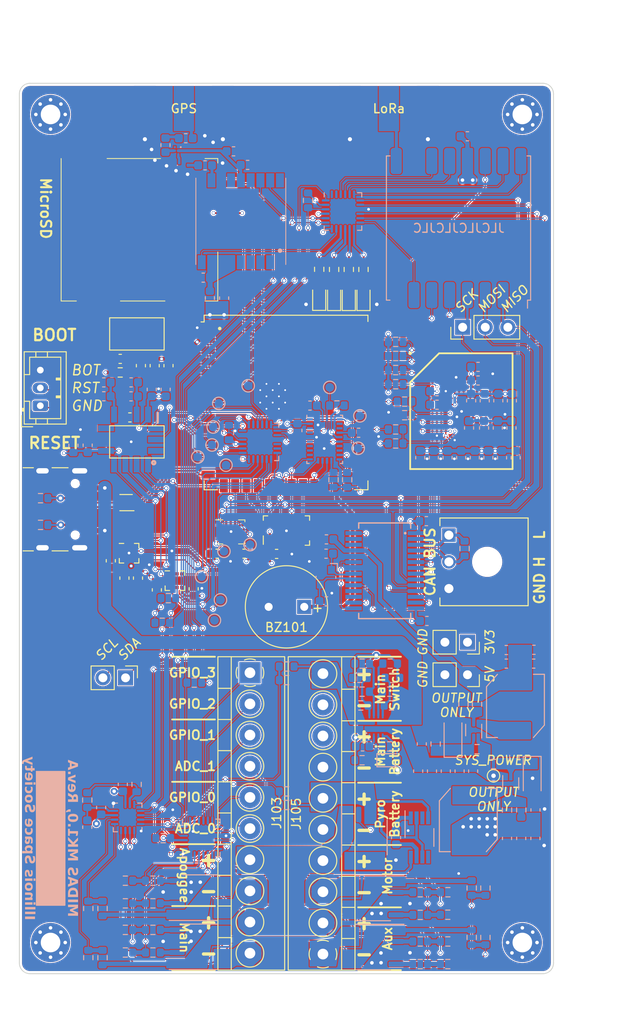
<source format=kicad_pcb>
(kicad_pcb (version 20221018) (generator pcbnew)
  (title_block (title "MIDAS MK1") (date "2023-11-27") (rev "A") (company "Illinois Space Society") (comment 4 "Contributors: Peter Giannetos"))
  (layers (0 "F.Cu" signal) (1 "In1.Cu" signal) (2 "In2.Cu" signal) (31 "B.Cu" signal) (34 "B.Paste" user) (35 "F.Paste" user) (36 "B.SilkS" user "B.Silkscreen") (37 "F.SilkS" user "F.Silkscreen") (38 "B.Mask" user) (39 "F.Mask" user) (44 "Edge.Cuts" user))
  (net 0 "")
  (net 1 "/BUZZER")
  (net 2 "GND")
  (net 3 "/RESET_SW")
  (net 4 "/BOOT_SW")
  (net 5 "/ADC_DECAP")
  (net 6 "+3V3")
  (net 7 "+5V")
  (net 8 "Net-(U106-VDDIM)")
  (net 9 "Net-(U201-VCAPH)")
  (net 10 "Net-(U201-VCAPL)")
  (net 11 "/Power/SYS_POWER")
  (net 12 "Net-(U301-SS)")
  (net 13 "Net-(U403-VBATT)")
  (net 14 "Net-(J401-In)")
  (net 15 "Net-(D301-A)")
  (net 16 "Net-(FL401-OUT)")
  (net 17 "/RF/VCC_RF")
  (net 18 "Net-(U403-RF_IN)")
  (net 19 "Net-(C401-Pad2)")
  (net 20 "Net-(U502-V1P8ANA)")
  (net 21 "Net-(U502-V1P8DIG)")
  (net 22 "Net-(U504-CAP)")
  (net 23 "Net-(U505-C1)")
  (net 24 "Net-(D101-A)")
  (net 25 "Net-(D102-A)")
  (net 26 "Net-(D103-A)")
  (net 27 "Net-(D104-A)")
  (net 28 "Net-(D302-K)")
  (net 29 "/USB_POWER")
  (net 30 "/SPI_SCK")
  (net 31 "/SPI_MOSI")
  (net 32 "Net-(FL401-IN)")
  (net 33 "Net-(D303-K)")
  (net 34 "/MicroSD_CMD")
  (net 35 "/MicroSD_CLK")
  (net 36 "/MicroSD_DAT0")
  (net 37 "Net-(J106-CC1)")
  (net 39 "/SPI_MISO")
  (net 40 "/AUX_GPIO_3")
  (net 41 "Net-(J106-CC2)")
  (net 44 "/AUX_GPIO_2")
  (net 45 "/AUX_GPIO_1")
  (net 46 "/AUX_ADC_1")
  (net 47 "/AUX_GPIO_0")
  (net 48 "/AUX_ADC_0")
  (net 49 "/LSM6DSL_CS")
  (net 50 "/ADXL355_CS")
  (net 51 "/BNO086_CS")
  (net 52 "/KX134_CS")
  (net 53 "/LIS3MDL_CS")
  (net 54 "/MS5611_CS")
  (net 55 "Net-(J402-In)")
  (net 56 "/V_PYRO")
  (net 57 "/PYRO_A")
  (net 58 "Net-(U402-AI)")
  (net 59 "Net-(Q201A-D1-Pad7)")
  (net 61 "Net-(Q201B-G2)")
  (net 62 "Net-(Q202A-S1)")
  (net 63 "Net-(Q202A-G1)")
  (net 64 "Net-(Q202B-G2)")
  (net 66 "/PYRO_B")
  (net 67 "Net-(Q204A-S1)")
  (net 68 "Net-(Q204A-G1)")
  (net 69 "Net-(Q204B-G2)")
  (net 70 "Net-(Q205A-S1)")
  (net 71 "Net-(Q205A-G1)")
  (net 72 "Net-(Q205B-G2)")
  (net 73 "/EXP_RESET")
  (net 74 "Net-(U303-SW)")
  (net 75 "/EXP_INT1")
  (net 76 "/EXP_INT2")
  (net 77 "/I2C_SCL")
  (net 78 "/I2C_SDA")
  (net 79 "/VBAT_PYRO")
  (net 80 "/PYRO_C")
  (net 81 "/CAN_CANL")
  (net 82 "/CAN_CANH")
  (net 83 "/LED_RED")
  (net 84 "/LED_ORANGE")
  (net 85 "/LED_GREEN")
  (net 86 "/LED_BLUE")
  (net 87 "/VBAT_SENSE")
  (net 88 "Net-(Q203A-S1)")
  (net 89 "Net-(Q203A-G1)")
  (net 90 "/MEM_DAT3")
  (net 91 "/MEM_CLK")
  (net 92 "Net-(Q203B-G2)")
  (net 93 "Net-(U105-ADDR)")
  (net 94 "/MEM_DS")
  (net 95 "/MEM_DAT0")
  (net 96 "/MEM_DAT1")
  (net 97 "/MEM_DAT2")
  (net 98 "/PYRO_D")
  (net 99 "Net-(U302-SW)")
  (net 100 "Net-(U106-CLK)")
  (net 101 "/PYRO_EN")
  (net 102 "/EXP_INT0")
  (net 103 "Net-(U106-DS)")
  (net 104 "Net-(U301-OV1)")
  (net 105 "Net-(U301-PR1)")
  (net 106 "Net-(U301-CP2)")
  (net 107 "Net-(U301-ILM)")
  (net 108 "Net-(U301-OV2)")
  (net 109 "/BNO086_BOOT")
  (net 110 "/ARM_A")
  (net 111 "/ARM_C")
  (net 112 "/CAN_STBY")
  (net 113 "/CAN_NINT1")
  (net 114 "/CAN_NINT0")
  (net 115 "/FIRE_A")
  (net 116 "/FIRE_C")
  (net 117 "/SENSE_A")
  (net 118 "/SENSE_C")
  (net 119 "/ARM_B")
  (net 120 "/CAN_NCS")
  (net 121 "/ARM_D")
  (net 122 "/CAN_NINT")
  (net 123 "/FIRE_B")
  (net 124 "/FIRE_D")
  (net 125 "/SENSE_B")
  (net 126 "/PYRO_SENSE")
  (net 127 "Net-(U303-FB)")
  (net 128 "Net-(U504-ENV_SDA)")
  (net 129 "Net-(U504-ENV_SCL)")
  (net 130 "/SENSE_D")
  (net 201 "/MEM_RST_N")
  (net 217 "/MEM_CMD")
  (net 247 "Net-(U302-FB)")
  (net 251 "/ADC_ALERT")
  (net 254 "/ADXL355_INT1")
  (net 255 "/ADXL355_INT2")
  (net 256 "/BNO086_WAKE")
  (net 257 "/BNO086_RESET")
  (net 258 "/KX134_INT1")
  (net 259 "/KX134_INT2")
  (net 260 "/LIS3MDL_INT")
  (net 261 "/LIS3MDL_DRDY")
  (net 262 "/LSM6DSLTR_INT1")
  (net 263 "/LSM6DSLTR_INT2")
  (net 275 "/USB_D-")
  (net 276 "/USB_D+")
  (net 277 "/RFM96W_RESET")
  (net 278 "/RFM96W_INT")
  (net 279 "/RFM96W_CS")
  (net 280 "/BNO086_INT")
  (net 288 "/RFM96W_DI05")
  (net 289 "/RFM96W_DI03")
  (net 290 "/RFM96W_DI04")
  (net 291 "/RFM96W_DI01")
  (net 292 "/RFM96W_DI02")
  (net 305 "/LIV3F_RESET")
  (net 306 "/VBAT")
  (net 307 "Net-(U108-D+_out)")
  (net 308 "Net-(U108-D-_out)")
  (net 309 "Net-(J105-Pin_8)")
  (net 318 "Net-(U104-OSC2)")
  (net 319 "Net-(U104-OSC1)")
  (net 320 "Net-(U104-TXCAN)")
  (net 321 "Net-(U104-RXCAN)")
  (footprint "MountingHole:MountingHole_2.2mm_M2_Pad_Via" (layer "F.Cu") (at 161.5 146.5)
    (fp_text reference "H104" hide)
    (fp_text value "M2")
  )
  (footprint "Connector_PinHeader_2.54mm:PinHeader_1x03_P2.54mm_Vertical" (layer "F.Cu") (at 154.795 77.4 90)
    (fp_text reference "J110" hide)
    (fp_text value "~")
  )
  (footprint "LED_SMD:LED_0603_1608Metric" (layer "F.Cu") (at 138.68 74.02 90)
    (fp_text reference "D101" hide)
    (fp_text value "RED LED")
  )
  (footprint "Connector_PinHeader_2.54mm:PinHeader_1x02_P2.54mm_Vertical" (layer "F.Cu") (at 116.925 116.77 -90)
    (fp_text reference "J109" hide)
    (fp_text value "Conn_01x02")
  )
  (footprint "Capacitor_SMD:C_0603_1608Metric" (layer "F.Cu") (at 120.4425 106.8965 90)
    (fp_text reference "C502" hide)
    (fp_text value "0.1uF")
  )
  (footprint "Package_TFBGA:TFBGA-153_11.5x13mm" (layer "F.Cu") (at 154.65 86.825)
    (fp_text reference "U106" hide)
    (fp_text value "MTFCxxxx" hide)
  )
  (footprint "MountingHole:MountingHole_2.2mm_M2_Pad_Via" (layer "F.Cu") (at 161.5 53.5)
    (fp_text reference "H103" hide)
    (fp_text value "M2" hide)
  )
  (footprint "TestPoint:TestPoint_THTPad_D1.0mm_Drill0.5mm" (layer "F.Cu") (at 158.2625 127.77)
    (fp_text reference "J301" hide)
    (fp_text value "TestPoint")
  )
  (footprint "Package_LGA:LGA-8_3x5mm_P1.25mm" (layer "F.Cu") (at 135.000184 100.23 90)
    (fp_text reference "U506" hide)
    (fp_text value "MS5611-01BA03")
  )
  (footprint "Button_Switch_SMD:SW_SPST_FSMSM" (layer "F.Cu") (at 118.2 78.15)
    (fp_text reference "SW102" hide)
    (fp_text value "SW_Push")
  )
  (footprint "LED_SMD:LED_0603_1608Metric" (layer "F.Cu") (at 142.005 74.035 90)
    (fp_text reference "D103" hide)
    (fp_text value "GREEN LED")
  )
  (footprint "Package_DFN_QFN:ST_UQFN-6L_1.5x1.7mm_P0.5mm" (layer "F.Cu") (at 116.985 97.095 180)
    (fp_text reference "U108" hide)
    (fp_text value "ECMF02-2AMX6")
  )
  (footprint "Capacitor_SMD:C_0603_1608Metric" (layer "F.Cu") (at 115.269 103.627 -90)
    (fp_text reference "C518" hide)
    (fp_text value "100nF")
  )
  (footprint "LED_SMD:LED_0603_1608Metric" (layer "F.Cu") (at 140.355 74.035 90)
    (fp_text reference "D102" hide)
    (fp_text value "ORANGE LED")
  )
  (footprint "Capacitor_SMD:C_0603_1608Metric" (layer "F.Cu") (at 127.215 102.83)
    (fp_text reference "C512" hide)
    (fp_text value "0.1uF")
  )
  (footprint "Capacitor_SMD:C_0603_1608Metric" (layer "F.Cu") (at 118.65 81.7125 90)
    (fp_text reference "C115" hide)
    (fp_text value "1uF")
  )
  (footprint "MCU_ESP32:ESP32-S3-WROOM-1U" (layer "F.Cu") (at 134.855 85.16)
    (fp_text reference "U107" hide)
    (fp_text value "ESP32-S3-WROOM-1U")
  )
  (footprint "Package_LGA:LGA-12_2x2mm_P0.5mm" (layer "F.Cu") (at 122.4725 105.859)
    (fp_text reference "U501" hide)
    (fp_text value "KX134-1211")
  )
  (footprint "MountingHole:MountingHole_2.2mm_M2_Pad_Via" (layer "F.Cu") (at 108.5 146.5)
    (fp_text reference "H102" hide)
    (fp_text value "M2")
  )
  (footprint "Capacitor_SMD:C_0603_1608Metric" (layer "F.Cu") (at 116.325 80.95)
    (fp_text reference "C109" hide)
    (fp_text value "0.1uF")
  )
  (footprint "Capacitor_SMD:C_0603_1608Metric" (layer "F.Cu") (at 124.5775 106.7815 90)
    (fp_text reference "C504" hide)
    (fp_text value "0.1uF")
  )
  (footprint "Connector_JST:JST_PH_B3B-PH-K_1x03_P2.00mm_Vertical" (layer "F.Cu") (at 107.35 86.2125 90)
    (fp_text reference "J104" hide)
    (fp_text value "~")
  )
  (footprint "Resistor_SMD:R_0603_1608Metric" (layer "F.Cu") (at 116.325 82.475 180)
    (fp_text reference "R128" hide)
    (fp_text value "10K")
  )
  (footprint "Capacitor_SMD:C_0603_1608Metric" (layer "F.Cu") (at 130.245 102.83 180)
    (fp_text reference "C511" hide)
    (fp_text value "0.1uF")
  )
  (footprint "Package_LGA:Bosch_LGA-14_3x2.5mm_P0.5mm" (layer "F.Cu") (at 128.735 100.383)
    (fp_text reference "U503" hide)
    (fp_text value "LSM6DSLTR")
  )
  (footprint "Capacitor_SMD:C_0603_1608Metric" (layer "F.Cu") (at 121.75 81.7125 -90)
    (fp_text reference "C114" hide)
    (fp_text value "0.1uF")
  )
  (footprint "Package_LGA:LGA-12_2x2mm_P0.5mm" (layer "F.Cu") (at 117.324 102.777)
    (fp_text reference "U505" hide)
    (fp_text value "LIS3MDL")
  )
  (footprint "Connector_PinSocket_2.54mm:PinSocket_1x02_P2.54mm_Vertical" (layer "F.Cu") (at 155.34 116.425 -90)
    (fp_text reference "J102" hide)
    (fp_text value "Conn_01x02")
  )
  (footprint "Connector_Molex_Micro-Fit-Plus:Molex_Micro-Fit-Plus_2157601003_1x03_P3.0mm" (layer "F.Cu") (at 157.195001 103.744998 90)
    (fp_text reference "J107" hide)
    (fp_text value "2157601003")
  )
  (footprint "Connector_Molex_Terminal-Block:Molex_Terminal-Block_393570010_1x10_P3.5mm" (layer "F.Cu") (at 130.9 116.2 -90)
    (fp_text reference "J103")
    (fp_text value "Left")
  )
  (footprint "Connector_Yamaichi:PJS008-4100-0-VE" (layer "F.Cu") (at 119.85 66.45 180)
    (fp_text reference "J108" hide)
    (fp_text value "PJS008-4100-0-VE" hide)
  )
  (footprint "Buzzer:Buzzer_AT-0927-TT-6-R" (layer "F.Cu") (at 137.000184 108.8 180)
    (fp_text reference "BZ101")
    (fp_text value "AT-0927-TT-6-R")
  )
  (footprint "MountingHole:MountingHole_2.2mm_M2_Pad_Via" (layer "F.Cu") (at 108.5 53.5)
    (fp_text reference "H101" hide)
    (fp_text value "M2" hide)
  )
  (footprint "Capacitor_SMD:C_0603_1608Metric" (layer "F.Cu") (at 116.799 105.572 90)
    (fp_text reference "C516" hide)
    (fp_text value "1uF")
  )
  (footprint "Resistor_SMD:R_0603_1608Metric" (layer "F.Cu") (at 143.655 70.9075 -90)
    (fp_text reference "R127" hide)
    (fp_text value "470")
  )
  (footprint "Button_Switch_SMD:SW_SPST_FSMSM" (layer "F.Cu") (at 118.2 90.275 180)
    (fp_text reference "SW101" hide)
    (fp_text value "SW_Push")
  )
  (footprint "Resistor_SMD:R_0603_1608Metric" (layer "F.Cu") (at 142.005 70.9075 -90)
    (fp_text reference "R126" hide)
    (fp_text value "470")
  )
  (footprint "Capacitor_SMD:C_0603_1608Metric" (layer "F.Cu") (at 120.2 81.7125 -90)
    (fp_text reference "C113" hide)
    (fp_text value "22uF")
  )
  (footprint "LED_SMD:LED_0603_1608Metric" (layer "F.Cu") (at 143.655 74.035 90)
    (fp_text reference "D104" hide)
    (fp_text value "BLUE LED")
  )
  (footprint "Resistor_SMD:R_0603_1608Metric" (layer "F.Cu") (at 138.68 70.8925 -90)
    (fp_text reference "R124" hide)
    (fp_text value "470")
  )
  (footprint "Resistor_SMD:R_0603_1608Metric" (layer "F.Cu") (at 140.355 70.9075 -90)
    (fp_text reference "R125" hide)
    (fp_text value "470")
  )
  (footprint "Capacitor_SMD:C_0603_1608Metric" (layer "F.Cu") (at 117.412 87.525 180)
    (fp_text reference "C104" hide)
    (fp_text value "0.1uF")
  )
  (footprint "Connector_Molex_Terminal-Block:Molex_Terminal-Block_393570010_1x10_P3.5mm" (layer "F.Cu") (at 139.1 147.8 90)
    (fp_text reference "J105")
    (fp_text value "Right")
  )
  (footprint "Capacitor_SMD:C_0603_1608Metric" (layer "F.Cu") (at 118.324 105.572 90)
    (fp_text reference "C517" hide)
    (fp_text value "100nF")
  )
  (footprint "Capacitor_SMD:C_0603_1608Metric" (layer "F.Cu") (at 133.895 102.855)
    (fp_text reference "C519" hide)
    (fp_text value "0.1uF")
  )
  (footprint "Connector_PinSocket_2.54mm:PinSocket_1x02_P2.54mm_Vertical" (layer "F.Cu") (at 155.34 112.77 -90)
    (fp_text reference "J101" hide)
    (fp_text value "Conn_01x02")
  )
  (footprint "Connector_USB:USB_C_Receptacle_GCT_USB4105-xx-A_16P_TopMnt_Horizontal" (layer "F.Cu") (at 108.67 97.845 -90)
    (fp_text reference "J106" hide)
    (fp_text value "USB4105-GF-A")
  )
  (footprint "Resistor_SMD:R_0603_1608Metric" (layer "B.Cu") (at 153.14 140.85)
    (fp_text reference "R202" hide)
    (fp_text value "3.3k")
  )
  (footprint "Capacitor_SMD:C_0603_1608Metric" (layer "B.Cu") (at 130.645 59.166)
    (fp_text reference "C405" hide)
    (fp_text value "56pF")
  )
  (footprint "Capacitor_SMD:C_0603_1608Metric" (layer "B.Cu") (at 152.9 127.25 -90)
    (fp_text reference "C306" hide)
    (fp_text value "10uF")
  )
  (footprint "Resistor_SMD:R_0603_1608Metric" (layer "B.Cu") (at 135.025 131.05 180)
    (fp_text reference "R118" hide)
    (fp_text value "100k")
  )
  (footprint "Resistor_SMD:R_0603_1608Metric" (layer "B.Cu") (at 143.25 116.7755 180)
    (fp_text reference "R306" hide)
    (fp_text value "5k")
  )
  (footprint "Diode_SMD:D_SOD-123F" (layer "B.Cu") (at 162.607302 127.805 -90)
    (fp_text reference "D302" hide)
    (fp_text value "BZT52H-A5V1-QX")
  )
  (footprint "Resistor_SMD:R_0603_1608Metric" (layer "B.Cu") (at 120 145.08)
    (fp_text reference "R218" hide)
    (fp_text value "1k")
  )
  (footprint "Capacitor_SMD:C_0603_1608Metric" (layer "B.Cu") (at 162.775 115.175)
    (fp_text reference "C313" hide)
    (fp_text value "22uF")
  )
  (footprint "Capacitor_SMD:C_0603_1608Metric" (layer "B.Cu") (at 147.312 134.7 90)
    (fp_text reference "C201" hide)
    (fp_text value "1uF")
  )
  (footprint "Inductor_SMD:L_0603_1608Metric" (layer "B.Cu") (at 126.4 74.125 90)
    (fp_text reference "L402" hide)
    (fp_text value "27nH")
  )
  (footprint "Capacitor_SMD:C_0603_1608Metric" (layer "B.Cu") (at 157.2 88.71 -90)
    (fp_text reference "C127" hide)
    (fp_text value "0.1uF")
  )
  (footprint "Resistor_SMD:R_0603_1608Metric" (layer "B.Cu") (at 148.275 87.275 180)
    (fp_text reference "R116" hide)
    (fp_text value "50")
  )
  (footprint "Capacitor_SMD:C_0603_1608Metric" (layer "B.Cu") (at 139.5 108.18 180)
    (fp_text reference "C106" hide)
    (fp_text value "18pF")
  )
  (footprint "Capacitor_SMD:C_0603_1608Metric" (layer "B.Cu") (at 128 74.125 90)
    (fp_text reference "C407" hide)
    (fp_text value "56pF")
  )
  (footprint "Package_SO:SO-8_3.9x4.9mm_P1.27mm" (layer "B.Cu") (at 144.75 141.49 180)
    (fp_text reference "Q203" hide)
    (fp_text value "DMNH6022SSDQ")
  )
  (footprint "Inductor_TDK:L_TDK_SPM6530" (layer "B.Cu") (at 160.725 119.925 -90)
    (fp_text reference "L302" hide)
    (fp_text value "2.2uH")
  )
  (footprint "Package_SO:SO-8_3.9x4.9mm_P1.27mm" (layer "B.Cu") (at 125.28 146.985)
    (fp_text reference "Q204" hide)
    (fp_text value "DMNH6022SSDQ")
  )
  (footprint "Capacitor_SMD:C_0603_1608Metric" (layer "B.Cu") (at 162.967302 134.805 -90)
    (fp_text reference "C314" hide)
    (fp_text value "22uF")
  )
  (footprint "Resistor_SMD:R_0603_1608Metric" (layer "B.Cu") (at 146.5995 118.3255 180)
    (fp_text reference "R303" hide)
    (fp_text value "23.3k")
  )
  (footprint "TestPoint:TestPoint_Pad_D1.0mm" (layer "B.Cu") (at 130.91 101.81 180)
    (fp_text reference "TP114" hide)
    (fp_text value "TestPoint_Small")
  )
  (footprint "Capacitor_SMD:C_0603_1608Metric" (layer "B.Cu") (at 123.69 56.17 180)
    (fp_text reference "C401" hide)
    (fp_text value "140pF")
  )
  (footprint "Capacitor_SMD:C_0603_1608Metric" (layer "B.Cu") (at 150.2 124.2 90)
    (fp_text reference "C307" hide)
    (fp_text value "10uF")
  )
  (footprint "Resistor_SMD:R_0603_1608Metric" (layer "B.Cu") (at 151.76 124.2 90)
    (fp_text reference "R314" hide)
    (fp_text value "30k")
  )
  (footprint "Capacitor_SMD:C_0603_1608Metric" (layer "B.Cu") (at 117.54 85.16)
    (fp_text reference "C505" hide)
    (fp_text value "1uF")
  )
  (footprint "Capacitor_SMD:C_0603_1608Metric" (layer "B.Cu") (at 160.75 92.055 -90)
    (fp_text reference "C120" hide)
    (fp_text value "2.2uF")
  )
  (footprint "Capacitor_SMD:C_0603_1608Metric" (layer "B.Cu") (at 143.11 89.245)
    (fp_text reference "C513" hide)
    (fp_text value "0.1uF")
  )
  (footprint "Capacitor_SMD:C_0603_1608Metric" (layer "B.Cu") (at 158.8 85.65 -90)
    (fp_text reference "C130" hide)
    (fp_text value "2.2uF")
  )
  (footprint "Capacitor_SMD:C_0603_1608Metric" (layer "B.Cu") (at 156.525 83.375)
    (fp_text reference "C132" hide)
    (fp_text value "2.2uF")
  )
  (footprint "Capacitor_SMD:C_0603_1608Metric" (layer "B.Cu") (at 139.45 102.83 180)
    (fp_text reference "C107" hide)
    (fp_text value "18pF")
  )
  (footprint "Resistor_SMD:R_0603_1608Metric" (layer "B.Cu") (at 158.267302 126.455)
    (fp_text reference "R311" hide)
    (fp_text value "20k")
  )
  (footprint "Resistor_SMD:R_0603_1608Metric" (layer "B.Cu") (at 141.82 94.525 -90)
    (fp_text reference "R503" hide)
    (fp_text value "2.2k")
  )
  (footprint "Resistor_SMD:R_0603_1608Metric" (layer "B.Cu") (at 150.03 140.85 180)
    (fp_text reference "R207" hide)
    (fp_text value "1k")
  )
  (footprint "Resistor_SMD:R_0603_1608Metric" (layer "B.Cu") (at 147.27 80.625 180)
    (fp_text reference "R111" hide)
    (fp_text value "50k")
  )
  (footprint "Resistor_SMD:R_0603_1608Metric" (layer "B.Cu") (at 112.74 142.68 90)
    (fp_text reference "R211" hide)
    (fp_text value "22k")
  )
  (footprint "Resistor_SMD:R_0603_1608Metric" (layer "B.Cu") (at 107.37 96.595 180)
    (fp_text reference "R122" hide)
    (fp_text value "10k")
  )
  (footprint "Resistor_SMD:R_0603_1608Metric" (layer "B.Cu") (at 153.13 146.38)
    (fp_text reference "R214" hide)
    (fp_text value "3.3k")
  )
  (footprint "Capacitor_SMD:C_0603_1608Metric" (layer "B.Cu") (at 125.65 71.825 180)
    (fp_text reference "C406" hide)
    (fp_text value "56pF")
  )
  (footprint "Resistor_SMD:R_0603_1608Metric" (layer "B.Cu") (at 112.74 148.2 90)
    (fp_text reference "R223" hide)
    (fp_text value "22k")
  )
  (footprint "Resistor_SMD:R_0603_1608Metric" (layer "B.Cu") (at 150.03 148.92 180)
    (fp_text reference "R220" hide)
    (fp_text value "1k")
  )
  (footprint "Inductor_TDK:L_TDK_SPM6530" (layer "B.Cu") (at 155.43 132.745 90)
    (fp_text reference "L301" hide)
    (fp_text value "2.2uH")
  )
  (footprint "Resistor_SMD:R_0603_1608Metric" (layer "B.Cu") (at 155.81 145.925 90)
    (fp_text reference "R222" hide)
    (fp_text value "10k")
  )
  (footprint "Resistor_SMD:R_0603_1608Metric" (layer "B.Cu") (at 116.9 147.62 180)
    (fp_text reference "R213" hide)
    (fp_text value "3.3k")
  )
  (footprint "Resistor_SMD:R_0603_1608Metric" (layer "B.Cu") (at 120 147.62)
    (fp_text reference "R217" hide)
    (fp_text value "1k")
  )
  (footprint "Capacitor_SMD:C_0603_1608Metric" (layer "B.Cu") (at 137.64 86.195 180)
    (fp_text reference "C514" hide)
    (fp_text value "0.1uF")
  )
  (footprint "Capacitor_SMD:C_0603_1608Metric" (layer "B.Cu") (at 160.28 88.71 -90)
    (fp_text reference "C128" hide)
    (fp_text value "2.2uF")
  )
  (footprint "Resistor_SMD:R_0603_1608Metric" (layer "B.Cu") (at 143.4995 118.3255)
    (fp_text reference "R307" hide)
    (fp_text value "65k")
  )
  (footprint "TestPoint:TestPoint_Pad_D1.0mm" (layer "B.Cu") (at 128.21 92.89 180)
    (fp_text reference "TP111" hide)
    (fp_text value "TestPoint_Small")
  )
  (footprint "Capacitor_SMD:C_0603_1608Metric" (layer "B.Cu") (at 151.35 127.25 -90)
    (fp_text reference "C303" hide)
    (fp_text value "0.1uF")
  )
  (footprint "Capacitor_SMD:C_0603_1608Metric" (layer "B.Cu") (at 125.859 59.216)
    (fp_text reference "C404" hide)
    (fp_text value "120pF")
  )
  (footprint "Package_TO_SOT_SMD:SOT-563" (layer "B.Cu") (at 160.193651 128.645 -90)
    (fp_text reference "U302" hide)
    (fp_text value "TI_TPS566242DRLR")
  )
  (footprint "Resistor_SMD:R_0603_1608Metric" (layer "B.Cu") (at 112.625 130.5 90)
    (fp_text reference "R107" hide)
    (fp_text value "100k")
  )
  (footprint "TestPoint:TestPoint_Pad_D1.0mm" (layer "B.Cu") (at 125.47 105.41 180)
    (fp_text reference "TP112" hide)
    (fp_text value "TestPoint_Small")
  )
  (footprint "Capacitor_SMD:C_0603_1608Metric" (layer "B.Cu") (at 153.1 92.055 -90)
    (fp_text reference "C116" hide)
    (fp_text value "2.2uF")
  )
  (footprint "Resistor_SMD:R_0603_1608Metric" (layer "B.Cu") (at 161.378651 131.615 -90)
    (fp_text reference "R315" hide)
    (fp_text value "30k")
  )
  (footprint "Connector_Coax:SMA_Molex_732511153_EdgeMount_Horizontal" (layer "B.Cu") (at 123.478 54.56 -90)
    (fp_text reference "J401" hide)
    (fp_text value "SMA")
  )
  (footprint "Capacitor_SMD:C_0603_1608Metric" (layer "B.Cu") (at 158.743332 88.71 -90)
    (fp_text reference "C129" hide)
    (fp_text value "0.1uF")
  )
  (footprint "Capacitor_SMD:C_0603_1608Metric" (layer "B.Cu") (at 150.03 92.055 -90)
    (fp_text reference "C118" hide)
    (fp_text value "2.2uF")
  )
  (footprint "Capacitor_SMD:C_0603_1608Metric" (layer "B.Cu") (at 150.720001 99.174998 180)
    (fp_text reference "C101" hide)
    (fp_text value "0.1uF")
  )
  (footprint "TestPoint:TestPoint_Pad_D1.0mm" (layer "B.Cu") (at 143.25 87.35 180)
    (fp_text reference "TP105" hide)
    (fp_text value "TestPoint_Small")
  )
  (footprint "Capacitor_SMD:C_0603_1608Metric" (layer "B.Cu") (at 136.23 88.995 -90)
    (fp_text reference "C515" hide)
    (fp_text value "0.1uF")
  )
  (footprint "Capacitor_SMD:C_0603_1608Metric" (layer "B.Cu") (at 159.7 113.65 180)
    (fp_text reference "C309" hide)
    (fp_text value "22uF")
  )
  (footprint "Capacitor_SMD:C_0603_1608Metric" (layer "B.Cu") (at 154.45 127.25 -90)
    (fp_text reference "C302" hide)
    (fp_text value "0.1uF")
  )
  (footprint "Capacitor_SMD:C_0603_1608Metric" (layer "B.Cu") (at 116.6175 128.74 90)
    (fp_text reference "C110" hide)
    (fp_text value "1uF")
  )
  (footprint "Package_TO_SOT_SMD:SOT-563" (layer "B.Cu") (at 156.035 122.635 90)
    (fp_text reference "U303" hide)
    (fp_text value "TI_TPS566242DRLR")
  )
  (footprint "Capacitor_SMD:C_0603_1608Metric" (layer "B.Cu") (at 160.325 85.65 -90)
    (fp_text reference "C131" hide)
    (fp_text value "0.1uF")
  )
  (footprint "Capacitor_SMD:C_0603_1608Metric" (layer "B.Cu") (at 111.07 90.66 90)
    (fp_text reference "C506" hide)
    (fp_text value "0.1uF")
  )
  (footprint "Capacitor_SMD:C_0603_1608Metric" (layer "B.Cu") (at 119.87 84.38 90)
    (fp_text reference "C508" hide)
    (fp_text value "0.1uF")
  )
  (footprint "Capacitor_SMD:C_0603_1608Metric" (layer "B.Cu") (at 151.56 92.055 -90)
    (fp_text reference "C119" hide)
    (fp_text value "0.1uF")
  )
  (footprint "RF_Amplifier_Infineon:TSNP-6-2" (layer "B.Cu") (at 122.83 57.571 180)
    (fp_text reference "U402" hide)
    (fp_text value "BGA725L6" hide)
  )
  (footprint "Resistor_SMD:R_0603_1608Metric" (layer "B.Cu") (at 150.03 146.38 180)
    (fp_text reference "R219" hide)
    (fp_text value "1k")
  )
  (footprint "RF_GPS_ST:Teseo-LIV3R" (layer "B.Cu") (at 129.875 65.5)
    (fp_text reference "U403" hide)
    (fp_text value "Teseo-LIV3R" hide)
  )
  (footprint "TestPoint:TestPoint_Pad_D1.0mm" (layer "B.Cu") (at 126.64 90.62 180)
    (fp_text reference "TP107" hide)
    (fp_text value "TestPoint_Small")
  )
  (footprint "Capacitor_SMD:C_0603_1608Metric" (layer "B.Cu") (at 114.48 83.59 180)
    (fp_text reference "C510" hide)
    (fp_text value "0.1uF")
  )
  (footprint "Capacitor_SMD:C_0603_1608Metric" (layer "B.Cu") (at 162.8 113.625)
    (fp_text reference "C311" hide)
    (fp_text value "22uF")
  )
  (footprint "TestPoint:TestPoint_Pad_D1.0mm" (layer "B.Cu") (at 130.7 83.97 180)
    (fp_text reference "TP102" hide)
    (fp_text value "TestPoint_Small")
  )
  (footprint "Package_DFN_QFN:WQFN-24-1EP_4x4mm_P0.5mm_EP2.6x2.6mm" (layer "B.Cu") (at 141.35 64.4 -90)
    (fp_text reference "U103" hide)
    (fp_text value "TCAL9539-Q1")
  )
  (footprint "Resistor_SMD:R_0603_1608Metric" (layer "B.Cu") (at 147.27 88.875)
    (fp_text reference "R112" hide)
    (fp_text value "22")
  )
  (footprint "Capacitor_SMD:C_0603_1608Metric" (layer "B.Cu") (at 157.685 92.055 -90)
    (fp_text reference "C123" hide)
    (fp_text value "0.1uF")
  )
  (footprint "Resistor_SMD:R_0603_1608Metric" (layer "B.Cu") (at 146.7995 119.8755 180)
    (fp_text reference "R301" hide)
    (fp_text value "7.3k")
  )
  (footprint "Resistor_SMD:R_0603_1608Metric" (layer "B.Cu") (at 146.5995 124.4755 180)
    (fp_text reference "R310" hide)
    (fp_text value "18.7k")
  )
  (footprint "Resistor_SMD:R_0603_1608Metric" (layer "B.Cu") (at 146.6495 115.1755)
    (fp_text reference "R304" hide)
    (fp_text value "5k")
  )
  (footprint "Capacitor_SMD:C_0603_1608Metric" (layer "B.Cu") (at 112.67 90.65 -90)
    (fp_text reference "C501" hide)
    (fp_text value "1uF")
  )
  (footprint "Capacitor_SMD:C_0603_1608Metric" (layer "B.Cu") (at 114.185 131.34 90)
    (fp_text reference "C108" hide)
    (fp_text value "1uF")
  )
  (footprint "Diode_SMD:D_SOD-123F" (layer "B.Cu") (at 153.71 123.485 90)
    (fp_text reference "D303" hide)
    (fp_text value "BZT52H-A5V1-QX")
  )
  (footprint "Capacitor_SMD:C_0603_1608Metric" (layer "B.Cu") (at 155.975 127.25 -90)
    (fp_text reference "C304" hide)
    (fp_text value "10uF")
  )
  (footprint "Resistor_SMD:R_0603_1608Metric" (layer "B.Cu") (at 116.9 145.08 180)
    (fp_text reference "R215" hide)
    (fp_text value "3.3k")
  )
  (footprint "Capacitor_SMD:C_0603_1608Metric" (layer "B.Cu") (at 117.55 83.59 180)
    (fp_text reference "C507" hide)
    (fp_text value "0.1uF")
  )
  (footprint "Resistor_SMD:R_0603_1608Metric" (layer "B.Cu") (at 155.01 102.25 -90)
    (fp_text reference "R117" hide)
    (fp_text value "120")
  )
  (footprint "Capacitor_SMD:C_0603_1608Metric" (layer "B.Cu") (at 143.5495 124.4755)
    (fp_text reference "C301" hide)
    (fp_text value "1uF")
  )
  (footprint "Package_DFN_QFN:WQFN-24-1EP_4x4mm_P0.5mm_EP2.6x2.6mm" (layer "B.Cu") (at 125.425 134.75 -90)
    (fp_text reference "U101" hide)
    (fp_text value "TCAL9539-Q1")
  )
  (footprint "Resistor_SMD:R_0603_1608Metric" (layer "B.Cu") (at 121.043 110.591 180)
    (fp_text reference "R105" hide)
    (fp_text value "10k")
  )
  (footprint "Crystal:Crystal_SMD_Abracon_ABM10-4Pin_2.5x2.0mm" (layer "B.Cu") (at 139.435 105.475 180)
    (fp_text reference "Y101" hide)
    (fp_text value "40MHz")
  )
  (footprint "Resistor_SMD:R_0603_1608Metric" (layer "B.Cu") (at 137.425 63.15 90)
    (fp_text reference "R103" hide)
    (fp_text value "10k")
  )
  (footprint "Capacitor_SMD:C_0603_1608Metric" (layer "B.Cu") (at 159.78 134.805 -90)
    (fp_text reference "C308" hide)
    (fp_text value "22uF")
  )
  (footprint "Resistor_SMD:R_0603_1608Metric" (layer "B.Cu") (at 148.275 85.75 180)
    (fp_text reference "R113" hide)
    (fp_text value "22")
  )
  (footprint "Capacitor_SMD:C_0603_1608Metric" (layer "B.Cu") (at 151.915 86.1 180)
    (fp_text reference "C111" hide)
    (fp_text value "1uF")
  )
  (footprint "Package_SO:VSSOP-8_3.0x3.0mm_P0.65mm" (layer "B.Cu") (at 149.942 134.7 -90)
    (fp_text reference "U201" hide)
    (fp_text value "LM74670-Q1")
  )
  (footprint "Capacitor_SMD:C_0603_1608Metric" (layer "B.Cu") (at 162.977302 131.615 90)
    (fp_text reference "C310" hide)
    (fp_text value "22uF")
  )
  (footprint "Resistor_SMD:R_0603_1608Metric" (layer "B.Cu") (at 143.3495 119.8755)
    (fp_text reference "R305" hide)
    (fp_text value "44k")
  )
  (footprint "Capacitor_SMD:C_0603_1608Metric" (layer "B.Cu") (at 149.8 127.25 -90)
    (fp_text reference "C305" hide)
    (fp_text value "10uF")
  )
  (footprint "Capacitor_SMD:C_0603_1608Metric" (layer "B.Cu") (at 114.48 85.15)
    (fp_text reference "C509" hide)
    (fp_text value "1uF")
  )
  (footprint "Resistor_SMD:R_0603_1608Metric" (layer "B.Cu") (at 121.732 107.82 180)
    (fp_text reference "R104" hide)
    (fp_text value "10k")
  )
  (footprint "Resistor_SMD:R_0603_1608Metric" (layer "B.Cu") (at 150.03 143.395 180)
    (fp_text reference "R208" hide)
    (fp_text value "1k")
  )
  (footprint "RF_Filter_Qualcomm:SMD-5" (layer "B.Cu") (at 123.45 58.912)
    (fp_text reference "FL401" hide)
    (fp_text value "B4327")
  )
  (footprint "Resistor_SMD:R_0603_1608Metric" (layer "B.Cu") (at 147.27 79.041667 180)
    (fp_text reference "R110" hide)
    (fp_text value "50k")
  )
  (footprint "Resistor_SMD:R_0603_1608Metric" (layer "B.Cu") (at 154.885 119.735 90)
    (fp_text reference "R316" hide)
    (fp_text value "30k")
  )
  (footprint "Resistor_SMD:R_0603_1608Metric" (layer "B.Cu") (at 120 139.555)
    (fp_text reference "R206" hide)
    (fp_text value "1k")
  )
  (footprint "Resistor_SMD:R_0603_1608Metric" (layer "B.Cu") (at 159.78 131.615 -90)
    (fp_text reference "R317" hide)
    (fp_text value "135k")
  )
  (footprint "Resistor_SMD:R_0603_1608Metric" (layer "B.Cu") (at 118.1675 128.74 90)
    (fp_text reference "R108" hide)
    (fp_text value "TBD")
  )
  (footprint "Resistor_SMD:R_0603_1608Metric" (layer "B.Cu") (at 114.34 142.68 -90)
    (fp_text reference "R210" hide)
    (fp_text value "10k")
  )
  (footprint "Resistor_SMD:R_0603_1608Metric" (layer "B.Cu") (at 143.4995 115.1755 180)
    (fp_text reference "R308" hide)
    (fp_text value "5k")
  )
  (footprint "Resistor_SMD:R_0603_1608Metric" (layer "B.Cu") (at 135.025 129.525)
    (fp_text reference "R119" hide)
    (fp_text value "220k")
  )
  (footprint "Diode_SMD:D_0603_1608Metric" (layer "B.Cu") (at 146.6495 126.0255)
    (fp_text reference "D301" hide)
    (fp_text value "D")
  )
  (footprint "Resistor_SMD:R_0603_1608Metric" (layer "B.Cu") (at 114.34 148.2 -90)
    (fp_text reference "R221" hide)
    (fp_text value "10k")
  )
  (footprint "Capacitor_SMD:C_0603_1608Metric" (layer "B.Cu") (at 157.275 85.65 -90)
    (fp_text reference "C124" hide)
    (fp_text value "2.2uF")
  )
  (footprint "Resistor_SMD:R_0603_1608Metric" (layer "B.Cu") (at 156.415 124.785 180)
    (fp_text reference "R312" hide)
    (fp_text value "20k")
  )
  (footprint "Resistor_SMD:R_0603_1608Metric" (layer "B.Cu") (at 147.27 90.45 180)
    (fp_text reference "R115" hide)
    (fp_text value "50k")
  )
  (footprint "Capacitor_SMD:C_0603_1608Metric" (layer "B.Cu") (at 154.63 92.055 -90)
    (fp_text reference "C117" hide)
    (fp_text value "0.1uF")
  )
  (footprint "Resistor_SMD:R_0603_1608Metric" (layer "B.Cu") (at 128.54 89.22 -90)
    (fp_text reference "R102" hide)
    (fp_text value "10k")
  )
  (footprint "Resistor_SMD:R_0603_1608Metric" (layer "B.Cu") (at 157.35 140.375 -90)
    (fp_text reference "R212" hide)
    (fp_text value "22k")
  )
  (footprint "TestPoint:TestPoint_Pad_D1.0mm" (layer "B.Cu") (at 127.98 102.56 180)
    (fp_text reference "TP113" hide)
    (fp_text value "TestPoint_Small")
  )
  (footprint "Resistor_SMD:R_0603_1608Metric" (layer "B.Cu") (at 147.27 82.208333 180)
    (fp_text reference "R114" hide)
    (fp_text value "50k")
  )
  (footprint "Resistor_SMD:R_0603_1608Metric" (layer "B.Cu") (at 160.602302 125.705 90)
    (fp_text reference "R313" hide)
    (fp_text value "30k")
  )
  (footprint "Package_SO:SO-8_3.9x4.9mm_P1.27mm" (layer "B.Cu") (at 143.75 134.7 -90)
    (fp_text reference "Q201" hide)
    (fp_text value "DMNH6022SSDQ")
  )
  (footprint "RF_Module:HOPERF_RFM9XW_SMD" (layer "B.Cu") (at 154.33 66.255 90)
    (fp_text reference "U401" hide)
    (fp_text value "RFM96W-433S2")
  )
  (footprint "Resistor_SMD:R_0603_1608Metric" (layer "B.Cu") (at 155.81 140.375 90)
    (fp_text reference "R209" hide)
    (fp_text value "10k")
  )
  (footprint "Resistor_SMD:R_0603_1608Metric" (layer "B.Cu") (at 156.41 119.735 90)
    (fp_text reference "R318" hide)
    (fp_text value "220k")
  )
  (footprint "Resistor_SMD:R_0603_1608Metric" (layer "B.Cu") (at 140.29 94.525 -90)
    (fp_text reference "R502" hide)
    (fp_text value "2.2k")
  )
  (footprint "TestPoint:TestPoint_Pad_D1.0mm" (layer "B.Cu") (at 143.06 90.99 180)
    (fp_text reference "TP104" hide)
    (fp_text value "TestPoint_Small")
  )
  (footprint "Resistor_SMD:R_0603_1608Metric" (layer "B.Cu") (at 120 142.1)
    (fp_text reference "R205" hide)
    (fp_text value "1k")
  )
  (footprint "Capacitor_SMD:C_0603_1608Metric" (layer "B.Cu") (at 156.525 81.85)
    (fp_text reference "C133" hide)
    (fp_text value "0.1uF")
  )
  (footprint "TestPoint:TestPoint_Pad_D1.0mm" (layer "B.Cu") (at 127.4 85.95 180)
    (fp_text reference "TP101" hide)
    (fp_text value "TestPoint_Small")
  )
  (footprint "Capacitor_SMD:C_0603_1608Metric" (layer "B.Cu") (at 112.625 133.55 -90)
    (fp_text reference "C103" hide)
    (fp_text value "1uF")
  )
  (footprint "Resistor_SMD:R_0603_1608Metric" (layer "B.Cu") (at 153.13 143.38)
    (fp_text reference "R204" hide)
    (fp_text value "3.3k")
  )
  (footprint "TestPoint:TestPoint_Pad_D1.0mm" (layer "B.Cu") (at 125.04 91.97 180)
    (fp_text reference "TP103" hide)
    (fp_text value "TestPoint_Small")
  )
  (footprint "Resistor_SMD:R_0603_1608Metric" (layer "B.Cu") (at 116.9 139.555 180)
    (fp_text reference "R203" hide)
    (fp_text value "3.3k")
  )
  (footprint "Package_DFN_QFN:WQFN-16-1EP_3x3mm_P0.5mm_EP1.68x1.68mm" (layer "B.Cu") (at 117.1575 132.45 90)
    (fp_text reference "U105" hide)
    (fp_text value "ADS7138-Q1")
  )
  (footprint "Resistor_SMD:R_0603_1608Metric" (layer "B.Cu") (at 135.025 115.5 180)
    (fp_text reference "R120" hide)
    (fp_text value "100k")
  )
  (footprint "Capacitor_SMD:C_0603_1608Metric" (layer "B.Cu") (at 155.513334 88.71 -90)
    (fp_text reference "C126" hide)
    (fp_text value "2.2uF")
  )
  (footprint "Package_LGA:LGA-28_5.2x3.8mm_P0.5mm" (layer "B.Cu") (at 139.3 89.99 -90)
    (fp_text reference "U504" hide)
    (fp_text value "BNO086")
  )
  (footprint "Capacitor_SMD:C_0603_1608Metric" (layer "B.Cu") (at 139.49 101.22)
    (fp_text reference "C105" hide)
    (fp_text value "0.1uF")
  )
  (footprint "Capacitor_SMD:C_0603_1608Metric" (layer "B.Cu") (at 150.780001 110.384998 180)
    (fp_text reference "C102" hide)
    (fp_text value "0.1uF")
  )
  (footprint "Capacitor_SMD:C_0603_1608Metric" (layer "B.Cu") (at 121.43 84.38 -90)
    (fp_text reference "C503" hide)
    (fp_text value "1uF")
  )
  (footprint "TestPoint:TestPoint_Pad_D1.0mm" (layer "B.Cu") (at 126.91 110.31 180)
    (fp_text reference "TP109" hide)
    (fp_text value "TestPoint_Small")
  )
  (footprint "Inductor_SMD:L_0603_1608Metric" (layer "B.Cu") (at 121.41 56.94 -90)
    (fp_text reference "L401" hide)
    (fp_text value "5.6nH")
  )
  (footprint "Resistor_SMD:R_0603_1608Metric" (layer "B.Cu") (at 116.9 142.1 180)
    (fp_text reference "R201" hide)
    (fp_text value "3.3k")
  )
  (footprint "Package_VQFN:VQFN-HR-RUX0012A" (layer "B.Cu") (at 145.0695 122.1745)
    (fp_text reference "U301" hide)
    (fp_text value "TPS2121" hide)
  )
  (footprint "Package_SO:SO-8_3.9x4.9mm_P1.27mm" (layer "B.Cu") (at 125.28 141.46)
    (fp_text reference "Q202" hide)
    (fp_text value "DMNH6022SSDQ")
  )
  (footprint "Resistor_SMD:R_0603_1608Metric" (layer "B.Cu") (at 121.15 134.775)
    (fp_text reference "R101" hide)
    (fp_text value "10k")
  )
  (footprint "TestPoint:TestPoint_Pad_D1.0mm" (layer "B.Cu") (at 126.77 88.6 180)
    (fp_text reference "TP108" hide)
    (fp_text value "TestPoint_Small")
  )
  (footprint "Connector_Coax:SMA_Molex_732511153_EdgeMount_Horizontal" (layer "B.Cu") (at 146.512125 54.56 -90)
    (fp_text reference "J402" hide)
    (fp_text value "SMA")
  )
  (footprint "Capacitor_SMD:C_0603_1608Metric" (layer "B.Cu") (at 161.373651 134.805 -90)
    (fp_text reference "C312" hide)
    (fp_text value "22uF")
  )
  (footprint "Resistor_SMD:R_0603_1608Metric" (layer "B.Cu") (at 107.37 99.595 180)
    (fp_text reference "R123" hide)
    (fp_text value "10k")
  )
  (footprint "Resistor_SMD:R_0603_1608Metric" (layer "B.Cu") (at 140.67 86.185)
    (fp_text reference "R501" hide)
    (fp_text value "10k")
  )
  (footprint "Capacitor_SMD:C_0603_1608Metric" (layer "B.Cu") (at 156.16 92.055 -90)
    (fp_text reference "C122" hide)
    (fp_text value "2.2uF")
  )
  (footprint "Package_DFN_QFN:WQFN-24-1EP_4x4mm_P0.5mm_EP2.6x2.6mm" (layer "B.Cu") (at 132.0275 90.265 -90)
    (fp_text reference "U102" hide)
    (fp_text value "TCAL9539-Q1")
  )
  (footprint "Resistor_SMD:R_0603_1608Metric" (layer "B.Cu") (at 157.35 145.925 -90)
    (fp_text reference "R224" hide)
    (fp_text value "22k")
  )
  (footprint "Sensor_Motion_Analog:Analog_LGA_14-7.4x7.4mm" (layer "B.Cu") (at 117.54 90.01 90)
    (fp_text reference "U502" hide)
    (fp_text value "ADXL355" hide)
  )
  (footprint "Resistor_SMD:R_0603_1608Metric" (layer "B.Cu") (at 146.9 116.7755)
    (fp_text reference "R302" hide)
    (fp_text value "5k")
  )
  (footprint "Capacitor_SMD:C_0603_1608Metric" (layer "B.Cu") (at 159.22 92.055 -90)
    (fp_text reference "C121" hide)
    (fp_text value "0.1uF")
  )
  (footprint "Resistor_SMD:R_0603_1608Metric" (layer "B.Cu") (at 143.4995 126.0255)
    (fp_text reference "R309" hide)
    (fp_text value "0")
  )
  (footprint "Resistor_SMD:R_0603_1608Metric" (layer "B.Cu") (at 153.13 148.92)
    (fp_text reference "R216" hide)
    (fp_text value "3.3k")
  )
  (footprint "Capacitor_SMD:C_0603_1608Metric" (layer "B.Cu") (at 155.33 55.95)
    (fp_text reference "C402" hide)
    (fp_text value "10uF")
  )
  (footprint "Capacitor_SMD:C_0603_1608Metric" (layer "B.Cu") (at 129.06 57.64 180)
    (fp_text reference "C403" hide)
    (fp_text value "1nF")
  )
  (footprint "TestPoint:TestPoint_Pad_D1.0mm" (layer "B.Cu") (at 139.86 84.15 180)
    (fp_text reference "TP106" hide)
    (fp_text value "TestPoint_Small")
  )
  (footprint "Package_SO:SO-8_3.9x4.9mm_P1.27mm" (layer "B.Cu") (at 144.75 147.015 180)
    (fp_text reference "Q205" hide)
    (fp_text value "DMNH6022SSDQ")
  )
  (footprint "Capacitor_SMD:C_0603_1608Metric" (layer "B.Cu") (at 155.75 85.65 -90)
    (fp_text reference "C125" hide)
    (fp_text value "0.1uF")
  )
  (footprint "Resistor_SMD:R_0603_1608Metric" (layer "B.Cu") (at 147.27 83.791667 180)
    (fp_text reference "R109" hide)
    (fp_text value "50k")
  )
  (footprint "Resistor_SMD:R_0603_1608Metric" (layer "B.Cu") (at 135.025 117.025)
    (fp_text reference "R121" hide)
    (fp_text value "220k")
  )
  (footprint "Resistor_SMD:R_0603_1608Metric" (layer "B.Cu") (at 124.645 117.31)
    (fp_text reference "R106" hide)
    (fp_text value "10k")
  )
  (footprint "Package_SSOP:SSOP-28" (layer "B.Cu") (at 146.04 104.75 180)
    (fp_text reference "U104" hide)
    (fp_text value "MCP251863")
  )
  (footprint "TestPoint:TestPoint_Pad_D1.0mm" (layer "B.Cu") (at 127.59 108.02 180)
    (fp_text reference "TP110" hide)
    (fp_text value "TestPoint_Small")
  )
  (footprint "Capacitor_SMD:C_0603_1608Metric" (layer "B.Cu") (at 159.7 115.175 180)
    (fp_text reference "C315" hide)
    (fp_text value "22uF")
  )
  (footprint "Capacitor_SMD:C_0603_1608Metric" (layer "B.Cu") (at 151.915 84.58 180)
    (fp_text reference "C112" hide)
    (fp_text value "0.1uF")
  )
  (gr_rect locked (start 106.925 127.3) (end 110.1 142.3) (stroke (width 0.15)) (fill solid) (layer "B.SilkS"))
  (gr_line (start 126.965 128.45) (end 122.16 128.45) (stroke (width 0.2)) (layer "F.SilkS"))
  (gr_line locked (start 147.86 135.55) (end 143.055 135.55) (stroke (width 0.2)) (layer "F.SilkS"))
  (gr_line (start 126.965 114.4) (end 122.16 114.4) (stroke (width 0.2)) (layer "F.SilkS"))
  (gr_line (start 126.965 149.6) (end 122.16 149.6) (stroke (width 0.2)) (layer "F.SilkS"))
  (gr_line (start 147.86 121.6) (end 143.055 121.6) (stroke (width 0.2)) (layer "F.SilkS"))
  (gr_line (start 147.86 128.55) (end 143.055 128.55) (stroke (width 0.2)) (layer "F.SilkS"))
  (gr_line (start 147.86 114.4) (end 143.055 114.4) (stroke (width 0.2)) (layer "F.SilkS"))
  (gr_line (start 147.86 149.6) (end 143.055 149.6) (stroke (width 0.2)) (layer "F.SilkS"))
  (gr_line locked (start 126.965 135.45) (end 122.16 135.45) (stroke (width 0.2)) (layer "F.SilkS"))
  (gr_line (start 147.86 142.55) (end 143.055 142.55) (stroke (width 0.2)) (layer "F.SilkS"))
  (gr_line (start 126.965 142.4) (end 122.16 142.4) (stroke (width 0.2)) (layer "F.SilkS"))
  (gr_line (start 126.965 121.45) (end 122.16 121.45) (stroke (width 0.2)) (layer "F.SilkS"))
  (gr_arc (start 106.200367 150.002234) (mid 105.35 149.65) (end 104.997766 148.799633) (stroke (width 0.1)) (layer "Edge.Cuts"))
  (gr_line (start 163.799634 150.002235) (end 106.200367 150.002234) (stroke (width 0.1)) (layer "Edge.Cuts"))
  (gr_line (start 165.002602 51.199999) (end 165.002235 148.799634) (stroke (width 0.1)) (layer "Edge.Cuts"))
  (gr_arc (start 165.002235 148.799634) (mid 164.650001 149.650001) (end 163.799634 150.002235) (stroke (width 0.1)) (layer "Edge.Cuts"))
  (gr_arc (start 104.997766 51.200367) (mid 105.35 50.35) (end 106.200367 49.997766) (stroke (width 0.1)) (layer "Edge.Cuts"))
  (gr_line (start 104.997766 148.799633) (end 104.997766 51.200367) (stroke (width 0.1)) (layer "Edge.Cuts"))
  (gr_line locked (start 106.200367 49.997766) (end 163.800001 49.997398) (stroke (width 0.1)) (layer "Edge.Cuts"))
  (gr_arc (start 163.800001 49.997398) (mid 164.650368 50.349632) (end 165.002602 51.199999) (stroke (width 0.1)) (layer "Edge.Cuts"))
  (gr_text "MIDAS" (at 129.594602 54.575) (layer "F.Cu") (effects (font (size 2 2) (thickness 0.4) bold) (justify left bottom)))
  (gr_text locked "JLCJLCJLCJLC" (at 159.597858 66.85675) (layer "B.SilkS") (effects (font (size 1 1)) (justify left bottom mirror)))
  (gr_text locked "MIDAS MK1.0, Rev.A" (at 110.92 134.8 270) (layer "B.SilkS") (effects (font (size 1.1 1.1) (thickness 0.22) bold) (justify mirror)))
  (gr_text locked "Illinois Space Society" (at 106.09 134.8 270) (layer "B.SilkS") (effects (font (size 1.1 1.1) (thickness 0.22) bold) (justify mirror)))
  (gr_text "5V" (at 157.85 116.425 90) (layer "F.SilkS") (effects (font (size 1 1) (thickness 0.153) italic)))
  (gr_text "+\n" (at 126.255 137.186) (layer "F.SilkS") (effects (font (size 1.5 1.5) (thickness 0.375) bold)))
  (gr_text "CAN BUS" (at 151.125 103.744998 90) (layer "F.SilkS") (effects (font (size 1.15 1.15) (thickness 0.23) bold)))
  (gr_text "GPIO_3" (at 127.19 116.2) (layer "F.SilkS") (effects (font (size 1 1) (thickness 0.2) bold) (justify right)))
  (gr_text "MOSI" (at 156.725 75.55 45) (layer "F.SilkS") (effects (font (size 1 1) (thickness 0.153) italic) (justify left)))
  (gr_text "MISO" (at 159.3 75.55 45) (layer "F.SilkS") (effects (font (size 1 1) (thickness 0.153) italic) (justify left)))
  (gr_text "Main\nSwitch" (at 146.36 118.05 90) (layer "F.SilkS") (effects (font (size 1 1) (thickness 0.2) bold)))
  (gr_text "RST" (at 110.725 84.2125) (layer "F.SilkS") (effects (font (size 1.15 1.15) (thickness 0.15875) italic) (justify left)))
  (gr_text "LoRa" (at 146.513687 53.43) (layer "F.SilkS") (effects (font (size 1 1) (thickness 0.16)) (justify bottom)))
  (gr_text "Main\nBattery" (at 146.36 125.05 90) (layer "F.SilkS") (effects (font (size 1 1) (thickness 0.2) bold)))
  (gr_text locked "GND" (at 150.9 112.770001 90) (layer "F.SilkS") (effects (font (size 1 1) (thickness 0.153) italic) (justify bottom)))
  (gr_text "H" (at 163.425 103.744998 90) (layer "F.SilkS") (effects (font (size 1.15 1.15) (thickness 0.23) bold)))
  (gr_text "GPIO_2" (at 127.19 119.7) (layer "F.SilkS") (effects (font (size 1 1) (thickness 0.2) bold) (justify right)))
  (gr_text "-" (at 143.725 140.8) (layer "F.SilkS") (effects (font (size 1.5 1.5) (thickness 0.375) bold)))
  (gr_text "SCK" (at 154.15 75.55 45) (layer "F.SilkS") (effects (font (size 1 1) (thickness 0.153) italic) (justify left)))
  (gr_text "MicroSD" (at 107.95 64.05 270) (layer "F.SilkS") (effects (font (size 1.15 1.15) (thickness 0.23) bold)))
  (gr_text "GND" (at 163.425 106.744998 90) (layer "F.SilkS") (effects (font (size 1.15 1.15) (thickness 0.23) bold)))
  (gr_text "-" (at 143.725 119.8) (layer "F.SilkS") (effects (font (size 1.5 1.5) (thickness 0.375) bold)))
  (gr_text "3V3" (at 157.85 112.770001 90) (layer "F.SilkS") (effects (font (size 1 1) (thickness 0.153) italic)))
  (gr_text "SCL" (at 113.77 114.61 45) (layer "F.SilkS") (effects (font (size 1 1) (thickness 0.153) italic) (justify left)))
  (gr_text "+\n" (at 126.255 144.186) (layer "F.SilkS") (effects (font (size 1.5 1.5) (thickness 0.375) bold)))
  (gr_text "-" (at 143.725 126.8) (layer "F.SilkS") (effects (font (size 1.5 1.5) (thickness 0.375) bold)))
  (gr_text "GND" (at 150.9 116.425001 90) (layer "F.SilkS") (effects (font (size 1 1) (thickness 0.153) italic) (justify bottom)))
  (gr_text "ADC_1" (at 127.19 126.7) (layer "F.SilkS") (effects (font (size 1 1) (thickness 0.2) bold) (justify right)))
  (gr_text "OUTPUT\nONLY" (at 158.26 130.42) (layer "F.SilkS") (effects (font (size 1 1) (thickness 0.153) italic)))
  (gr_text "SYS_POWER" (at 158.2 126.03) (layer "F.SilkS") (effects (font (size 1 1) (thickness 0.153) italic)))
  (gr_text "Aux" (at 146.36 146.07 90) (layer "F.SilkS") (effects (font (size 1 1) (thickness 0.2) bold)))
  (gr_text "Pyro\nBattery" (at 146.36 132.062 90) (layer "F.SilkS") (effects (font (size 1 1) (thickness 0.2) bold)))
  (gr_text "GPS" (at 123.479562 53.43) (layer "F.SilkS") (effects (font (size 1 1) (thickness 0.16)) (justify bottom)))
  (gr_text "-" (at 126.255 140.686) (layer "F.SilkS") (effects (font (size 1.5 1.5) (thickness 0.375) bold)))
  (gr_text "BOOT" (at 111.55 78.275) (layer "F.SilkS") (effects (font (size 1.27 1.27) (thickness 0.254) bold) (justify right)))
  (gr_text "GND" (at 110.725 86.2125) (layer "F.SilkS") (effects (font (size 1.15 1.15) (thickness 0.15875) italic) (justify left)))
  (gr_text "L" (at 163.425 100.744998 90) (layer "F.SilkS") (effects (font (size 1.15 1.15) (thickness 0.23) bold)))
  (gr_text locked "Main" (at 123.539 145.941 270) (layer "F.SilkS") (effects (font (size 1 1) (thickness 0.2) bold)))
  (gr_text "SDA" (at 116.293164 114.61 45) (layer "F.SilkS") (effects (font (size 1 1) (thickness 0.153) italic) (justify left)))
  (gr_text "+\n" (at 143.725 130.3) (layer "F.SilkS") (effects (font (size 1.5 1.5) (thickness 0.375) bold)))
  (gr_text "RESET" (at 111.973334 90.4) (layer "F.SilkS") (effects (font (size 1.27 1.27) (thickness 0.254) bold) (justify right)))
  (gr_text "Apoggee" (at 123.539 138.975 270) (layer "F.SilkS") (effects (font (size 1 1) (thickness 0.2) bold)))
  (gr_text "-" (at 143.725 147.775) (layer "F.SilkS") (effects (font (size 1.5 1.5) (thickness 0.375) bold)))
  (gr_text "+\n" (at 143.725 123.3) (layer "F.SilkS") (effects (font (size 1.5 1.5) (thickness 0.375) bold)))
  (gr_text "+\n" (at 143.725 137.3) (layer "F.SilkS") (effects (font (size 1.5 1.5) (thickness 0.375) bold)))
  (gr_text locked "GPIO_0" (at 127.19 130.2) (layer "F.SilkS") (effects (font (size 1 1) (thickness 0.2) bold) (justify right)))
  (gr_text "+\n" (at 143.725 116.3) (layer "F.SilkS") (effects (font (size 1.5 1.5) (thickness 0.375) bold)))
  (gr_text "-" (at 126.255 147.686) (layer "F.SilkS") (effects (font (size 1.5 1.5) (thickness 0.375) bold)))
  (gr_text "OUTPUT\nONLY" (at 154.09 119.85) (layer "F.SilkS") (effects (font (size 1 1) (thickness 0.153) italic)))
  (gr_text locked "ADC_0" (at 127.19 133.7) (layer "F.SilkS") (effects (font (size 1 1) (thickness 0.2) bold) (justify right)))
  (gr_text "+\n" (at 143.725 144.275) (layer "F.SilkS") (effects (font (size 1.5 1.5) (thickness 0.375) bold)))
  (gr_text "BOT" (at 110.725 82.2125) (layer "F.SilkS") (effects (font (size 1.15 1.15) (thickness 0.15875) italic) (justify left)))
  (gr_text "Motor" (at 146.36 139.045 90) (layer "F.SilkS") (effects (font (size 1 1) (thickness 0.2) bold)))
  (gr_text locked "GPIO_1" (at 127.19 123.2) (layer "F.SilkS") (effects (font (size 1 1) (thickness 0.2) bold) (justify right)))
  (gr_text "-" (at 143.725 133.8) (layer "F.SilkS") (effects (font (size 1.5 1.5) (thickness 0.375) bold)))
  (segment (start 140.67 96.61) (end 142.43 98.37) (width 0.45) (layer "F.Cu") (net 1))
  (segment (start 141.44 108.8) (end 137.000184 108.8) (width 0.45) (layer "F.Cu") (net 1))
  (segment (start 142.43 107.81) (end 141.44 108.8) (width 0.45) (layer "F.Cu") (net 1))
  (segment (start 140.67 95.2) (end 140.67 96.61) (width 0.45) (layer "F.Cu") (net 1))
  (segment (start 142.43 98.37) (end 142.43 107.81) (width 0.45) (layer "F.Cu") (net 1))
  (segment (start 153.87 90.045) (end 153.4 89.575) (width 0.127) (layer "F.Cu") (net 2))
  (via (at 144.61 143.24) (size 0.8) (drill 0.4) (layers "F.Cu" "B.Cu") (net 2))
  (via (at 159.5 88.7) (size 0.45) (drill 0.3) (layers "F.Cu" "B.Cu") (net 2))
  (via (at 145.354 89.671) (size 0.45) (drill 0.3) (layers "F.Cu" "B.Cu") (net 2))
  (via (at 145.63 148.77) (size 0.8) (drill 0.4) (layers "F.Cu" "B.Cu") (net 2))
  (via (at 154.675 86.85) (size 0.45) (drill 0.3) (layers "F.Cu" "B.Cu") (net 2))
  (via (at 145.64 143.23) (size 0.8) (drill 0.4) (layers "F.Cu" "B.Cu") (net 2))
  (via (at 122.595 59.816) (size 0.8) (drill 0.4) (layers "F.Cu" "B.Cu") (net 2))
  (via (at 152.331666 92.17) (size 0.45) (drill 0.3) (layers "F.Cu" "B.Cu") (net 2))
  (via (at 117.314 102.757) (size 0.45) (drill 0.3) (layers "F.Cu" "B.Cu") (net 2))
  (via (at 148.875 142.125) (size 0.8) (drill 0.4) (layers "F.Cu" "B.Cu") (net 2))
  (via (at 128.719 103.686) (size 0.45) (drill 0.3) (layers "F.Cu" "B.Cu") (net 2))
  (via (at 148.875 147.65) (size 0.8) (drill 0.4) (layers "F.Cu" "B.Cu") (net 2))
  (via (at 121.15 140.825) (size 0.8) (drill 0.4) (layers "F.Cu" "B.Cu") (net 2))
  (via (at 124.3 140.83) (size 0.8) (drill 0.4) (layers "F.Cu" "B.Cu") (net 2))
  (via (at 124.975 77.45) (size 0.45) (drill 0.3) (layers "F.Cu" "B.Cu") (net 2))
  (via (at 144.225 64.15) (size 0.45) (drill 0.3) (layers "F.Cu" "B.Cu") (net 2))
  (via (at 146.475 86.95) (size 0.45) (drill 0.3) (layers "F.Cu" "B.Cu") (net 2))
  (via (at 121.15 146.375) (size 0.8) (drill 0.4) (layers "F.Cu" "B.Cu") (net 2))
  (via (at 124.28 145.25) (size 0.8) (drill 0.4) (layers "F.Cu" "B.Cu") (net 2))
  (via (at 118.675 133.975) (size 0.45) (drill 0.3) (layers "F.Cu" "B.Cu") (net 2))
  (via (at 162.65 128.05) (size 0.8) (drill 0.4) (layers "F.Cu" "B.Cu") (net 2))
  (via (at 138.38 89.75) (size 0.45) (drill 0.3) (layers "F.Cu" "B.Cu") (net 2))
  (via (at 128.215 134.511) (size 0.45) (drill 0.3) (layers "F.Cu" "B.Cu") (net 2))
  (via (at 125.5 106.72) (size 0.45) (drill 0.3) (layers "F.Cu" "B.Cu") (net 2))
  (via (at 119.59 104.07) (size 0.45) (drill 0.3) (layers "F.Cu" "B.Cu") (net 2))
  (via (at 126.76 56.63) (size 0.8) (drill 0.4) (layers "F.Cu" "B.Cu") (net 2))
  (via (at 137.2 74.825) (size 0.8) (drill 0.4) (layers "F.Cu" "B.Cu") (net 2))
  (via (at 154.35 138.75) (size 0.45) (drill 0.3) (layers "F.Cu" "B.Cu") (net 2))
  (via (at 137.57 103.7) (size 0.4) (drill 0.3) (layers "F.Cu" "B.Cu") (net 2))
  (via (at 125.31 145.24) (size 0.8) (drill 0.4) (layers "F.Cu" "B.Cu") (net 2))
  (via (at 122.13 102.52) (size 0.45) (drill 0.3) (layers "F.Cu" "B.Cu") (net 2))
  (via (at 147.3 137.24) (size 0.8) (drill 0.4) (layers "F.Cu" "B.Cu") (net 2))
  (via (at 122.233 131.589) (size 0.45) (drill 0.3) (layers "F.Cu" "B.Cu") (net 2))
  (via (at 155.394998 92.17) (size 0.45) (drill 0.3) (layers "F.Cu" "B.Cu") (net 2))
  (via (at 145.63 142.13) (size 0.8) (drill 0.4) (layers "F.Cu" "B.Cu") (net 2))
  (via (at 120.64 84.31) (size 0.45) (drill 0.3) (layers "F.Cu" "B.Cu") (net 2))
  (via (at 154.15 87.46) (size 0.45) (drill 0.3) (layers "F.Cu" "B.Cu") (net 2))
  (via (at 125.83 55.89) (size 0.8) (drill 0.4) (layers "F.Cu" "B.Cu") (net 2))
  (via (at 120.22 58.63) (size 0.8) (drill 0.4) (layers "F.Cu" "B.Cu") (net 2))
  (via (at 152.9 84.575) (size 0.35) (drill 0.25) (layers "F.Cu" "B.Cu") (net 2))
  (via (at 124.29 139.73) (size 0.8) (drill 0.4) (layers "F.Cu" "B.Cu") (net 2))
  (via (at 123.895 60.216) (size 0.8) (drill 0.4) (layers "F.Cu" "B.Cu") (net 2))
  (via (at 153.863332 92.17) (size 0.45) (drill 0.3) (layers "F.Cu" "B.Cu") (net 2))
  (via (at 128.777 100.345) (size 0.45) (drill 0.3) (layers "F.Cu" "B.Cu") (net 2))
  (via (at 145.15 74.825) (size 0.8) (drill 0.4) (layers "F.Cu" "B.Cu") (net 2))
  (via (at 135 100.26) (size 0.45) (drill 0.3) (layers "F.Cu" "B.Cu") (net 2))
  (via (at 121.53 59.27) (size 0.8) (drill 0.4) (layers "F.Cu" "B.Cu") (net 2))
  (via (at 144.6 148.78) (size 0.8) (drill 0.4) (layers "F.Cu" "B.Cu") (net 2))
  (via (at 150.8 92.17) (size 0.45) (drill 0.3) (layers "F.Cu" "B.Cu") (net 2))
  (via (at 124.29 146.35) (size 0.8) (drill 0.4) (layers "F.Cu" "B.Cu") (net 2))
  (via (at 154.06 83.02) (size 0.45) (drill 0.3) (layers "F.Cu" "B.Cu") (net 2))
  (via (at 140.1 107.26) (size 0.4) (drill 0.3) (layers "F.Cu" "B.Cu") (net 2))
  (via (at 129.24 89.04) (size 0.45) (drill 0.3) (layers "F.Cu" "B.Cu") (net 2))
  (via (at 153.9 90.075) (size 0.4) (drill 0.25) (layers "F.Cu" "B.Cu") (net 2))
  (via (at 145.62 147.67) (size 0.8) (drill 0.4) (layers "F.Cu" "B.Cu") (net 2))
  (via (at 135.608 102.871) (size 0.45) (drill 0.3) (layers "F.Cu" "B.Cu") (net 2))
  (via (at 124.504 134.023) (size 0.45) (drill 0.3) (layers "F.Cu" "B.Cu") (net 2))
  (via (at 127.828 58.958) (size 0.8) (drill 0.4) (layers "F.Cu" "B.Cu") (net 2))
  (via (at 139.24 91.02) (size 0.4) (drill 0.3) (layers "F.Cu" "B.Cu") (net 2))
  (via (at 123.393 136.552) (size 0.45) (drill 0.3) (layers "F.Cu" "B.Cu") (net 2))
  (via (at 125.32 139.72) (size 0.8) (drill 0.4) (layers "F.Cu" "B.Cu") (net 2))
  (via (at 119.85 57.43) (size 0.8) (drill 0.4) (layers "F.Cu" "B.Cu") (net 2))
  (via (at 115.5675 130.865) (size 0.8) (drill 0.4) (layers "F.Cu" "B.Cu") (net 2))
  (via (at 138.55 88.37) (size 0.45) (drill 0.3) (layers "F.Cu" "B.Cu") (net 2))
  (via (at 148.67 133.93) (size 0.45) (drill 0.3) (layers "F.Cu" "B.Cu") (net 2))
  (via (at 163.95 135.6) (size 0.8) (drill 0.4) (layers "F.Cu" "B.Cu") (net 2))
  (via (at 111.86 88.89) (size 0.4) (drill 0.3) (layers "F.Cu" "B.Cu") (net 2))
  (via (at 151.9 89.575) (size 0.4) (drill 0.25) (layers "F.Cu" "B.Cu") (net 2))
  (via (at 117.56 90.26) (size 0.4) (drill 0.3) (layers "F.Cu" "B.Cu") (net 2))
  (via (at 158.45833 92.17) (size 0.45) (drill 0.3) (layers "F.Cu" "B.Cu") (net 2))
  (via (at 156.926664 92.17) (size 0.45) (drill 0.3) (layers "F.Cu" "B.Cu") (net 2))
  (via (at 158.175 82.625) (size 0.45) (drill 0.3) (layers "F.Cu" "B.Cu") (net 2))
  (via (at 164 131.5) (size 0.8) (drill 0.4) (layers "F.Cu" "B.Cu") (net 2))
  (via (at 159.55 87.175) (size 0.45) (drill 0.3) (layers "F.Cu" "B.Cu") (net 2))
  (segment (start 110.85 84.425) (end 114.325 80.95) (width 0.15) (layer "F.Cu") (net 3))
  (segment (start 107.35 84.425) (end 110.85 84.425) (width 0.15) (layer "F.Cu") (net 3))
  (segment (start 125.095 79.98) (end 126.205 79.98) (width 0.15) (layer "F.Cu") (net 3))
  (segment (start 113.61 78.15) (end 113.61 78.935) (width 0.15) (layer "F.Cu") (net 3))
  (segment (start 114.325 80.95) (end 115.55 80.95) (width 0.15) (layer "F.Cu") (net 3))
  (segment (start 118.65 82.4875) (end 119.4125 81.725) (width 0.15) (layer "F.Cu") (net 3))
  (segment (start 113.61 78.935) (end 117.15 82.475) (width 0.15) (layer "F.Cu") (net 3))
  (segment (start 123.35 81.725) (end 125.095 79.98) (width 0.15) (layer "F.Cu") (net 3))
  (segment (start 119.4125 81.725) (end 123.35 81.725) (width 0.15) (layer "F.Cu") (net 3))
  (segment (start 117.15 82.475) (end 118.6375 82.475) (width 0.15) (layer "F.Cu") (net 3))
  (segment (start 115.987 90.275) (end 113.435 90.275) (width 0.127) (layer "F.Cu") (net 4))
  (segment (start 118.855 89.625) (end 121.51 86.97) (width 0.127) (layer "F.Cu") (net 4))
  (segment (start 115.985 90.275) (end 116.635 89.625) (width 0.127) (layer "F.Cu") (net 4))
  (segment (start 131.01 86.97) (end 131.49 87.45) (width 0.127) (layer "F.Cu") (net 4))
  (segment (start 142.4 93.49) (end 142.86 93.95) (width 0.127) (layer "F.Cu") (net 4))
  (segment (start 107.35 86.425) (end 111.775 86.425) (width 0.15) (layer "F.Cu") (net 4))
  (segment (start 142.86 93.95) (end 143.705 93.95) (width 0.127) (layer "F.Cu") (net 4))
  (segment (start 116.637 87.525) (end 116.637 89.625) (width 0.127) (layer "F.Cu") (net 4))
  (segment (start 142.4 87.93) (end 142.4 93.49) (width 0.127) (layer "F.Cu") (net 4))
  (segment (start 113.61 90.275) (end 113.61 88.26) (width 0.127) (layer "F.Cu") (net 4))
  (segment (start 121.51 86.97) (end 131.01 86.97) (width 0.127) (layer "F.Cu") (net 4))
  (segment (start 116.635 89.625) (end 118.855 89.625) (width 0.127) (layer "F.Cu") (net 4))
  (segment (start 141.92 87.45) (end 142.4 87.93) (width 0.127) (layer "F.Cu") (net 4))
  (segment (start 116.637 89.625) (end 115.987 90.275) (width 0.127) (layer "F.Cu") (net 4))
  (segment (start 131.49 87.45) (end 141.92 87.45) (width 0.127) (layer "F.Cu") (net 4))
  (segment (start 111.775 86.425) (end 113.61 88.26) (width 0.15) (layer "F.Cu") (net 4))
  (segment (start 113.61 90.275) (end 115.985 90.275) (width 0.127) (layer "F.Cu") (net 4))
  (segment (start 115.7 131.7) (end 115.0275 131.7) (width 0.25) (layer "B.Cu") (net 5))
  (segment (start 112.625 132.775) (end 112.625 131.325) (width 0.2) (layer "B.Cu") (net 5))
  (segment (start 115.0275 131.7) (end 114.6925 131.365) (width 0.25) (layer "B.Cu") (net 5))
  (segment (start 114.6925 131.365) (end 112.665 131.365) (width 0.25) (layer "B.Cu") (net 5))
  (segment (start 126.8435 102.7475) (end 128.1955 101.3955) (width 0.25) (layer "F.Cu") (net 6))
  (segment (start 153.4 90.075) (end 152.9 89.575) (width 0.127) (layer "F.Cu") (net 6))
  (segment (start 128.1955 101.3955) (end 128.235 101.3955) (width 0.25) (layer "F.Cu") (net 6))
  (segment (start 119.166 104.845) (end 119.118 104.797) (width 0.25) (layer "F.Cu") (net 6))
  (segment (start 120.975 80.95) (end 120.9875 80.9375) (width 0.45) (layer "F.Cu") (net 6))
  (segment (start 152.9 89.075) (end 152.9 89.57) (width 0.127) (layer "F.Cu") (net 6))
  (segment (start 130.499 103.669) (end 131.02 103.148) (width 0.25) (layer "F.Cu") (net 6))
  (segment (start 123.235 107.134) (end 123.63 107.529) (width 0.25) (layer "F.Cu") (net 6))
  (segment (start 120.2 80.9375) (end 120.9625 80.9375) (width 0.45) (layer "F.Cu") (net 6))
  (segment (start 133.12 103.66) (end 133.12 102.855) (width 0.25) (layer "F.Cu") (net 6))
  (segment (start 156.37 87.575) (end 155.9 87.575) (width 0.15) (layer "F.Cu") (net 6))
  (segment (start 153.9 86.075) (end 153.9 85.575) (width 0.15) (layer "F.Cu") (net 6))
  (segment (start 124.5775 107.5565) (end 125.5195 107.5565) (width 0.25) (layer "F.Cu") (net 6))
  (segment (start 124.975 79.05) (end 125.315 78.71) (width 0.45) (layer "F.Cu") (net 6))
  (segment (start 133.13 100.343) (end 133.125184 100.347816) (width 0.25) (layer "F.Cu") (net 6))
  (segment (start 156.37 87.575) (end 156.38 87.575) (width 0.15) (layer "F.Cu") (net 6))
  (segment (start 125.5195 107.5565) (end 125.529 107.547) (width 0.25) (layer "F.Cu") (net 6))
  (segment (start 123.63 107.529) (end 123.63 107.539) (width 0.25) (layer "F.Cu") (net 6))
  (segment (start 119.166 104.874) (end 119.166 104.845) (width 0.25) (layer "F.Cu") (net 6))
  (segment (start 121.75 80.9375) (end 123.0875 80.9375) (width 0.45) (layer "F.Cu") (net 6))
  (segment (start 119.195 104.874) (end 119.7965 105.4755) (width 0.25) (layer "F.Cu") (net 6))
  (segment (start 119.7965 105.4755) (end 120.4425 106.1215) (width 0.25) (layer "F.Cu") (net 6))
  (segment (start 115.5 82.475) (end 114.675 82.475) (width 0.45) (layer "F.Cu") (net 6))
  (segment (start 120.3225 106.0665) (end 121.6675 106.0665) (width 0.25) (layer "F.Cu") (net 6))
  (segment (start 130.025 64.575) (end 128.44 64.575) (width 0.2) (layer "F.Cu") (net 6))
  (segment (start 152.4 91.21) (end 152.33 91.28) (width 0.15) (layer "F.Cu") (net 6))
  (segment (start 123.6575 107.5565) (end 124.5775 107.5565) (width 0.25) (layer "F.Cu") (net 6))
  (segment (start 120.9875 80.9375) (end 121.75 80.9375) (width 0.45) (layer "F.Cu") (net 6))
  (segment (start 153.4 86.075) (end 153.9 86.075) (width 0.15) (layer "F.Cu") (net 6))
  (segment (start 126.81 64.56) (end 126.825 64.575) (width 0.2) (layer "F.Cu") (net 6))
  (segment (start 153.9 84.575) (end 153.9 85.575) (width 0.15) (layer "F.Cu") (net 6))
  (segment (start 119.118 104.797) (end 118.324 104.797) (width 0.25) (layer "F.Cu") (net 6))
  (segment (start 123.63 107.539) (end 123.64 107.539) (width 0.25) (layer "F.Cu") (net 6))
  (segment (start 131.02 102.83) (end 129.9975 101.8075) (width 0.25) (layer "F.Cu") (net 6))
  (segment (start 152.9 89.575) (end 152.4 90.075) (width 0.127) (layer "F.Cu") (net 6))
  (segment (start 123.64 107.539) (end 123.6575 107.5565) (width 0.25) (layer "F.Cu") (net 6))
  (segment (start 126.825 64.575) (end 128.44 64.575) (width 0.2) (layer "F.Cu") (net 6))
  (segment (start 123.0875 80.9375) (end 124.975 79.05) (width 0.45) (layer "F.Cu") (net 6))
  (segment (start 123.235 106.609) (end 123.235 107.134) (width 0.25) (layer "F.Cu") (net 6))
  (segment (start 126.44 102.7475) (end 126.8435 102.7475) (width 0.25) (layer "F.Cu") (net 6))
  (segment (start 120.9625 80.9375) (end 120.975 80.95) (width 0.45) (layer "F.Cu") (net 6))
  (segment (start 133.12 103.66) (end 133.347 103.887) (width 0.25) (layer "F.Cu") (net 6))
  (segment (start 155.757 87.575) (end 155.9 87.575) (width 0.15) (layer "F.Cu") (net 6))
  (segment (start 116.799 104.797) (end 118.324 104.797) (width 0.25) (layer "F.Cu") (net 6))
  (segment (start 125.315 78.71) (end 126.205 78.71) (width 0.45) (layer "F.Cu") (net 6))
  (segment (start 155.4 88.075) (end 155.4 87.932) (width 0.15) (layer "F.Cu") (net 6))
  (segment (start 152.4 90.075) (end 152.4 91.21) (width 0.15) (layer "F.Cu") (net 6))
  (segment (start 133.125184 101.335184) (end 133.125184 102.799816) (width 0.5) (layer "F.Cu") (net 6))
  (segment (start 129.9975 101.8075) (end 129.9975 101.133) (width 0.25) (layer "F.Cu") (net 6))
  (segment (start 126.44 102.92) (end 127.148 103.628) (width 0.25) (layer "F.Cu") (net 6))
  (segment (start 133.125184 101.305) (end 133.125184 100.347816) (width 0.25) (layer "F.Cu") (net 6))
  (segment (start 119.166 104.874) (end 119.195 104.874) (width 0.25) (layer "F.Cu") (net 6))
  (segment (start 155.4 87.932) (end 155.757 87.575) (width 0.15) (layer "F.Cu") (net 6))
  (via (at 155.75 133.5) (size 0.8) (drill 0.4) (layers "F.Cu" "B.Cu") (net 6))
  (via (at 159.575 84.875) (size 0.45) (drill 0.3) (layers "F.Cu" "B.Cu") (net 6))
  (via (at 120.655 85.155) (size 0.4) (drill 0.3) (layers "F.Cu" "B.Cu") (net 6))
  (via (at 127.148 103.628) (size 0.45) (drill 0.3) (layers "F.Cu" "B.Cu") (net 6))
  (via (at 157.55 134.4) (size 0.8) (drill 0.4) (layers "F.Cu" "B.Cu") (net 6))
  (via (at 139.12 66.71) (size 0.4) (drill 0.3) (layers "F.Cu" "B.Cu") (net 6))
  (via (at 157.55 132.6) (size 0.8) (drill 0.4) (layers "F.Cu" "B.Cu") (net 6))
  (via (at 113.65 133.15) (size 0.8) (drill 0.4) (layers "F.Cu" "B.Cu") (net 6))
  (via (at 133.13 100.343) (size 0.45) (drill 0.3) (layers "F.Cu" "B.Cu") (net 6))
  (via (at 128 76) (size 0.8) (drill 0.4) (layers "F.Cu" "B.Cu") (net 6))
  (via (at 145.55 90.45) (size 0.45) (drill 0.3) (layers "F.Cu" "B.Cu") (net 6))
  (via (at 133.347 103.887) (size 0.45) (drill 0.3) (layers "F.Cu" "B.Cu") (net 6))
  (via (at 129.31 90.51) (size 0.45) (drill 0.3) (layers "F.Cu" "B.Cu") (net 6))
  (via (at 148.93 99.174998) (size 0.45) (drill 0.3) (layers "F.Cu" "B.Cu") (net 6))
  (via (at 135.11 88.23) (size 0.45) (drill 0.3) (layers "F.Cu" "B.Cu") (net 6))
  (via (at 118.46 88.71) (size 0.4) (drill 0.3) (layers "F.Cu" "B.Cu") (net 6))
  (via (at 156.65 133.5) (size 0.8) (drill 0.4) (layers "F.Cu" "B.Cu") (net 6))
  (via (at 152.9 89.57) (size 0.35) (drill 0.25) (layers "F.Cu" "B.Cu") (net 6))
  (via (at 120.907 108.823) (size 0.45) (drill 0.3) (layers "F.Cu" "B.Cu") (net 6))
  (via (at 109.99 91.54) (size 0.4) (drill 0.3) (layers "F.Cu" "B.Cu") (net 6))
  (via (at 158.45 91.28) (size 0.45) (drill 0.3) (layers "F.Cu" "B.Cu") (net 6))
  (via (at 150.79 91.28) (size 0.45) (drill 0.3) (layers "F.Cu" "B.Cu") (net 6))
  (via (at 138.25 63.15) (size 0.4) (drill 0.3) (layers "F.Cu" "B.Cu") (net 6))
  (via (at 115.6425 129.515) (size 0.8) (drill 0.4) (layers "F.Cu" "B.Cu") (net 6))
  (via (at 121.2 134.75) (size 0.45) (drill 0.3) (layers "F.Cu" "B.Cu") (net 6))
  (via (at 126.35 117.31) (size 0.45) (drill 0.3) (layers "F.Cu" "B.Cu") (net 6))
  (via (at 157.55 133.5) (size 0.8) (drill 0.4) (layers "F.Cu" "B.Cu") (net 6))
  (via (at 154.775 60.875) (size 0.8) (drill 0.4) (layers "F.Cu" "B.Cu") (net 6))
  (via (at 156.93 91.28) (size 0.45) (drill 0.3) (layers "F.Cu" "B.Cu") (net 6))
  (via (at 146.45 84.701667) (size 0.45) (drill 0.3) (layers "F.Cu" "B.Cu") (net 6))
  (via (at 158.45 133.5) (size 0.8) (drill 0.4) (layers "F.Cu" "B.Cu") (net 6))
  (via (at 158.45 134.4) (size 0.8) (drill 0.4) (layers "F.Cu" "B.Cu") (net 6))
  (via (at 158.45 132.6) (size 0.8) (drill 0.4) (layers "F.Cu" "B.Cu") (net 6))
  (via (at 130.499 103.669) (size 0.45) (drill 0.3) (layers "F.Cu" "B.Cu") (net 6))
  (via (at 130.118 92.196) (size 0.45) (drill 0.3) (layers "F.Cu" "B.Cu") (net 6))
  (via (at 124.975 79.05) (size 0.45) (drill 0.3) (layers "F.Cu" "B.Cu") (net 6))
  (via (at 153.9 86.075) (size 0.4) (drill 0.25) (layers "F.Cu" "B.Cu") (net 6))
  (via (at 138.415 85.404) (size 0.45) (drill 0.3) (layers "F.Cu" "B.Cu") (net 6))
  (via (at 153.9 85.08) (size 0.4) (drill 0.25) (layers "F.Cu" "B.Cu") (net 6))
  (via (at 126.81 64.56) (size 0.4) (drill 0.3) (layers "F.Cu" "B.Cu") (net 6))
  (via (at 140.65 86.77) (size 0.4) (drill 0.3) (layers "F.Cu" "B.Cu") (net 6))
  (via (at 155.75 132.6) (size 0.8) (drill 0.4) (layers "F.Cu" "B.Cu") (net 6))
  (via (at 154.85 133.5) (size 0.8) (drill 0.4) (layers "F.Cu" "B.Cu") (net 6))
  (via (at 156.65 132.6) (size 0.8) (drill 0.4) (layers "F.Cu" "B.Cu") (net 6))
  (via (at 116.17 91.26) (size 0.4) (drill 0.3) (layers "F.Cu" "B.Cu") (net 6))
  (via (at 143.31 95.89) (size 0.4) (drill 0.3) (layers "F.Cu" "B.Cu") (net 6))
  (via (at 156.38 87.575) (size 0.4) (drill 0.25) (layers "F.Cu" "B.Cu") (net 6))
  (via (at 126.4 76) (size 0.8) (drill 0.4) (layers "F.Cu" "B.Cu") (net 6))
  (via (at 119.7965 105.4755) (size 0.45) (drill 0.3) (layers "F.Cu" "B.Cu") (net 6))
  (via (at 120.218 109.512) (size 0.45) (drill 0.3) (layers "F.Cu" "B.Cu") (net 6))
  (via (at 138.6 64.66) (size 0.4) (drill 0.3) (layers "F.Cu" "B.Cu") (net 6))
  (via (at 130.025 64.575) (size 0.4) (drill 0.3) (layers "F.Cu" "B.Cu") (net 6))
  (via (at 125.529 107.547) (size 0.45) (drill 0.3) (layers "F.Cu" "B.Cu") (net 6))
  (via (at 114.675 82.475) (size 0.45) (drill 0.3) (layers "F.Cu" "B.Cu") (net 6))
  (via (at 119.166 104.874) (size 0.45) (drill 0.3) (layers "F.Cu" "B.Cu") (net 6))
  (via (at 146.445 78.14) (size 0.45) (drill 0.3) (layers "F.Cu" "B.Cu") (net 6))
  (via (at 140.09 89.19) (size 0.4) (drill 0.3) (layers "F.Cu" "B.Cu") (net 6))
  (via (at 155.75 82.625) (size 0.45) (drill 0.3) (layers "F.Cu" "B.Cu") (net 6))
  (via (at 149.1 110.39) (size 0.45) (drill 0.3) (layers "F.Cu" "B.Cu") (net 6))
  (via (at 152.33 91.28) (size 0.45) (drill 0.3) (layers "F.Cu" "B.Cu") (net 6))
  (via (at 120.975 80.95) (size 0.45) (drill 0.3) (layers "F.Cu" "B.Cu") (net 6))
  (via (at 155.925 60.875) (size 0.8) (drill 0.4) (layers "F.Cu" "B.Cu") (net 6))
  (via (at 117.558 104.209) (size 0.45) (drill 0.3) (layers "F.Cu" "B.Cu") (net 6))
  (segment (start 142.77 95.35) (end 141.82 95.35) (width 0.25) (layer "B.Cu") (net 6))
  (segment (start 139.4825 66.3375) (end 140.1 66.3375) (width 0.2) (layer "B.Cu") (net 6))
  (segment (start 115.7 132.2) (end 114.27 132.2) (width 0.25) (layer "B.Cu") (net 6))
  (segment (start 149.945001 100.12) (end 149.540001 100.525) (width 0.3) (layer "B.Cu") (net 6))
  (segment (start 153.9 86.075) (end 153.9 85.08) (width 0.3) (layer "B.Cu") (net 6))
  (segment (start 146.45 84.685) (end 146.445 84.68) (width 0.3) (layer "B.Cu") (net 6))
  (segment (start 130.118 92.196) (end 130.1245 92.2025) (width 0.127) (layer "B.Cu") (net 6))
  (segment (start 120.655 85.155) (end 119.87 85.155) (width 0.3) (layer "B.Cu") (net 6))
  (segment (start 136.23 88.22) (end 135.12 88.22) (width 0.2) (layer "B.Cu") (net 6))
  (segment (start 116.15 91.28) (end 116.17 91.26) (width 0.2) (layer "B.Cu") (net 6))
  (segment (start 139.05 86.91) (end 139.05 86.83) (width 0.2) (layer "B.Cu") (net 6))
  (segment (start 155.33 58.73) (end 155.33 56.725) (width 0.5) (layer "B.Cu") (net 6))
  (segment (start 119.445 85.58) (end 119.87 85.155) (width 0.3) (layer "B.Cu") (net 6))
  (segment (start 120.907 108.823) (end 120.907 107.82) (width 0.127) (layer "B.Cu") (net 6))
  (segment (start 121.225 134.775) (end 121.975 134.775) (width 0.25) (layer "B.Cu") (net 6))
  (segment (start 111.225 91.28) (end 114.74 91.28) (width 0.3) (layer "B.Cu") (net 6))
  (segment (start 140.65 86.77) (end 141.225 86.185) (width 0.25) (layer "B.Cu") (net 6))
  (segment (start 140.05 89.18) (end 140.05 87.6025) (width 0.2) (layer "B.Cu") (net 6))
  (segment (start 113.65 133.15) (end 113.65 132.65) (width 0.2) (layer "B.Cu") (net 6))
  (segment (start 149.945001 99.174998) (end 149.945001 100.12) (width 0.3) (layer "B.Cu") (net 6))
  (segment (start 119.445 87.715) (end 118.46 88.7) (width 0.25) (layer "B.Cu") (net 6))
  (segment (start 140.058 89.18) (end 140.05 89.18) (width 0.2) (layer "B.Cu") (net 6))
  (segment (start 120.218 109.512) (end 120.907 108.823) (width 0.127) (layer "B.Cu") (net 6))
  (segment (start 155.75 84.875) (end 155.75 82.625) (width 0.3) (layer "B.Cu") (net 6))
  (segment (start 155.75 82.625) (end 155.75 81.85) (width 0.3) (layer "B.Cu") (net 6))
  (segment (start 140.1 89.222) (end 140.058 89.18) (width 0.2) (layer "B.Cu") (net 6))
  (segment (start 121.2 134.75) (end 121.225 134.775) (width 0.25) (layer "B.Cu") (net 6))
  (segment (start 140.09 89.19) (end 140.108 89.23) (width 0.2) (layer "B.Cu") (net 6))
  (segment (start 156.05 87.935) (end 156.66 87.935) (width 0.3) (layer "B.Cu") (net 6))
  (segment (start 138.75 63.65) (end 139.4125 63.65) (width 0.2) (layer "B.Cu") (net 6))
  (segment (start 156.38 87.575) (end 156.38 87.655) (width 0.3) (layer "B.Cu") (net 6))
  (segment (start 138.415 86.195) (end 138.415 85.404) (width 0.2) (layer "B.Cu") (net 6))
  (segment (start 115.6425 129.515) (end 116.6175 129.515) (width 0.25) (layer "B.Cu") (net 6))
  (segment (start 120.655 85.155) (end 121.43 85.155) (width 0.3) (layer "B.Cu") (net 6))
  (segment (start 138.6 64.66) (end 138.62 64.65) (width 0.2) (layer "B.Cu") (net 6))
  (segment (start 138.62 64.65) (end 139.4125 64.65) (width 0.2) (layer "B.Cu") (net 6))
  (segment (start 149.540001 108.974998) (end 149.540001 109.919998) (width 0.3) (layer "B.Cu") (net 6))
  (segment (start 156.38 87.575) (end 156.38 87.64) (width 0.3) (layer "B.Cu") (net 6))
  (segment (start 140.108 89.23) (end 140.618 89.74) (width 0.2) (layer "B.Cu") (net 6))
  (segment (start 146.445 79.041667) (end 146.445 78.14) (width 0.3) (layer "B.Cu") (net 6))
  (segment (start 149.540001 109.919998) (end 150.005001 110.384998) (width 0.3) (layer "B.Cu") (net 6))
  (segment (start 139.05 86.91) (end 139.05 87.6025) (width 0.2) (layer "B.Cu") (net 6))
  (segment (start 140.05 87.36) (end 140.05 87.6025) (width 0.25) (layer "B.Cu") (net 6))
  (segment (start 156.38 87.64) (end 156.085 87.935) (width 0.3) (layer "B.Cu") (net 6))
  (segment (start 109.99 91.54) (end 110.965 91.54) (width 0.2) (layer "B.Cu") (net 6))
  (segment (start 139.12 66.71) (end 139.12 66.7) (width 0.2) (layer "B.Cu") (net 6))
  (segment (start 153.9 85.08) (end 154.105 84.875) (width 0.3) (layer "B.Cu") (net 6))
  (segment (start 129.31 90.51) (end 130.11 90.51) (width 0.25) (layer "B.Cu") (net 6))
  (segment (start 154.105 84.875) (end 160.325 84.875) (width 0.3) (layer "B.Cu") (net 6))
  (segment (start 146.445 79.041667) (end 146.445 83.791667) (width 0.3) (layer "B.Cu") (net 6))
  (segment (start 130.1245 92.2025) (end 130.7775 92.2025) (width 0.127) (layer "B.Cu") (net 6))
  (segment (start 156.085 87.935) (end 156.05 87.935) (width 0.3) (layer "B.Cu") (net 6))
  (segment (start 120.218 110.591) (end 120.218 109.512) (width 0.127) (layer "B.Cu") (net 6))
  (segment (start 116.9075 130.9925) (end 116.9075 129.805) (width 0.25) (layer "B.Cu") (net 6))
  (segment (start 140.29 95.35) (end 141.82 95.35) (width 0.25) (layer "B.Cu") (net 6))
  (segment (start 139.12 66.7) (end 139.4825 66.3375) (width 0.2) (layer "B.Cu") (net 6))
  (segment (start 149.1 110.39) (end 149.999999 110.39) (width 0.3) (layer "B.Cu") (net 6))
  (segment (start 136.23 88.22) (end 137.6175 88.22) (width 0.2) (layer "B.Cu") (net 6))
  (segment (start 139.05 86.83) (end 138.415 86.195) (width 0.2) (layer "B.Cu") (net 6))
  (segment (start 140.65 86.77) (end 140.05 87.36) (width 0.25) (layer "B.Cu") (net 6))
  (segment (start 155.513334 87.935) (end 156.05 87.935) (width 0.3) (layer "B.Cu") (net 6))
  (segment (start 150.03 91.28) (end 160.75 91.28) (width 0.45) (layer "B.Cu") (net 6))
  (segment (start 123.4875 135) (end 122.2 135) (width 0.25) (layer "B.Cu") (net 6))
  (segment (start 140.618 89.74) (end 140.9625 89.74) (width 0.2) (layer "B.Cu") (net 6))
  (segment (start 146.445 90.45) (end 145.55 90.45) (width 0.3) (layer "B.Cu") (net 6))
  (segment (start 138.25 63.15) (end 138.75 63.65) (width 0.2) (layer "B.Cu") (net 6))
  (segment (start 129.31 90.51) (end 128.845 90.045) (width 0.25) (layer "B.Cu") (net 6))
  (segment (start 138.6 64.66) (end 138.61 64.65) (width 0.2) (layer "B.Cu") (net 6))
  (segment (start 114.74 91.28) (end 116.15 91.28) (width 0.2) (layer "B.Cu") (net 6))
  (segment (start 118.46 88.7) (end 118.46 88.71) (width 0.25) (layer "B.Cu") (net 6))
  (segment (start 140.09 89.19) (end 140.1 89.222) (width 0.2) (layer "B.Cu") (net 6))
  (segment (start 155.33 56.725) (end 154.555 55.95) (width 0.5) (layer "B.Cu") (net 6))
  (segment (start 119.445 87.21) (end 119.445 85.58) (width 0.3) (layer "B.Cu") (net 6))
  (segment (start 113.65 132.65) (end 114.185 132.115) (width 0.2) (layer "B.Cu") (net 6))
  (segment (start 156.38 87.655) (end 156.66 87.935) (width 0.3) (layer "B.Cu") (net 6))
  (segment (start 143.31 95.89) (end 142.77 95.35) (width 0.25) (layer "B.Cu") (net 6))
  (segment (start 156.66 87.935) (end 160.28 87.935) (width 0.3) (layer "B.Cu") (net 6))
  (segment (start 125.47 117.31) (end 126.35 117.31) (width 0.127) (layer "B.Cu") (net 6))
  (segment (start 137.425 62.325) (end 138.25 63.15) (width 0.2) (layer "B.Cu") (net 6))
  (segment (start 148.93 99.174998) (end 149.945001 99.174998) (width 0.3) (layer "B.Cu") (net 6))
  (segment (start 135.12 88.22) (end 135.11 88.23) (width 0.2) (layer "B.Cu") (net 6))
  (segment (start 146.445 83.791667) (end 146.445 84.68) (width 0.3) (layer "B.Cu") (net 6))
  (segment (start 142.539999 102.475001) (end 141.520001 102.475001) (width 0.5) (layer "B.Cu") (net 7))
  (segment (start 153.525 114.61) (end 152.12 114.61) (width 0.5) (layer "B.Cu") (net 7))
  (segment (start 152.12 114.61) (end 145.52 108.01) (width 0.5) (layer "B.Cu") (net 7))
  (segment (start 145.52 104.07) (end 143.925001 102.475001) (width 0.5) (layer "B.Cu") (net 7))
  (segment (start 145.52 108.01) (end 145.52 104.07) (width 0.5) (layer "B.Cu") (net 7))
  (segment (start 155.34 116.425) (end 153.525 114.61) (width 0.5) (layer "B.Cu") (net 7))
  (segment (start 141.520001 102.475001) (end 140.265 101.22) (width 0.5) (layer "B.Cu") (net 7))
  (segment (start 143.925001 102.475001) (end 142.539999 102.475001) (width 0.5) (layer "B.Cu") (net 7))
  (via (at 151.9 84.58) (size 0.35) (drill 0.25) (layers "F.Cu" "B.Cu") (net 8))
  (segment (start 151.9 84.58) (end 151.14 84.58) (width 0.127) (layer "B.Cu") (net 8))
  (segment (start 151.14 84.58) (end 151.14 86.09) (width 0.127) (layer "B.Cu") (net 8))
  (segment (start 149.617 136.9) (end 149.617 135.97) (width 0.45) (layer "B.Cu") (net 9))
  (segment (start 149.617 135.97) (end 149.122 135.475) (width 0.45) (layer "B.Cu") (net 9))
  (segment (start 149.122 135.475) (end 147.312 135.475) (width 0.45) (layer "B.Cu") (net 9))
  (segment (start 147.312 133.054) (end 147.312 133.925) (width 0.45) (layer "B.Cu") (net 10))
  (segment (start 147.866 132.5) (end 147.312 133.054) (width 0.45) (layer "B.Cu") (net 10))
  (segment (start 148.967 132.5) (end 147.866 132.5) (width 0.45) (layer "B.Cu") (net 10))
  (segment (start 144.8195 123.9805) (end 144.3245 124.4755) (width 0.25) (layer "B.Cu") (net 12))
  (segment (start 144.8195 123.3245) (end 144.8195 123.9805) (width 0.25) (layer "B.Cu") (net 12))
  (segment (start 126.425 71.825) (end 126.425 73.4125) (width 0.6) (layer "B.Cu") (net 13))
  (segment (start 124.319563 55.889563) (end 124.319563 52.555) (width 0.3493) (layer "B.Cu") (net 14))
  (segment (start 143.8 123.475) (end 147.45 127.125) (width 0.25) (layer "F.Cu") (net 15))
  (segment (start 142.775 123.475) (end 143.8 123.475) (width 0.25) (layer "F.Cu") (net 15))
  (segment (start 145.09 114.24) (end 142.77 116.56) (width 0.25) (layer "F.Cu") (net 15))
  (segment (start 142.77 116.56) (end 142.77 123.47) (width 0.25) (layer "F.Cu") (net 15))
  (via (at 145.09 114.24) (size 0.8) (drill 0.4) (layers "F.Cu" "B.Cu") (net 15))
  (via (at 142.775 123.475) (size 0.8) (drill 0.4) (layers "F.Cu" "B.Cu") (net 15))
  (via (at 147.45 127.125) (size 0.8) (drill 0.4) (layers "F.Cu" "B.Cu") (net 15))
  (segment (start 147.425 127.1) (end 147.425 124.625) (width 0.25) (layer "B.Cu") (net 15))
  (segment (start 145.09 114.24) (end 142.95 114.24) (width 0.25) (layer "B.Cu") (net 15))
  (segment (start 147.45 127.125) (end 147.425 127.1) (width 0.25) (layer "B.Cu") (net 15))
  (segment (start 147.4745 115.1755) (end 147.4745 116.525) (width 0.25) (layer "B.Cu") (net 15))
  (segment (start 145.8195 123.3245) (end 146.2735 123.3245) (width 0.25) (layer "B.Cu") (net 15))
  (segment (start 145.09 114.24) (end 146.54 114.24) (width 0.25) (layer "B.Cu") (net 15))
  (segment (start 142.6745 115.1755) (end 142.6745 116.526) (width 0.25) (layer "B.Cu") (net 15))
  (segment (start 142.7745 124.4755) (end 142.7745 125.9255) (width 0.25) (layer "B.Cu") (net 15))
  (segment (start 147.437 124.488) (end 147.437 126.0255) (width 0.25) (layer "B.Cu") (net 15))
  (segment (start 142.675 114.515) (end 142.675 115.2) (width 0.25) (layer "B.Cu") (net 15))
  (segment (start 146.54 114.24) (end 147.475 115.175) (width 0.25) (layer "B.Cu") (net 15))
  (segment (start 144.3195 123.3245) (end 143.9255 123.3245) (width 0.25) (layer "B.Cu") (net 15))
  (segment (start 142.775 123.475) (end 142.775 124.625) (width 0.25) (layer "B.Cu") (net 15))
  (segment (start 146.2735 123.3245) (end 147.4245 124.4755) (width 0.25) (layer "B.Cu") (net 15))
  (segment (start 143.9255 123.3245) (end 142.7745 124.4755) (width 0.25) (layer "B.Cu") (net 15))
  (segment (start 142.95 114.24) (end 142.675 114.515) (width 0.25) (layer "B.Cu") (net 15))
  (segment (start 123.95 59.1995) (end 125.0675 59.1995) (width 0.3493) (layer "B.Cu") (net 16))
  (segment (start 122.855 57.571) (end 127.646 57.571) (width 0.3493) (layer "B.Cu") (net 17))
  (segment (start 127.646 57.571) (end 129.875 59.8) (width 0.3493) (layer "B.Cu") (net 17))
  (segment (start 129.875 59.8) (end 129.875 60.9) (width 0.3493) (layer "B.Cu") (net 17))
  (segment (start 126.634 59.216) (end 126.634 60.841) (width 0.3493) (layer "B.Cu") (net 18))
  (segment (start 121.41 56.1525) (end 121.539 56.0235) (width 0.3493) (layer "B.Cu") (net 19))
  (segment (start 121.539 56.0235) (end 122.9025 56.0235) (width 0.3493) (layer "B.Cu") (net 19))
  (segment (start 118.175 83.74) (end 118.175 87.21) (width 0.3) (layer "B.Cu") (net 20))
  (segment (start 115.255 85.15) (end 115.255 83.59) (width 0.3) (layer "B.Cu") (net 21))
  (segment (start 115.635 85.53) (end 115.635 87.21) (width 0.3) (layer "B.Cu") (net 21))
  (segment (start 115.255 85.15) (end 115.635 85.53) (width 0.3) (layer "B.Cu") (net 21))
  (segment (start 142.335 89.245) (end 140.9675 89.245) (width 0.2) (layer "B.Cu") (net 22))
  (segment (start 115.269 104.402) (end 115.6865 104.402) (width 0.25) (layer "F.Cu") (net 23))
  (segment (start 115.6865 104.402) (end 116.5615 103.527) (width 0.25) (layer "F.Cu") (net 23))
  (segment (start 138.68 73.2325) (end 138.68 71.7375) (width 0.3) (layer "F.Cu") (net 24))
  (segment (start 140.355 71.7325) (end 140.355 73.2275) (width 0.3) (layer "F.Cu") (net 25))
  (segment (start 142.025 73.2475) (end 142.025 71.7525) (width 0.3) (layer "F.Cu") (net 26))
  (segment (start 143.655 71.7325) (end 143.655 73.2275) (width 0.3) (layer "F.Cu") (net 27))
  (segment (start 114.585 100.245) (end 114.595 100.235) (width 0.6) (layer "F.Cu") (net 29))
  (segment (start 112.35 100.245) (end 114.585 100.245) (width 0.6) (layer "F.Cu") (net 29))
  (segment (start 112.35 95.445) (end 114.595 95.445) (width 0.6) (layer "F.Cu") (net 29))
  (via (at 114.595 100.235) (size 0.8) (drill 0.4) (layers "F.Cu" "B.Cu") (net 29))
  (via (at 114.595 95.445) (size 0.8) (drill 0.4) (layers "F.Cu" "B.Cu") (net 29))
  (segment (start 147.81 112.82) (end 149.45 114.46) (width 1.5) (layer "B.Cu") (net 29))
  (segment (start 149.45 114.46) (end 149.45 120.72) (width 1.5) (layer "B.Cu") (net 29))
  (segment (start 118.41 112.82) (end 147.81 112.82) (width 1.5) (layer "B.Cu") (net 29))
  (segment (start 114.595 95.445) (end 114.595 100.235) (width 1.5) (layer "B.Cu") (net 29))
  (segment (start 114.6 109.01) (end 118.41 112.82) (width 1.5) (layer "B.Cu") (net 29))
  (segment (start 114.6 95.39) (end 114.6 109.01) (width 1.5) (layer "B.Cu") (net 29))
  (segment (start 116.5615 101.3585) (end 116.5615 102.027) (width 0.127) (layer "F.Cu") (net 30))
  (segment (start 134.32 96.98) (end 133.095 98.205) (width 0.127) (layer "F.Cu") (net 30))
  (segment (start 134.32 95.2) (end 134.32 96.57) (width 0.127) (layer "F.Cu") (net 30))
  (segment (start 121.499 100.73) (end 117.19 100.73) (width 0.127) (layer "F.Cu") (net 30))
  (segment (start 147.85 98.91) (end 147.85 96.57) (width 0.127) (layer "F.Cu") (net 30))
  (segment (start 134.32 94.639) (end 134.969 93.99) (width 0.127) (layer "F.Cu") (net 30))
  (segment (start 134.32 96.57) (end 134.32 96.98) (width 0.127) (layer "F.Cu") (net 30))
  (segment (start 117.19 100.73) (end 116.5615 101.3585) (width 0.127) (layer "F.Cu") (net 30))
  (segment (start 133.095 98.205) (end 133.095 99.155) (width 0.127) (layer "F.Cu") (net 30))
  (segment (start 122.2225 104.7895) (end 122.2225 105.0965) (width 0.127) (layer "F.Cu") (net 30))
  (segment (start 128.753 96.57) (end 128.753 99.3525) (width 0.127) (layer "F.Cu") (net 30))
  (segment (start 121.499 104.066) (end 122.2225 104.7895) (width 0.127) (layer "F.Cu") (net 30))
  (via (at 121.499 104.066) (size 0.45) (drill 0.3) (layers "F.Cu" "B.Cu") (net 30))
  (via (at 147.85 98.91) (size 0.4) (drill 0.3) (layers "F.Cu" "B.Cu") (net 30))
  (via (at 121.499 100.73) (size 0.45) (drill 0.3) (layers "F.Cu" "B.Cu") (net 30))
  (via (at 134.32 96.57) (size 0.45) (drill 0.3) (layers "F.Cu" "B.Cu") (net 30))
  (via (at 121.499 95.483) (size 0.45) (drill 0.3) (layers "F.Cu" "B.Cu") (net 30))
  (via (at 147.85 96.57) (size 0.4) (drill 0.3) (layers "F.Cu" "B.Cu") (net 30))
  (via (at 128.753 96.57) (size 0.45) (drill 0.3) (layers "F.Cu" "B.Cu") (net 30))
  (via (at 134.969 93.99) (size 0.45) (drill 0.3) (layers "F.Cu" "B.Cu") (net 30))
  (segment (start 154.795 79.145) (end 155.925 80.275) (width 0.127) (layer "B.Cu") (net 30))
  (segment (start 134.969 93.99) (end 136.9375 93.99) (width 0.127) (layer "B.Cu") (net 30))
  (segment (start 128.753 96.57) (end 134.32 96.57) (width 0.127) (layer "B.Cu") (net 30))
  (segment (start 147.86 105.099098) (end 148.485901 105.724999) (width 0.127) (layer "B.Cu") (net 30))
  (segment (start 120.288 95.483) (end 118.175 93.37) (width 0.127) (layer "B.Cu") (net 30))
  (segment (start 154.795 77.4) (end 154.795 79.145) (width 0.127) (layer "B.Cu") (net 30))
  (segment (start 147.86 98.92) (end 147.86 105.099098) (width 0.127) (layer "B.Cu") (net 30))
  (segment (start 161.3 80.275) (end 161.6 80.575) (width 0.127) (layer "B.Cu") (net 30))
  (segment (start 121.499 95.483) (end 120.288 95.483) (width 0.127) (layer "B.Cu") (net 30))
  (segment (start 148.485901 105.724999) (end 149.540001 105.724999) (width 0.127) (layer "B.Cu") (net 30))
  (segment (start 121.499 104.066) (end 121.499 95.483) (width 0.127) (layer "B.Cu") (net 30))
  (segment (start 147.85 98.91) (end 147.86 98.92) (width 0.127) (layer "B.Cu") (net 30))
  (segment (start 155.925 80.275) (end 161.3 80.275) (width 0.127) (layer "B.Cu") (net 30))
  (segment (start 159.355 96.57) (end 134.32 96.57) (width 0.127) (layer "B.Cu") (net 30))
  (segment (start 161.6 94.325) (end 159.355 96.57) (width 0.127) (layer "B.Cu") (net 30))
  (segment (start 136.9375 93.99) (end 138.55 92.3775) (width 0.127) (layer "B.Cu") (net 30))
  (segment (start 155.33 73.78) (end 155.33 76.865) (width 0.3) (layer "B.Cu") (net 30))
  (segment (start 161.6 80.575) (end 161.6 94.325) (width 0.127) (layer "B.Cu") (net 30))
  (segment (start 120.89 105.1035) (end 121.3955 105.609) (width 0.127) (layer "F.Cu") (net 31))
  (segment (start 134.162 93.991) (end 133.302 93.991) (width 0.127) (layer "F.Cu") (net 31))
  (segment (start 133.05 94.243) (end 133.05 95.2) (width 0.127) (layer "F.Cu") (net 31))
  (segment (start 133.05 95.2) (end 133.05 97.31) (width 0.127) (layer "F.Cu") (net 31))
  (segment (start 128.284 97.315) (end 128.284 99.3215) (width 0.127) (layer "F.Cu") (net 31))
  (segment (start 133.302 93.991) (end 133.05 94.243) (width 0.127) (layer "F.Cu") (net 31))
  (segment (start 146.52 106.66) (end 146.215001 106.355001) (width 0.127) (layer "F.Cu") (net 31))
  (segment (start 121.3955 105.609) (end 121.71 105.609) (width 0.127) (layer "F.Cu") (net 31))
  (segment (start 117.574 101.659) (end 117.574 102.0145) (width 0.127) (layer "F.Cu") (net 31))
  (segment (start 134.345 99.155) (end 134.345 97.805) (width 0.127) (layer "F.Cu") (net 31))
  (segment (start 134.345 97.805) (end 134.84 97.31) (width 0.127) (layer "F.Cu") (net 31))
  (segment (start 146.215001 97.325001) (end 146.21 97.32) (width 0.127) (layer "F.Cu") (net 31))
  (segment (start 117.884 101.349) (end 117.574 101.659) (width 0.127) (layer "F.Cu") (net 31))
  (segment (start 146.215001 106.355001) (end 146.215001 97.325001) (width 0.127) (layer "F.Cu") (net 31))
  (segment (start 120.879 101.349) (end 117.884 101.349) (width 0.127) (layer "F.Cu") (net 31))
  (via (at 120.89 105.1035) (size 0.45) (drill 0.3) (layers "F.Cu" "B.Cu") (net 31))
  (via (at 120.879 101.349) (size 0.45) (drill 0.3) (layers "F.Cu" "B.Cu") (net 31))
  (via (at 146.21 97.32) (size 0.4) (drill 0.3) (layers "F.Cu" "B.Cu") (net 31))
  (via (at 128.284 97.315) (size 0.45) (drill 0.3) (layers "F.Cu" "B.Cu") (net 31))
  (via (at 146.52 106.66) (size 0.4) (drill 0.3) (layers "F.Cu" "B.Cu") (net 31))
  (via (at 120.89 96.203) (size 0.45) (drill 0.3) (layers "F.Cu" "B.Cu") (net 31))
  (via (at 134.84 97.31) (size 0.45) (drill 0.3) (layers "F.Cu" "B.Cu") (net 31))
  (via (at 134.162 93.991) (size 0.45) (drill 0.3) (layers "F.Cu" "B.Cu") (net 31))
  (via (at 133.05 97.31) (size 0.45) (drill 0.3) (layers "F.Cu" "B.Cu") (net 31))
  (segment (start 162.575 94.85) (end 162.575 80.1) (width 0.127) (layer "B.Cu") (net 31))
  (segment (start 146.52 106.66) (end 146.884999 107.024999) (width 0.127) (layer "B.Cu") (net 31))
  (segment (start 139.55 93.48) (end 139.55 92.3775) (width 0.127) (layer "B.Cu") (net 31))
  (segment (start 134.84 97.31) (end 134.85 97.32) (width 0.127) (layer "B.Cu") (net 31))
  (segment (start 134.162 93.991) (end 134.881 94.71) (width 0.127) (layer "B.Cu") (net 31))
  (segment (start 160.105 97.32) (end 162.575 94.85) (width 0.127) (layer "B.Cu") (net 31))
  (segment (start 120.89 96.203) (end 119.738 96.203) (width 0.127) (layer "B.Cu") (net 31))
  (segment (start 138.32 94.71) (end 139.55 93.48) (width 0.127) (layer "B.Cu") (net 31))
  (segment (start 128.284 97.315) (end 128.289 97.31) (width 0.127) (layer "B.Cu") (net 31))
  (segment (start 157.335 78.485) (end 157.335 77.4) (width 0.127) (layer "B.Cu") (net 31))
  (segment (start 119.738 96.203) (end 116.905 93.37) (width 0.127) (layer "B.Cu") (net 31))
  (segment (start 134.881 94.71) (end 138.32 94.71) (width 0.127) (layer "B.Cu") (net 31))
  (segment (start 128.289 97.31) (end 133.05 97.31) (width 0.127) (layer "B.Cu") (net 31))
  (segment (start 134.85 97.32) (end 160.105 97.32) (width 0.127) (layer "B.Cu") (net 31))
  (segment (start 134.84 97.31) (end 133.05 97.31) (width 0.127) (layer "B.Cu") (net 31))
  (segment (start 157.335 77.4) (end 157.335 73.785) (width 0.3) (layer "B.Cu") (net 31))
  (segment (start 120.89 105.1035) (end 120.89 96.203) (width 0.127) (layer "B.Cu") (net 31))
  (segment (start 161.833 79.358) (end 158.208 79.358) (width 0.127) (layer "B.Cu") (net 31))
  (segment (start 162.575 80.1) (end 161.833 79.358) (width 0.127) (layer "B.Cu") (net 31))
  (segment (start 158.208 79.358) (end 157.335 78.485) (width 0.127) (layer "B.Cu") (net 31))
  (segment (start 146.884999 107.024999) (end 149.540001 107.024999) (width 0.127) (layer "B.Cu") (net 31))
  (segment (start 122.855 58.316) (end 122.855 58.053743) (width 0.3) (layer "B.Cu") (net 32))
  (segment (start 122.95 58.912) (end 122.95 58.411) (width 0.3) (layer "B.Cu") (net 32))
  (segment (start 122.95 58.411) (end 122.855 58.316) (width 0.3) (layer "B.Cu") (net 32))
  (segment (start 130.2 66) (end 129.875 65.675) (width 0.15) (layer "F.Cu") (net 34))
  (segment (start 127.075 81.25) (end 130.2 78.125) (width 0.15) (layer "F.Cu") (net 34))
  (segment (start 130.2 78.125) (end 130.2 66) (width 0.15) (layer "F.Cu") (net 34))
  (segment (start 129.875 65.675) (end 128.44 65.675) (width 0.15) (layer "F.Cu") (net 34))
  (segment (start 126.205 81.25) (end 127.075 81.25) (width 0.15) (layer "F.Cu") (net 34))
  (segment (start 131.275 78.325) (end 127.08 82.52) (width 0.15) (layer "F.Cu") (net 35))
  (segment (start 128.44 63.475) (end 130.525 63.475) (width 0.15) (layer "F.Cu") (net 35))
  (segment (start 130.525 63.475) (end 131.275 64.225) (width 0.15) (layer "F.Cu") (net 35))
  (segment (start 127.08 82.52) (end 126.205 82.52) (width 0.15) (layer "F.Cu") (net 35))
  (segment (start 131.275 64.225) (end 131.275 78.325) (width 0.15) (layer "F.Cu") (net 35))
  (segment (start 132.35 62.925) (end 132.35 78.475) (width 0.15) (layer "F.Cu") (net 36))
  (segment (start 128.44 61.275) (end 130.7 61.275) (width 0.15) (layer "F.Cu") (net 36))
  (segment (start 132.35 78.475) (end 127.035 83.79) (width 0.15) (layer "F.Cu") (net 36))
  (segment (start 127.035 83.79) (end 126.205 83.79) (width 0.15) (layer "F.Cu") (net 36))
  (segment (start 130.7 61.275) (end 132.35 62.925) (width 0.15) (layer "F.Cu") (net 36))
  (segment (start 112.35 96.595) (end 109.62 96.595) (width 0.25) (layer "F.Cu") (net 37))
  (via (at 109.62 96.595) (size 0.8) (drill 0.4) (layers "F.Cu" "B.Cu") (net 37))
  (segment (start 108.195 96.595) (end 109.62 96.595) (width 0.25) (layer "B.Cu") (net 37))
  (segment (start 118.681 102.526) (end 118.68 102.527) (width 0.127) (layer "F.Cu") (net 39))
  (segment (start 121.71 105.109) (end 121.71 104.746) (width 0.127) (layer "F.Cu") (net 39))
  (segment (start 135.59 93.48) (end 135.59 95.2) (width 0.127) (layer "F.Cu") (net 39))
  (segment (start 121.71 104.746) (end 121.535 104.571) (width 0.127) (layer "F.Cu") (net 39))
  (segment (start 127.8 98.045) (end 127.4725 98.3725) (width 0.127) (layer "F.Cu") (net 39))
  (segment (start 121.535 104.571) (end 120.283 104.571) (width 0.127) (layer "F.Cu") (net 39))
  (segment (start 127.4725 98.3725) (end 127.4725 99.633) (width 0.127) (layer "F.Cu") (net 39))
  (segment (start 135.59 98.03) (end 135.59 95.2) (width 0.127) (layer "F.Cu") (net 39))
  (segment (start 135.59 98.03) (end 135.59 99.15) (width 0.127) (layer "F.Cu") (net 39))
  (segment (start 118.68 102.527) (end 118.0865 102.527) (width 0.127) (layer "F.Cu") (net 39))
  (via (at 120.283 104.571) (size 0.45) (drill 0.3) (layers "F.Cu" "B.Cu") (net 39))
  (via (at 120.283 96.937) (size 0.45) (drill 0.3) (layers "F.Cu" "B.Cu") (net 39))
  (via (at 135.59 98.03) (size 0.45) (drill 0.3) (layers "F.Cu" "B.Cu") (net 39))
  (via (at 127.8 98.045) (size 0.45) (drill 0.3) (layers "F.Cu" "B.Cu") (net 39))
  (via (at 135.59 93.48) (size 0.45) (drill 0.3) (layers "F.Cu" "B.Cu") (net 39))
  (via (at 118.681 102.526) (size 0.45) (drill 0.3) (layers "F.Cu" "B.Cu") (net 39))
  (segment (start 127.815 98.03) (end 135.59 98.03) (width 0.127) (layer "B.Cu") (net 39))
  (segment (start 118.681 102.526) (end 120.111 102.526) (width 0.127) (layer "B.Cu") (net 39))
  (segment (start 161.375 77.4) (end 159.875 77.4) (width 0.127) (layer "B.Cu") (net 39))
  (segment (start 120.111 102.526) (end 120.282 102.526) (width 0.127) (layer "B.Cu") (net 39))
  (segment (start 146.78 98.04) (end 146.964998 98.224998) (width 0.127) (layer "B.Cu") (net 39))
  (segment (start 135.59 98.03) (end 135.6 98.04) (width 0.127) (layer "B.Cu") (net 39))
  (segment (start 119.202 96.937) (end 115.635 93.37) (width 0.127) (layer "B.Cu") (net 39))
  (segment (start 120.12 102.515) (end 120.283 102.352) (width 0.127) (layer "B.Cu") (net 39))
  (segment (start 142.6475 98.0525) (end 142.635 98.04) (width 0.127) (layer "B.Cu") (net 39))
  (segment (start 120.283 102.527) (end 120.283 102.343) (width 0.127) (layer "B.Cu") (net 39))
  (segment (start 137.6375 92.24) (end 136.83 92.24) (width 0.127) (layer "B.Cu") (net 39))
  (segment (start 120.283 102.352) (end 120.283 102.343) (width 0.127) (layer "B.Cu") (net 39))
  (segment (start 146.964998 98.26) (end 146.964998 98.215002) (width 0.127) (layer "B.Cu") (net 39))
  (segment (start 146.964998 105.904998) (end 147.434998 106.374998) (width 0.127) (layer "B.Cu") (net 39))
  (segment (start 127.8 98.045) (end 127.815 98.03) (width 0.127) (layer "B.Cu") (net 39))
  (segment (start 146.964998 98.215002) (end 147.14 98.04) (width 0.127) (layer "B.Cu") (net 39))
  (segment (start 120.111 102.526) (end 120.111 102.515) (width 0.127) (layer "B.Cu") (net 39))
  (segment (start 159.875 77.4) (end 159.33 76.855) (width 0.3) (layer "B.Cu") (net 39))
  (segment (start 146.964998 98.224998) (end 146.964998 98.26) (width 0.127) (layer "B.Cu") (net 39))
  (segment (start 120.283 104.571) (end 120.283 102.678) (width 0.127) (layer "B.Cu") (net 39))
  (segment (start 146.97 98.04) (end 146.964998 98.045002) (width 0.127) (layer "B.Cu") (net 39))
  (segment (start 146.964998 98.26) (end 146.964998 105.904998) (width 0.127) (layer "B.Cu") (net 39))
  (segment (start 120.283 102.678) (end 120.283 102.527) (width 0.127) (layer "B.Cu") (net 39))
  (segment (start 120.283 96.937) (end 119.202 96.937) (width 0.127) (layer "B.Cu") (net 39))
  (segment (start 120.111 102.515) (end 120.12 102.515) (width 0.127) (layer "B.Cu") (net 39))
  (segment (start 147.14 98.04) (end 160.91 98.04) (width 0.127) (layer "B.Cu") (net 39))
  (segment (start 142.6475 98.0525) (end 142.66 98.04) (width 0.127) (layer "B.Cu") (net 39))
  (segment (start 146.97 98.04) (end 147.14 98.04) (width 0.127) (layer "B.Cu") (net 39))
  (segment (start 163.6 95.35) (end 163.6 79.625) (width 0.127) (layer "B.Cu") (net 39))
  (segment (start 136.83 92.24) (end 135.59 93.48) (width 0.127) (layer "B.Cu") (net 39))
  (segment (start 142.66 98.04) (end 146.8 98.04) (width 0.127) (layer "B.Cu") (net 39))
  (segment (start 120.283 102.343) (end 120.283 96.937) (width 0.127) (layer "B.Cu") (net 39))
  (segment (start 159.33 76.855) (end 159.33 73.78) (width 0.3) (layer "B.Cu") (net 39))
  (segment (start 120.12 102.515) (end 120.283 102.678) (width 0.127) (layer "B.Cu") (net 39))
  (segment (start 135.6 98.04) (end 142.635 98.04) (width 0.127) (layer "B.Cu") (net 39))
  (segment (start 120.282 102.526) (end 120.283 102.527) (width 0.127) (layer "B.Cu") (net 39))
  (segment (start 160.91 98.04) (end 163.6 95.35) (width 0.127) (layer "B.Cu") (net 39))
  (segment (start 163.6 79.625) (end 161.375 77.4) (width 0.127) (layer "B.Cu") (net 39))
  (segment (start 146.8 98.04) (end 146.97 98.04) (width 0.127) (layer "B.Cu") (net 39))
  (segment (start 147.434998 106.374998) (end 149.540001 106.374998) (width 0.127) (layer "B.Cu") (net 39))
  (segment (start 146.964998 98.045002) (end 146.964998 98.26) (width 0.127) (layer "B.Cu") (net 39))
  (segment (start 130.9 116.2) (end 125.675 121.425) (width 0.127) (layer "B.Cu") (net 40))
  (segment (start 125.675 121.425) (end 125.675 132.8125) (width 0.127) (layer "B.Cu") (net 40))
  (segment (start 112.35 99.595) (end 109.645 99.595) (width 0.25) (layer "F.Cu") (net 41))
  (via (at 109.645 99.595) (size 0.8) (drill 0.4) (layers "F.Cu" "B.Cu") (net 41))
  (segment (start 108.195 99.595) (end 109.645 99.595) (width 0.25) (layer "B.Cu") (net 41))
  (segment (start 130.9 119.7) (end 126.175 124.425) (width 0.127) (layer "B.Cu") (net 44))
  (segment (start 126.175 124.425) (end 126.175 132.8125) (width 0.127) (layer "B.Cu") (net 44))
  (segment (start 130.9 123.2) (end 126.675 127.425) (width 0.127) (layer "B.Cu") (net 45))
  (segment (start 126.675 127.425) (end 126.675 132.8125) (width 0.127) (layer "B.Cu") (net 45))
  (segment (start 131.9 132) (end 128.625 132) (width 0.127) (layer "F.Cu") (net 46))
  (segment (start 132.7 131.2) (end 131.9 132) (width 0.127) (layer "F.Cu") (net 46))
  (segment (start 128.625 132) (end 126.75 133.875) (width 0.127) (layer "F.Cu") (net 46))
  (segment (start 119.025 137.05) (end 117.9075 135.9325) (width 0.127) (layer "F.Cu") (net 46))
  (segment (start 126.75 135.15) (end 124.85 137.05) (width 0.127) (layer "F.Cu") (net 46))
  (segment (start 117.9075 135.9325) (end 117.9075 135.1075) (width 0.127) (layer "F.Cu") (net 46))
  (segment (start 126.75 133.875) (end 126.75 135.15) (width 0.127) (layer "F.Cu") (net 46))
  (segment (start 130.9 126.7) (end 132.7 128.5) (width 0.127) (layer "F.Cu") (net 46))
  (segment (start 124.85 137.05) (end 119.025 137.05) (width 0.127) (layer "F.Cu") (net 46))
  (segment (start 132.7 128.5) (end 132.7 131.2) (width 0.127) (layer "F.Cu") (net 46))
  (via (at 117.9075 135.1075) (size 0.45) (drill 0.3) (layers "F.Cu" "B.Cu") (net 46))
  (segment (start 117.9075 135.1075) (end 117.9075 133.9075) (width 0.127) (layer "B.Cu") (net 46))
  (segment (start 130.9 130.2) (end 128.725 130.2) (width 0.127) (layer "B.Cu") (net 47))
  (segment (start 128.725 130.2) (end 127.3625 131.5625) (width 0.127) (layer "B.Cu") (net 47))
  (segment (start 127.3625 131.5625) (end 127.3625 133.5) (width 0.127) (layer "B.Cu") (net 47))
  (segment (start 117.425 136.1) (end 118.775 137.45) (width 0.127) (layer "F.Cu") (net 48))
  (segment (start 127.475 134.1) (end 128.175 133.4) (width 0.127) (layer "F.Cu") (net 48))
  (segment (start 118.775 137.45) (end 125.375 137.45) (width 0.127) (layer "F.Cu") (net 48))
  (segment (start 125.375 137.45) (end 127.475 135.35) (width 0.127) (layer "F.Cu") (net 48))
  (segment (start 127.475 135.35) (end 127.475 134.1) (width 0.127) (layer "F.Cu") (net 48))
  (segment (start 117.425 135.75) (end 117.425 136.1) (width 0.127) (layer "F.Cu") (net 48))
  (segment (start 128.175 133.4) (end 130.6 133.4) (width 0.127) (layer "F.Cu") (net 48))
  (via (at 117.425 135.75) (size 0.45) (drill 0.3) (layers "F.Cu" "B.Cu") (net 48))
  (segment (start 117.425 135.75) (end 117.425 133.925) (width 0.127) (layer "B.Cu") (net 48))
  (segment (start 129.24 99.3655) (end 129.24 95.2) (width 0.127) (layer "F.Cu") (net 49))
  (segment (start 122.78 95.2) (end 127.97 95.2) (width 0.127) (layer "F.Cu") (net 50))
  (segment (start 122.251 94.671) (end 122.78 95.2) (width 0.127) (layer "F.Cu") (net 50))
  (via (at 122.251 94.671) (size 0.45) (drill 0.3) (layers "F.Cu" "B.Cu") (net 50))
  (segment (start 122.251 94.671) (end 120.332 94.671) (width 0.127) (layer "B.Cu") (net 50))
  (segment (start 119.445 93.784) (end 119.445 92.81) (width 0.127) (layer "B.Cu") (net 50))
  (segment (start 120.332 94.671) (end 119.445 93.784) (width 0.127) (layer "B.Cu") (net 50))
  (segment (start 138.13 95.2) (end 138.13 94) (width 0.127) (layer "F.Cu") (net 51))
  (via (at 138.13 94) (size 0.45) (drill 0.3) (layers "F.Cu" "B.Cu") (net 51))
  (segment (start 139.05 93.08) (end 139.05 92.3775) (width 0.127) (layer "B.Cu") (net 51))
  (segment (start 138.13 94) (end 139.05 93.08) (width 0.127) (layer "B.Cu") (net 51))
  (segment (start 132.339 97.229) (end 132.339 104.009) (width 0.127) (layer "F.Cu") (net 52))
  (segment (start 131.239 105.109) (end 123.235 105.109) (width 0.127) (layer "F.Cu") (net 52))
  (segment (start 131.78 95.2) (end 131.78 96.67) (width 0.127) (layer "F.Cu") (net 52))
  (segment (start 132.339 104.009) (end 131.239 105.109) (width 0.127) (layer "F.Cu") (net 52))
  (segment (start 131.78 96.67) (end 132.339 97.229) (width 0.127) (layer "F.Cu") (net 52))
  (segment (start 124.081 102.027) (end 118.0865 102.027) (width 0.127) (layer "F.Cu") (net 53))
  (segment (start 131.138 104.242) (end 126.296 104.242) (width 0.127) (layer "F.Cu") (net 53))
  (segment (start 130.51 96.7) (end 131.879 98.069) (width 0.127) (layer "F.Cu") (net 53))
  (segment (start 126.296 104.242) (end 124.081 102.027) (width 0.127) (layer "F.Cu") (net 53))
  (segment (start 131.879 98.069) (end 131.879 103.501) (width 0.127) (layer "F.Cu") (net 53))
  (segment (start 130.51 95.2) (end 130.51 96.7) (width 0.127) (layer "F.Cu") (net 53))
  (segment (start 131.879 103.501) (end 131.138 104.242) (width 0.127) (layer "F.Cu") (net 53))
  (segment (start 136.845 99.155) (end 136.845 101.305) (width 0.127) (layer "F.Cu") (net 54))
  (segment (start 136.86 95.2) (end 136.86 99.14) (width 0.127) (layer "F.Cu") (net 54))
  (segment (start 147.353688 52.64) (end 147.353688 58.706312) (width 0.3493) (layer "B.Cu") (net 55))
  (segment (start 148.363 138.66) (end 140.46 138.66) (width 0.3) (layer "B.Cu") (net 56))
  (segment (start 140.46 138.66) (end 139.1 137.3) (width 0.3) (layer "B.Cu") (net 56))
  (segment (start 148.967 138.056) (end 148.363 138.66) (width 0.3) (layer "B.Cu") (net 56))
  (segment (start 148.967 136.9) (end 148.967 138.056) (width 0.3) (layer "B.Cu") (net 56))
  (segment (start 122.295 57.571) (end 121.4445 57.571) (width 0.3493) (layer "B.Cu") (net 58))
  (segment (start 122.295 57.571) (end 122.44035 57.571) (width 0.3) (layer "B.Cu") (net 58))
  (segment (start 149.617 134.879) (end 149.617 132.5) (width 0.3) (layer "B.Cu") (net 61))
  (segment (start 149.617 134.879) (end 149.44 134.702) (width 0.3) (layer "B.Cu") (net 61))
  (segment (start 149.44 134.702) (end 146.385 134.702) (width 0.3) (layer "B.Cu") (net 61))
  (segment (start 145.655 133.972) (end 145.655 132.125) (width 0.3) (layer "B.Cu") (net 61))
  (segment (start 150.267 135.529) (end 149.617 134.879) (width 0.3) (layer "B.Cu") (net 61))
  (segment (start 150.267 136.9) (end 150.267 135.529) (width 0.3) (layer "B.Cu") (net 61))
  (segment (start 146.385 134.702) (end 145.655 133.972) (width 0.3) (layer "B.Cu") (net 61))
  (segment (start 122.705 143.365) (end 114.48 143.365) (width 0.5) (layer "B.Cu") (net 62))
  (segment (start 120.825 142.1) (end 122.7 142.1) (width 0.5) (layer "B.Cu") (net 63))
  (segment (start 122.705 139.555) (end 120.825 139.555) (width 0.5) (layer "B.Cu") (net 64))
  (segment (start 122.705 148.89) (end 114.475 148.89) (width 0.5) (layer "B.Cu") (net 67))
  (segment (start 120.825 147.62) (end 122.705 147.62) (width 0.5) (layer "B.Cu") (net 68))
  (segment (start 120.825 145.08) (end 122.705 145.08) (width 0.5) (layer "B.Cu") (net 69))
  (segment (start 147.325 145.11) (end 155.81 145.11) (width 0.5) (layer "B.Cu") (net 70))
  (segment (start 149.205 146.38) (end 147.325 146.38) (width 0.5) (layer "B.Cu") (net 71))
  (segment (start 147.325 148.92) (end 149.205 148.92) (width 0.5) (layer "B.Cu") (net 72))
  (segment (start 124.239 87.6) (end 126.205 87.6) (width 0.127) (layer "F.Cu") (net 73))
  (segment (start 135.92 72.18) (end 136.42 71.68) (width 0.127) (layer "F.Cu") (net 73))
  (segment (start 123.692 114.251) (end 123.692 111.191) (width 0.127) (layer "F.Cu") (net 73))
  (segment (start 126.92 87.6) (end 126.205 87.6) (width 0.127) (layer "F.Cu") (net 73))
  (segment (start 136.42 71.68) (end 136.42 66.23) (width 0.127) (layer "F.Cu") (net 73))
  (segment (start 130.09 88.48) (end 127.8 88.48) (width 0.127) (layer "F.Cu") (net 73))
  (segment (start 127.8 88.48) (end 126.92 87.6) (width 0.127) (layer "F.Cu") (net 73))
  (via (at 130.09 88.48) (size 0.45) (drill 0.3) (layers "F.Cu" "B.Cu") (net 73))
  (via (at 135.92 72.16) (size 0.45) (drill 0.3) (layers "F.Cu" "B.Cu") (net 73))
  (via (at 123.692 111.191) (size 0.45) (drill 0.3) (layers "F.Cu" "B.Cu") (net 73))
  (via (at 136.42 66.23) (size 0.45) (drill 0.3) (layers "F.Cu" "B.Cu") (net 73))
  (via (at 123.692 114.251) (size 0.45) (drill 0.3) (layers "F.Cu" "B.Cu") (net 73))
  (via (at 124.239 87.6) (size 0.45) (drill 0.3) (layers "F.Cu" "B.Cu") (net 73))
  (segment (start 123.683 87.6) (end 123.68 87.597) (width 0.127) (layer "B.Cu") (net 73))
  (segment (start 123.824 87.6) (end 123.68 87.744) (width 0.127) (layer "B.Cu") (net 73))
  (segment (start 123.827 87.6) (end 123.683 87.6) (width 0.127) (layer "B.Cu") (net 73))
  (segment (start 123.827 87.6) (end 123.824 87.6) (width 0.127) (layer "B.Cu") (net 73))
  (segment (start 136.42 61.82) (end 136.42 66.23) (width 0.127) (layer "B.Cu") (net 73))
  (segment (start 123.68 87.471) (end 123.68 87.597) (width 0.127) (layer "B.Cu") (net 73))
  (segment (start 130.09 89.015) (end 130.09 88.48) (width 0.127) (layer "B.Cu") (net 73))
  (segment (start 123.4875 133.0625) (end 123.4875 133.5) (width 0.127) (layer "B.Cu") (net 73))
  (segment (start 124.239 87.6) (end 123.827 87.6) (width 0.127) (layer "B.Cu") (net 73))
  (segment (start 123.68 84.4) (end 123.68 87.471) (width 0.127) (layer "B.Cu") (net 73))
  (segment (start 123.68 111.179) (end 123.692 111.191) (width 0.127) (layer "B.Cu") (net 73))
  (segment (start 123.684 114.259) (end 123.684 132.866) (width 0.127) (layer "B.Cu") (net 73))
  (segment (start 123.68 87.597) (end 123.68 87.744) (width 0.127) (layer "B.Cu") (net 73))
  (segment (start 139.4125 62.6625) (end 138.34 61.59) (width 0.127) (layer "B.Cu") (net 73))
  (segment (start 139.4125 63.15) (end 139.4125 62.6625) (width 0.127) (layer "B.Cu") (net 73))
  (segment (start 123.692 114.251) (end 123.684 114.259) (width 0.127) (layer "B.Cu") (net 73))
  (segment (start 123.68 87.471) (end 123.698 87.471) (width 0.127) (layer "B.Cu") (net 73))
  (segment (start 136.65 61.59) (end 136.42 61.82) (width 0.127) (layer "B.Cu") (net 73))
  (segment (start 138.34 61.59) (end 136.65 61.59) (width 0.127) (layer "B.Cu") (net 73))
  (segment (start 135.92 72.16) (end 123.68 84.4) (width 0.127) (layer "B.Cu") (net 73))
  (segment (start 123.684 132.866) (end 123.4875 133.0625) (width 0.127) (layer "B.Cu") (net 73))
  (segment (start 123.698 87.471) (end 123.827 87.6) (width 0.127) (layer "B.Cu") (net 73))
  (segment (start 123.68 87.744) (end 123.68 111.179) (width 0.127) (layer "B.Cu") (net 73))
  (segment (start 127.61 88.87) (end 127.99 89.25) (width 0.127) (layer "F.Cu") (net 75))
  (segment (start 126.205 88.87) (end 127.61 88.87) (width 0.127) (layer "F.Cu") (net 75))
  (via (at 127.99 89.25) (size 0.45) (drill 0.3) (layers "F.Cu" "B.Cu") (net 75))
  (segment (start 128.54 89.25) (end 128.78 89.25) (width 0.127) (layer "B.Cu") (net 75))
  (segment (start 127.99 89.25) (end 128.54 89.25) (width 0.127) (layer "B.Cu") (net 75))
  (segment (start 129.545 90.015) (end 130.09 90.015) (width 0.127) (layer "B.Cu") (net 75))
  (segment (start 128.54 89.25) (end 128.54 88.395) (width 0.127) (layer "B.Cu") (net 75))
  (segment (start 128.78 89.25) (end 129.545 90.015) (width 0.127) (layer "B.Cu") (net 75))
  (segment (start 137.42 71.78) (end 137.42 66.23) (width 0.127) (layer "F.Cu") (net 76))
  (segment (start 137.04 72.16) (end 137.42 71.78) (width 0.127) (layer "F.Cu") (net 76))
  (via (at 137.04 72.16) (size 0.45) (drill 0.3) (layers "F.Cu" "B.Cu") (net 76))
  (via (at 137.42 66.23) (size 0.45) (drill 0.3) (layers "F.Cu" "B.Cu") (net 76))
  (segment (start 131.1375 85.9125) (end 132.7775 87.5525) (width 0.127) (layer "B.Cu") (net 76))
  (segment (start 137.42 66.23) (end 137.425 66.225) (width 0.127) (layer "B.Cu") (net 76))
  (segment (start 132.7775 87.5525) (end 132.7775 88.3275) (width 0.127) (layer "B.Cu") (net 76))
  (segment (start 137.425 66.225) (end 137.425 63.975) (width 0.127) (layer "B.Cu") (net 76))
  (segment (start 137.04 72.16) (end 131.1375 78.0625) (width 0.127) (layer "B.Cu") (net 76))
  (segment (start 137.6 64.15) (end 139.4125 64.15) (width 0.127) (layer "B.Cu") (net 76))
  (segment (start 131.1375 78.0625) (end 131.1375 85.9125) (width 0.127) (layer "B.Cu") (net 76))
  (segment (start 124.597 90.919) (end 125.088 91.41) (width 0.127) (layer "F.Cu") (net 77))
  (segment (start 121.046666 114.24) (end 121.046666 111.31) (width 0.127) (layer "F.Cu") (net 77))
  (segment (start 124.597 89.54) (end 124.597 90.919) (width 0.127) (layer "F.Cu") (net 77))
  (segment (start 125.088 91.41) (end 126.205 91.41) (width 0.127) (layer "F.Cu") (net 77))
  (segment (start 135.655 65.65) (end 138.59 65.65) (width 0.127) (layer "F.Cu") (net 77))
  (segment (start 134.75 66.555) (end 135.655 65.65) (width 0.127) (layer "F.Cu") (net 77))
  (segment (start 127.57 91.52) (end 127.46 91.41) (width 0.127) (layer "F.Cu") (net 77))
  (segment (start 116.905 114.25) (end 114.385 116.77) (width 0.127) (layer "F.Cu") (net 77))
  (segment (start 123.62 88.563) (end 124.597 89.54) (width 0.127) (layer "F.Cu") (net 77))
  (segment (start 127.46 91.41) (end 126.205 91.41) (width 0.127) (layer "F.Cu") (net 77))
  (segment (start 120.18 131.07) (end 120.18 134.72) (width 0.127) (layer "F.Cu") (net 77))
  (segment (start 134.75 72.22) (end 134.75 66.555) (width 0.127) (layer "F.Cu") (net 77))
  (segment (start 123.196 88.563) (end 123.62 88.563) (width 0.127) (layer "F.Cu") (net 77))
  (segment (start 120.18 134.72) (end 122.04 136.58) (width 0.127) (layer "F.Cu") (net 77))
  (segment (start 121.046666 114.25) (end 116.905 114.25) (width 0.127) (layer "F.Cu") (net 77))
  (via (at 127.57 91.52) (size 0.45) (drill 0.3) (layers "F.Cu" "B.Cu") (net 77))
  (via (at 121.046666 111.31) (size 0.45) (drill 0.3) (layers "F.Cu" "B.Cu") (net 77))
  (via (at 134.75 72.16) (size 0.45) (drill 0.3) (layers "F.Cu" "B.Cu") (net 77))
  (via (at 121.046666 114.25) (size 0.45) (drill 0.3) (layers "F.Cu" "B.Cu") (net 77))
  (via (at 138.59 65.65) (size 0.45) (drill 0.3) (layers "F.Cu" "B.Cu") (net 77))
  (via (at 135.655 65.65) (size 0.45) (drill 0.3) (layers "F.Cu" "B.Cu") (net 77))
  (via (at 122.04 136.58) (size 0.45) (drill 0.3) (layers "F.Cu" "B.Cu") (net 77))
  (via (at 123.196 88.563) (size 0.45) (drill 0.3) (layers "F.Cu" "B.Cu") (net 77))
  (via (at 120.18 131.07) (size 0.45) (drill 0.3) (layers "F.Cu" "B.Cu") (net 77))
  (segment (start 122.04 136.58) (end 122.62 136) (width 0.127) (layer "B.Cu") (net 77))
  (segment (start 120.18 131.07) (end 121.046666 130.203334) (width 0.127) (layer "B.Cu") (net 77))
  (segment (start 123.196 88.563) (end 123.189 88.556) (width 0.127) (layer "B.Cu") (net 77))
  (segment (start 122.62 136) (end 123.4875 136) (width 0.127) (layer "B.Cu") (net 77))
  (segment (start 123.189 109.167666) (end 121.046666 111.31) (width 0.127) (layer "B.Cu") (net 77))
  (segment (start 135.655 64.345) (end 133.175 61.865) (width 0.127) (layer "B.Cu") (net 77))
  (segment (start 123.189 88.57) (end 123.189 109.167666) (width 0.127) (layer "B.Cu") (net 77))
  (segment (start 120.18 131.07) (end 119.55 131.7) (width 0.127) (layer "B.Cu") (net 77))
  (segment (start 127.575 91.515) (end 130.09 91.515) (width 0.127) (layer "B.Cu") (net 77))
  (segment (start 135.655 65.65) (end 135.655 64.345) (width 0.127) (layer "B.Cu") (net 77))
  (segment (start 123.189 83.721) (end 134.75 72.16) (width 0.127) (layer "B.Cu") (net 77))
  (segment (start 127.57 91.52) (end 127.575 91.515) (width 0.127) (layer "B.Cu") (net 77))
  (segment (start 133.175 61.865) (end 133.175 60.9) (width 0.127) (layer "B.Cu") (net 77))
  (segment (start 121.046666 130.203334) (end 121.046666 114.24) (width 0.127) (layer "B.Cu") (net 77))
  (segment (start 123.189 88.556) (end 123.189 83.721) (width 0.127) (layer "B.Cu") (net 77))
  (segment (start 138.59 65.65) (end 139.4125 65.65) (width 0.127) (layer "B.Cu") (net 77))
  (segment (start 119.55 131.7) (end 118.615 131.7) (width 0.127) (layer "B.Cu") (net 77))
  (segment (start 123.196 88.563) (end 123.189 88.57) (width 0.127) (layer "B.Cu") (net 77))
  (segment (start 121.08 133.69) (end 122.19 134.8) (width 0.127) (layer "F.Cu") (net 78))
  (segment (start 137.94 65.15) (end 134.67 65.15) (width 0.127) (layer "F.Cu") (net 78))
  (segment (start 122.19 134.8) (end 122.19 135.75) (width 0.127) (layer "F.Cu") (net 78))
  (segment (start 128.21 91.02) (end 127.33 90.14) (width 0.127) (layer "F.Cu") (net 78))
  (segment (start 121.08 131.53) (end 121.08 133.69) (width 0.127) (layer "F.Cu") (net 78))
  (segment (start 137.96 65.15) (end 137.94 65.15) (width 0.127) (layer "F.Cu") (net 78))
  (segment (start 123.57 87.805) (end 125.905 90.14) (width 0.127) (layer "F.Cu") (net 78))
  (segment (start 121.113332 115.16) (end 122.023332 114.25) (width 0.127) (layer "F.Cu") (net 78))
  (segment (start 127.33 90.14) (end 126.205 90.14) (width 0.127) (layer "F.Cu") (net 78))
  (segment (start 122.017 109.502) (end 122.023332 109.508332) (width 0.127) (layer "F.Cu") (net 78))
  (segment (start 118.535 115.16) (end 121.113332 115.16) (width 0.127) (layer "F.Cu") (net 78))
  (segment (start 122.391 87.805) (end 123.57 87.805) (width 0.127) (layer "F.Cu") (net 78))
  (segment (start 122.023332 109.508332) (end 122.023332 114.25) (width 0.127) (layer "F.Cu") (net 78))
  (segment (start 133.53 66.29) (end 134.67 65.15) (width 0.127) (layer "F.Cu") (net 78))
  (segment (start 133.53 72.24) (end 133.53 66.29) (width 0.127) (layer "F.Cu") (net 78))
  (segment (start 116.925 116.77) (end 118.535 115.16) (width 0.127) (layer "F.Cu") (net 78))
  (via (at 133.53 72.16) (size 0.45) (drill 0.3) (layers "F.Cu" "B.Cu") (net 78))
  (via (at 128.21 91.02) (size 0.45) (drill 0.3) (layers "F.Cu" "B.Cu") (net 78))
  (via (at 121.08 131.53) (size 0.45) (drill 0.3) (layers "F.Cu" "B.Cu") (net 78))
  (via (at 122.017 109.502) (size 0.45) (drill 0.3) (layers "F.Cu" "B.Cu") (net 78))
  (via (at 122.023332 114.25) (size 0.45) (drill 0.3) (layers "F.Cu" "B.Cu") (net 78))
  (via (at 122.19 135.75) (size 0.45) (drill 0.3) (layers "F.Cu" "B.Cu") (net 78))
  (via (at 137.96 65.15) (size 0.45) (drill 0.3) (layers "F.Cu" "B.Cu") (net 78))
  (via (at 122.391 87.805) (size 0.45) (drill 0.3) (layers "F.Cu" "B.Cu") (net 78))
  (via (at 134.67 65.15) (size 0.45) (drill 0.3) (layers "F.Cu" "B.Cu") (net 78))
  (segment (start 128.21 91.02) (end 128.215 91.015) (width 0.127) (layer "B.Cu") (net 78))
  (segment (start 122.391 87.805) (end 122.719 87.805) (width 0.127) (layer "B.Cu") (net 78))
  (segment (start 122.723 87.947) (end 122.723 108.796) (width 0.127) (layer "B.Cu") (net 78))
  (segment (start 122.723 87.801) (end 122.723 87.947) (width 0.127) (layer "B.Cu") (net 78))
  (segment (start 122.723 82.967) (end 122.723 87.662) (width 0.127) (layer "B.Cu") (net 78))
  (segment (start 134.67 65.15) (end 132.075 62.555) (width 0.127) (layer "B.Cu") (net 78))
  (segment (start 128.215 91.015) (end 130.09 91.015) (width 0.127) (layer "B.Cu") (net 78))
  (segment (start 122.719 87.805) (end 122.723 87.801) (width 0.127) (layer "B.Cu") (net 78))
  (segment (start 122.44 135.5) (end 122.2 135.74) (width 0.127) (layer "B.Cu") (net 78))
  (segment (start 132.075 62.555) (end 132.075 60.9) (width 0.127) (layer "B.Cu") (net 78))
  (segment (start 122.391 87.805) (end 122.58 87.805) (width 0.127) (layer "B.Cu") (net 78))
  (segment (start 123.4875 135.5) (end 122.44 135.5) (width 0.127) (layer "B.Cu") (net 78))
  (segment (start 133.53 72.16) (end 122.723 82.967) (width 0.127) (layer "B.Cu") (net 78))
  (segment (start 122.723 87.662) (end 122.723 87.801) (width 0.127) (layer "B.Cu") (net 78))
  (segment (start 122.023332 114.25) (end 122.023332 130.586668) (width 0.127) (layer "B.Cu") (net 78))
  (segment (start 122.19 135.75) (end 122.2 135.74) (width 0.127) (layer "B.Cu") (net 78))
  (segment (start 137.96 65.15) (end 139.4125 65.15) (width 0.127) (layer "B.Cu") (net 78))
  (segment (start 122.58 87.805) (end 122.723 87.662) (width 0.127) (layer "B.Cu") (net 78))
  (segment (start 121.08 131.53) (end 120.41 132.2) (width 0.127) (layer "B.Cu") (net 78))
  (segment (start 122.023332 130.586668) (end 121.08 131.53) (width 0.127) (layer "B.Cu") (net 78))
  (segment (start 120.41 132.2) (end 118.615 132.2) (width 0.127) (layer "B.Cu") (net 78))
  (segment (start 122.391 87.805) (end 122.581 87.805) (width 0.127) (layer "B.Cu") (net 78))
  (segment (start 122.581 87.805) (end 122.723 87.947) (width 0.127) (layer "B.Cu") (net 78))
  (segment (start 122.723 108.796) (end 122.017 109.502) (width 0.127) (layer "B.Cu") (net 78))
  (segment (start 150.917 132.5) (end 150.917 131.325) (width 0.3) (layer "B.Cu") (net 79))
  (segment (start 144.385 131.034) (end 144.385 132.125) (width 0.3) (layer "B.Cu") (net 79))
  (segment (start 150.917 131.325) (end 150.255 130.663) (width 0.3) (layer "B.Cu") (net 79))
  (segment (start 138.35 131.05) (end 135.85 131.05) (width 0.25) (layer "B.Cu") (net 79))
  (segment (start 150.255 130.663) (end 144.756 130.663) (width 0.3) (layer "B.Cu") (net 79))
  (segment (start 144.756 130.663) (end 144.385 131.034) (width 0.3) (layer "B.Cu") (net 79))
  (segment (start 149.540001 102.475001) (end 151.980004 102.475001) (width 0.3493) (layer "B.Cu") (net 81))
  (segment (start 154.340002 103.744998) (end 155.01 103.075) (width 0.3493) (layer "B.Cu") (net 81))
  (segment (start 151.980004 102.475001) (end 153.250001 103.744998) (width 0.3493) (layer "B.Cu") (net 81))
  (segment (start 153.250001 103.744998) (end 154.340002 103.744998) (width 0.3493) (layer "B.Cu") (net 81))
  (segment (start 154.329998 100.744998) (end 153.250001 100.744998) (width 0.3493) (layer "B.Cu") (net 82))
  (segment (start 153.250001 100.744998) (end 152.169999 101.825) (width 0.3493) (layer "B.Cu") (net 82))
  (segment (start 152.169999 101.825) (end 149.540001 101.825) (width 0.3493) (layer "B.Cu") (net 82))
  (segment (start 155.01 101.425) (end 154.329998 100.744998) (width 0.3493) (layer "B.Cu") (net 82))
  (segment (start 138.675 69.25) (end 138.675 70.0625) (width 0.2) (layer "F.Cu") (net 83))
  (via (at 138.675 69.25) (size 0.45) (drill 0.3) (layers "F.Cu" "B.Cu") (net 83))
  (segment (start 141.1 66.3375) (end 141.1 67.38) (width 0.25) (layer "B.Cu") (net 83))
  (segment (start 139.23 69.25) (end 138.675 69.25) (width 0.25) (layer "B.Cu") (net 83))
  (segment (start 141.1 67.38) (end 139.23 69.25) (width 0.25) (layer "B.Cu") (net 83))
  (segment (start 140.35 69.275) (end 140.35 70.0775) (width 0.2) (layer "F.Cu") (net 84))
  (via (at 140.35 69.275) (size 0.45) (drill 0.3) (layers "F.Cu" "B.Cu") (net 84))
  (segment (start 141.6 68.025) (end 140.35 69.275) (width 0.25) (layer "B.Cu") (net 84))
  (segment (start 141.6 66.3375) (end 141.6 68.025) (width 0.25) (layer "B.Cu") (net 84))
  (segment (start 142.025 69.25) (end 142.025 70.0625) (width 0.2) (layer "F.Cu") (net 85))
  (via (at 142.025 69.25) (size 0.45) (drill 0.3) (layers "F.Cu" "B.Cu") (net 85))
  (segment (start 142.1 69.175) (end 142.025 69.25) (width 0.25) (layer "B.Cu") (net 85))
  (segment (start 142.1 66.3375) (end 142.1 69.175) (width 0.25) (layer "B.Cu") (net 85))
  (segment (start 143.675 69.25) (end 143.675 70.0625) (width 0.2) (layer "F.Cu") (net 86))
  (via (at 143.675 69.25) (size 0.45) (drill 0.3) (layers "F.Cu" "B.Cu") (net 86))
  (segment (start 142.6 66.3375) (end 142.6 68.175) (width 0.25) (layer "B.Cu") (net 86))
  (segment (start 142.6 68.175) (end 143.675 69.25) (width 0.25) (layer "B.Cu") (net 86))
  (segment (start 127.631 128.169) (end 123.1 132.7) (width 0.127) (layer "F.Cu") (net 87))
  (segment (start 123.1 132.7) (end 122.275 132.7) (width 0.127) (layer "F.Cu") (net 87))
  (segment (start 128.137 128.169) (end 127.631 128.169) (width 0.127) (layer "F.Cu") (net 87))
  (via (at 122.275 132.7) (size 0.45) (drill 0.3) (layers "F.Cu" "B.Cu") (net 87))
  (via (at 128.137 128.169) (size 0.45) (drill 0.3) (layers "F.Cu" "B.Cu") (net 87))
  (segment (start 118.615 132.7) (end 122.275 132.7) (width 0.127) (layer "B.Cu") (net 87))
  (segment (start 133.581 128.169) (end 134.2 127.55) (width 0.127) (layer "B.Cu") (net 87))
  (segment (start 128.137 128.169) (end 133.581 128.169) (width 0.127) (layer "B.Cu") (net 87))
  (segment (start 134.2 115.5) (end 134.2 117.025) (width 0.25) (layer "B.Cu") (net 87))
  (segment (start 134.2 127.55) (end 134.2 117.025) (width 0.127) (layer "B.Cu") (net 87))
  (segment (start 155.81 139.585) (end 147.325 139.585) (width 0.5) (layer "B.Cu") (net 88))
  (segment (start 149.205 140.85) (end 147.33 140.85) (width 0.5) (layer "B.Cu") (net 89))
  (segment (start 149.07 83.79) (end 143.705 83.79) (width 0.127) (layer "F.Cu") (net 90))
  (via (at 151.9 84.075) (size 0.35) (drill 0.25) (layers "F.Cu" "B.Cu") (net 90))
  (via (at 149.07 83.79) (size 0.45) (drill 0.3) (layers "F.Cu" "B.Cu") (net 90))
  (segment (start 151.615 83.79) (end 151.9 84.075) (width 0.127) (layer "B.Cu") (net 90))
  (segment (start 149.07 83.79) (end 151.615 83.79) (width 0.127) (layer "B.Cu") (net 90))
  (segment (start 149.07 83.79) (end 148.096667 83.79) (width 0.127) (layer "B.Cu") (net 90))
  (segment (start 143.705 88.87) (end 145.15 88.875) (width 0.127) (layer "F.Cu") (net 91))
  (via (at 145.15 88.875) (size 0.45) (drill 0.3) (layers "F.Cu" "B.Cu") (net 91))
  (segment (start 145.15 88.875) (end 146.445 88.875) (width 0.127) (layer "B.Cu") (net 91))
  (segment (start 149.205 143.395) (end 147.325 143.395) (width 0.5) (layer "B.Cu") (net 92))
  (segment (start 113.5 128.8) (end 112.625 129.675) (width 0.2) (layer "B.Cu") (net 93))
  (segment (start 118.1675 129.565) (end 118.1675 129.0175) (width 0.2) (layer "B.Cu") (net 93))
  (segment (start 117.95 128.8) (end 113.5 128.8) (width 0.2) (layer "B.Cu") (net 93))
  (segment (start 118.1675 129.0175) (end 117.95 128.8) (width 0.2) (layer "B.Cu") (net 93))
  (segment (start 117.4075 130.325) (end 118.1675 129.565) (width 0.25) (layer "B.Cu") (net 93))
  (segment (start 117.4075 130.9925) (end 117.4075 130.325) (width 0.25) (layer "B.Cu") (net 93))
  (segment (start 146.475 85.75) (end 145.525 85.75) (width 0.127) (layer "F.Cu") (net 94))
  (segment (start 145.525 85.75) (end 144.835 85.06) (width 0.127) (layer "F.Cu") (net 94))
  (segment (start 144.835 85.06) (end 143.705 85.06) (width 0.127) (layer "F.Cu") (net 94))
  (via (at 146.475 85.75) (size 0.45) (drill 0.3) (layers "F.Cu" "B.Cu") (net 94))
  (segment (start 146.475 85.75) (end 147.45 85.75) (width 0.127) (layer "B.Cu") (net 94))
  (segment (start 149.07 82.52) (end 149.075 82.525) (width 0.09) (layer "F.Cu") (net 95))
  (segment (start 149.075 82.525) (end 149.08 82.52) (width 0.09) (layer "F.Cu") (net 95))
  (segment (start 152.4 83) (end 152.4 83.575) (width 0.127) (layer "F.Cu") (net 95))
  (segment (start 151.92 82.52) (end 152.4 83) (width 0.127) (layer "F.Cu") (net 95))
  (segment (start 143.705 82.52) (end 149.07 82.52) (width 0.127) (layer "F.Cu") (net 95))
  (segment (start 149.08 82.52) (end 151.92 82.52) (width 0.127) (layer "F.Cu") (net 95))
  (via (at 149.075 82.525) (size 0.45) (drill 0.3) (layers "F.Cu" "B.Cu") (net 95))
  (segment (start 149.075 82.525) (end 148.75 82.2) (width 0.127) (layer "B.Cu") (net 95))
  (segment (start 148.75 82.2) (end 148.103333 82.2) (width 0.127) (layer "B.Cu") (net 95))
  (segment (start 152.9 82.65) (end 151.5 81.25) (width 0.127) (layer "F.Cu") (net 96))
  (segment (start 149.075 81.25) (end 143.705 81.25) (width 0.127) (layer "F.Cu") (net 96))
  (segment (start 151.5 81.25) (end 149.075 81.25) (width 0.127) (layer "F.Cu") (net 96))
  (segment (start 152.9 83.575) (end 152.9 82.65) (width 0.127) (layer "F.Cu") (net 96))
  (via (at 149.075 81.25) (size 0.45) (drill 0.3) (layers "F.Cu" "B.Cu") (net 96))
  (segment (start 148.75 80.625) (end 148.095 80.625) (width 0.127) (layer "B.Cu") (net 96))
  (segment (start 149.075 81.25) (end 149.075 80.95) (width 0.127) (layer "B.Cu") (net 96))
  (segment (start 149.075 80.95) (end 148.75 80.625) (width 0.127) (layer "B.Cu") (net 96))
  (segment (start 149.075 79.975) (end 149.07 79.98) (width 0.09) (layer "F.Cu") (net 97))
  (segment (start 153.4 83.575) (end 153.4 82.325) (width 0.127) (layer "F.Cu") (net 97))
  (segment (start 149.08 79.98) (end 149.075 79.975) (width 0.09) (layer "F.Cu") (net 97))
  (segment (start 153.4 82.325) (end 151.055 79.98) (width 0.127) (layer "F.Cu") (net 97))
  (segment (start 149.07 79.98) (end 143.705 79.98) (width 0.127) (layer "F.Cu") (net 97))
  (segment (start 151.055 79.98) (end 149.08 79.98) (width 0.127) (layer "F.Cu") (net 97))
  (via (at 149.075 79.975) (size 0.45) (drill 0.3) (layers "F.Cu" "B.Cu") (net 97))
  (segment (start 149.075 79.325) (end 148.791667 79.041667) (width 0.127) (layer "B.Cu") (net 97))
  (segment (start 149.075 79.975) (end 149.075 79.325) (width 0.127) (layer "B.Cu") (net 97))
  (segment (start 148.791667 79.041667) (end 148.095 79.041667) (width 0.127) (layer "B.Cu") (net 97))
  (via (at 153.9 89.075) (size 0.35) (drill 0.25) (layers "F.Cu" "B.Cu") (net 100))
  (segment (start 148.245 90.3) (end 152.86 90.3) (width 0.127) (layer "B.Cu") (net 100))
  (segment (start 153.9 89.26) (end 153.9 89.075) (width 0.127) (layer "B.Cu") (net 100))
  (segment (start 148.095 88.875) (end 148.095 90.45) (width 0.127) (layer "B.Cu") (net 100))
  (segment (start 152.86 90.3) (end 153.9 89.26) (width 0.127) (layer "B.Cu") (net 100))
  (segment (start 128.85 134) (end 130.29 135.44) (width 0.127) (layer "F.Cu") (net 101))
  (segment (start 142.86 135.44) (end 144.45 133.85) (width 0.127) (layer "F.Cu") (net 101))
  (segment (start 130.29 135.44) (end 142.86 135.44) (width 0.127) (layer "F.Cu") (net 101))
  (via (at 128.85 134) (size 0.45) (drill 0.3) (layers "F.Cu" "B.Cu") (net 101))
  (via (at 144.45 133.85) (size 0.45) (drill 0.3) (layers "F.Cu" "B.Cu") (net 101))
  (segment (start 144.1 133.85) (end 143.115 132.865) (width 0.127) (layer "B.Cu") (net 101))
  (segment (start 144.45 133.85) (end 144.1 133.85) (width 0.127) (layer "B.Cu") (net 101))
  (segment (start 128.85 134) (end 127.3625 134) (width 0.127) (layer "B.Cu") (net 101))
  (segment (start 122.817 114.81) (end 124.082 114.81) (width 0.127) (layer "F.Cu") (net 102))
  (segment (start 124.662 114.23) (end 124.634 111.163) (width 0.127) (layer "F.Cu") (net 102))
  (segment (start 124.082 114.81) (end 124.662 114.23) (width 0.127) (layer "F.Cu") (net 102))
  (via (at 124.634 111.163) (size 0.45) (drill 0.3) (layers "F.Cu" "B.Cu") (net 102))
  (via (at 122.817 114.81) (size 0.45) (drill 0.3) (layers "F.Cu" "B.Cu") (net 102))
  (segment (start 123.371 132.299) (end 122.3825 133.2875) (width 0.127) (layer "B.Cu") (net 102))
  (segment (start 123.025 134.5) (end 123.4875 134.5) (width 0.127) (layer "B.Cu") (net 102))
  (segment (start 120.9175 133.8575) (end 120.325 134.45) (width 0.127) (layer "B.Cu") (net 102))
  (segment (start 122.205 133.8575) (end 122.3825 133.68) (width 0.127) (layer "B.Cu") (net 102))
  (segment (start 132.2775 88.3275) (end 132.2775 87.5605) (width 0.127) (layer "B.Cu") (net 102))
  (segment (start 122.3825 133.8575) (end 123.025 134.5) (width 0.127) (layer "B.Cu") (net 102))
  (segment (start 126.462 86.39) (end 124.143 88.709) (width 0.127) (layer "B.Cu") (net 102))
  (segment (start 131.107 86.39) (end 126.462 86.39) (width 0.127) (layer "B.Cu") (net 102))
  (segment (start 122.27 133.8575) (end 122.3825 133.8575) (width 0.127) (layer "B.Cu") (net 102))
  (segment (start 124.143 88.709) (end 124.143 110.672) (width 0.127) (layer "B.Cu") (net 102))
  (segment (start 132.2775 87.5605) (end 131.107 86.39) (width 0.127) (layer "B.Cu") (net 102))
  (segment (start 122.817 114.81) (end 122.815 114.812) (width 0.127) (layer "B.Cu") (net 102))
  (segment (start 122.815 114.812) (end 122.815 130.715) (width 0.127) (layer "B.Cu") (net 102))
  (segment (start 122.3825 133.2875) (end 122.3825 133.68) (width 0.127) (layer "B.Cu") (net 102))
  (segment (start 123.371 131.271) (end 123.371 132.299) (width 0.127) (layer "B.Cu") (net 102))
  (segment (start 124.143 110.672) (end 124.634 111.163) (width 0.127) (layer "B.Cu") (net 102))
  (segment (start 122.815 130.715) (end 123.371 131.271) (width 0.127) (layer "B.Cu") (net 102))
  (segment (start 122.3825 133.8575) (end 122.3825 133.68) (width 0.127) (layer "B.Cu") (net 102))
  (segment (start 122.27 133.8575) (end 122.205 133.8575) (width 0.127) (layer "B.Cu") (net 102))
  (segment (start 120.9175 133.8575) (end 122.27 133.8575) (width 0.127) (layer "B.Cu") (net 102))
  (via (at 153.4 87.075) (size 0.4) (drill 0.25) (layers "F.Cu" "B.Cu") (net 103))
  (segment (start 153.4 87.075) (end 149.3 87.075) (width 0.127) (layer "B.Cu") (net 103))
  (segment (start 149.1 85.75) (end 149.1 87.275) (width 0.127) (layer "B.Cu") (net 103))
  (segment (start 145.35 115.65) (end 145.8245 115.1755) (width 0.25) (layer "B.Cu") (net 104))
  (segment (start 145.35 117.901) (end 145.35 115.65) (width 0.25) (layer "B.Cu") (net 104))
  (segment (start 145.3195 118.7805) (end 145.7745 118.3255) (width 0.25) (layer "B.Cu") (net 104))
  (segment (start 145.3195 121.0245) (end 145.3195 118.7805) (width 0.25) (layer "B.Cu") (net 104))
  (segment (start 145.7745 118.3255) (end 145.35 117.901) (width 0.25) (layer "B.Cu") (net 104))
  (segment (start 146.6 117.3005) (end 146.6 119.25) (width 0.25) (layer "B.Cu") (net 105))
  (segment (start 145.8195 121.0245) (end 145.8195 120.0305) (width 0.25) (layer "B.Cu") (net 105))
  (segment (start 146.075 116.7755) (end 146.6 117.3005) (width 0.25) (layer "B.Cu") (net 105))
  (segment (start 146.6 119.25) (end 145.9745 119.8755) (width 0.25) (layer "B.Cu") (net 105))
  (segment (start 143.5 117.3505) (end 144.075 116.7755) (width 0.25) (layer "B.Cu") (net 106))
  (segment (start 144.3195 121.0245) (end 144.3195 120.0205) (width 0.25) (layer "B.Cu") (net 106))
  (segment (start 143.5 119.201) (end 143.5 117.3505) (width 0.25) (layer "B.Cu") (net 106))
  (segment (start 144.1745 119.8755) (end 143.5 119.201) (width 0.25) (layer "B.Cu") (net 106))
  (segment (start 145.3195 124.0205) (end 145.7745 124.4755) (width 0.25) (layer "B.Cu") (net 107))
  (segment (start 145.3195 123.3245) (end 145.3195 124.0205) (width 0.25) (layer "B.Cu") (net 107))
  (segment (start 144.8195 121.0245) (end 144.8195 118.8205) (width 0.25) (layer "B.Cu") (net 108))
  (segment (start 144.8 117.85) (end 144.3245 118.3255) (width 0.25) (layer "B.Cu") (net 108))
  (segment (start 144.8195 118.8205) (end 144.3245 118.3255) (width 0.25) (layer "B.Cu") (net 108))
  (segment (start 144.8 115.651) (end 144.8 117.85) (width 0.25) (layer "B.Cu") (net 108))
  (segment (start 144.3245 115.1755) (end 144.8 115.651) (width 0.25) (layer "B.Cu") (net 108))
  (segment (start 135.45 89.03) (end 139.18 89.03) (width 0.127) (layer "F.Cu") (net 109))
  (via (at 139.18 89.03) (size 0.4) (drill 0.3) (layers "F.Cu" "B.Cu") (net 109))
  (via (at 135.45 89.03) (size 0.4) (drill 0.3) (layers "F.Cu" "B.Cu") (net 109))
  (segment (start 139.845 86.185) (end 139.845 84.165) (width 0.09) (layer "B.Cu") (net 109))
  (segment (start 139.845 84.165) (end 139.86 84.15) (width 0.09) (layer "B.Cu") (net 109))
  (segment (start 139.55 88.66) (end 139.18 89.03) (width 0.127) (layer "B.Cu") (net 109))
  (segment (start 135.45 89.03) (end 135.435 89.015) (width 0.127) (layer "B.Cu") (net 109))
  (segment (start 139.55 86.48) (end 139.55 87.6025) (width 0.127) (layer "B.Cu") (net 109))
  (segment (start 133.965 89.015) (end 135.435 89.015) (width 0.127) (layer "B.Cu") (net 109))
  (segment (start 139.55 87.6025) (end 139.55 88.66) (width 0.127) (layer "B.Cu") (net 109))
  (segment (start 124.825 138.05) (end 125.175 137.7) (width 0.127) (layer "B.Cu") (net 110))
  (segment (start 119.175 142.1) (end 119.175 141.05) (width 0.127) (layer "B.Cu") (net 110))
  (segment (start 119.175 141.05) (end 119.95 140.275) (width 0.127) (layer "B.Cu") (net 110))
  (segment (start 119.175 142.1) (end 117.725 142.1) (width 0.5) (layer "B.Cu") (net 110))
  (segment (start 125.175 137.7) (end 125.175 136.6875) (width 0.127) (layer "B.Cu") (net 110))
  (segment (start 119.95 140.275) (end 119.95 138.7) (width 0.127) (layer "B.Cu") (net 110))
  (segment (start 119.95 138.7) (end 120.6 138.05) (width 0.127) (layer "B.Cu") (net 110))
  (segment (start 120.6 138.05) (end 124.825 138.05) (width 0.127) (layer "B.Cu") (net 110))
  (segment (start 130.05 138.725) (end 150.35 138.725) (width 0.127) (layer "F.Cu") (net 111))
  (segment (start 152.315 140.69) (end 152.315 142.115) (width 0.127) (layer "F.Cu") (net 111))
  (segment (start 128.925 135) (end 128.925 137.6) (width 0.127) (layer "F.Cu") (net 111))
  (segment (start 128.925 137.6) (end 130.05 138.725) (width 0.127) (layer "F.Cu") (net 111))
  (segment (start 150.35 138.725) (end 152.315 140.69) (width 0.127) (layer "F.Cu") (net 111))
  (via (at 128.925 135) (size 0.45) (drill 0.3) (layers "F.Cu" "B.Cu") (net 111))
  (via (at 152.315 142.115) (size 0.45) (drill 0.3) (layers "F.Cu" "B.Cu") (net 111))
  (segment (start 152.315 142.09) (end 152.315 140.85) (width 0.127) (layer "B.Cu") (net 111))
  (segment (start 128.925 135) (end 127.3625 135) (width 0.127) (layer "B.Cu") (net 111))
  (segment (start 152.315 140.85) (end 150.855 140.85) (width 0.5) (layer "B.Cu") (net 111))
  (segment (start 152.315 142.115) (end 152.315 142.09) (width 0.127) (layer "B.Cu") (net 111))
  (segment (start 151.93 94.14) (end 151.21 94.86) (width 0.127) (layer "F.Cu") (net 112))
  (segment (start 160.23 94.14) (end 151.93 94.14) (width 0.127) (layer "F.Cu") (net 112))
  (segment (start 161.02 93.35) (end 160.23 94.14) (width 0.127) (layer "F.Cu") (net 112))
  (segment (start 161.02 63.15) (end 161.02 93.35) (width 0.127) (layer "F.Cu") (net 112))
  (segment (start 151.21 94.86) (end 151.21 103.124999) (width 0.127) (layer "F.Cu") (net 112))
  (via (at 161.02 63.15) (size 0.4) (drill 0.3) (layers "F.Cu" "B.Cu") (net 112))
  (via (at 151.21 103.124999) (size 0.4) (drill 0.3) (layers "F.Cu" "B.Cu") (net 112))
  (segment (start 161.02 63.15) (end 143.2875 63.15) (width 0.127) (layer "B.Cu") (net 112))
  (segment (start 151.21 103.124999) (end 149.540001 103.124999) (width 0.127) (layer "B.Cu") (net 112))
  (segment (start 151.69 95.39) (end 151.69 103.5) (width 0.127) (layer "F.Cu") (net 113))
  (segment (start 162.2 63.69) (end 162.2 94.26) (width 0.127) (layer "F.Cu") (net 113))
  (segment (start 162.2 94.26) (end 161.59 94.87) (width 0.127) (layer "F.Cu") (net 113))
  (segment (start 151.69 103.5) (end 151.21 103.98) (width 0.127) (layer "F.Cu") (net 113))
  (segment (start 152.21 94.87) (end 151.69 95.39) (width 0.127) (layer "F.Cu") (net 113))
  (segment (start 161.59 94.87) (end 152.21 94.87) (width 0.127) (layer "F.Cu") (net 113))
  (via (at 151.21 103.98) (size 0.4) (drill 0.3) (layers "F.Cu" "B.Cu") (net 113))
  (via (at 162.19 63.68) (size 0.4) (drill 0.3) (layers "F.Cu" "B.Cu") (net 113))
  (segment (start 151.21 103.98) (end 151.005001 103.775001) (width 0.127) (layer "B.Cu") (net 113))
  (segment (start 162.19 63.68) (end 143.3175 63.68) (width 0.127) (layer "B.Cu") (net 113))
  (segment (start 151.005001 103.775001) (end 149.540001 103.775001) (width 0.127) (layer "B.Cu") (net 113))
  (segment (start 163.15 64.67) (end 163.15 94.96) (width 0.127) (layer "F.Cu") (net 114))
  (segment (start 152.86 95.49) (end 152.09 96.26) (width 0.127) (layer "F.Cu") (net 114))
  (segment (start 163.13 64.65) (end 163.13 64.66) (width 0.127) (layer "F.Cu") (net 114))
  (segment (start 163.15 94.96) (end 162.62 95.49) (width 0.127) (layer "F.Cu") (net 114))
  (segment (start 163.13 64.66) (end 163.15 64.68) (width 0.127) (layer "F.Cu") (net 114))
  (segment (start 152.09 104.04) (end 151.235 104.895) (width 0.127) (layer "F.Cu") (net 114))
  (segment (start 162.62 95.49) (end 152.86 95.49) (width 0.127) (layer "F.Cu") (net 114))
  (segment (start 163.13 64.65) (end 163.15 64.67) (width 0.127) (layer "F.Cu") (net 114))
  (segment (start 152.09 96.26) (end 152.09 104.04) (width 0.127) (layer "F.Cu") (net 114))
  (via (at 151.235 104.895) (size 0.4) (drill 0.3) (layers "F.Cu" "B.Cu") (net 114))
  (via (at 163.13 64.65) (size 0.4) (drill 0.3) (layers "F.Cu" "B.Cu") (net 114))
  (segment (start 151.235 104.895) (end 150.764999 104.424999) (width 0.127) (layer "B.Cu") (net 114))
  (segment (start 163.13 64.65) (end 143.2875 64.65) (width 0.127) (layer "B.Cu") (net 114))
  (segment (start 150.764999 104.424999) (end 149.540001 104.424999) (width 0.127) (layer "B.Cu") (net 114))
  (segment (start 119.175 138.6625) (end 120.1625 137.675) (width 0.127) (layer "B.Cu") (net 115))
  (segment (start 119.175 139.555) (end 117.725 139.555) (width 0.5) (layer "B.Cu") (net 115))
  (segment (start 124.525 137.675) (end 124.675 137.525) (width 0.127) (layer "B.Cu") (net 115))
  (segment (start 124.675 137.525) (end 124.675 136.6875) (width 0.127) (layer "B.Cu") (net 115))
  (segment (start 119.175 139.555) (end 119.175 138.6625) (width 0.127) (layer "B.Cu") (net 115))
  (segment (start 120.1625 137.675) (end 124.525 137.675) (width 0.127) (layer "B.Cu") (net 115))
  (segment (start 150.85 140.7) (end 150.85 142.125) (width 0.127) (layer "F.Cu") (net 116))
  (segment (start 149.375 139.225) (end 150.85 140.7) (width 0.127) (layer "F.Cu") (net 116))
  (segment (start 128.275 135.7) (end 128.275 137.8) (width 0.127) (layer "F.Cu") (net 116))
  (segment (start 129.7 139.225) (end 149.375 139.225) (width 0.127) (layer "F.Cu") (net 116))
  (segment (start 128.275 137.8) (end 129.7 139.225) (width 0.127) (layer "F.Cu") (net 116))
  (via (at 128.275 135.7) (size 0.45) (drill 0.3) (layers "F.Cu" "B.Cu") (net 116))
  (via (at 150.85 142.125) (size 0.45) (drill 0.3) (layers "F.Cu" "B.Cu") (net 116))
  (segment (start 152.305 143.38) (end 150.87 143.38) (width 0.5) (layer "B.Cu") (net 116))
  (segment (start 150.85 142.125) (end 150.85 143.39) (width 0.127) (layer "B.Cu") (net 116))
  (segment (start 128.275 135.7) (end 128.075 135.5) (width 0.127) (layer "B.Cu") (net 116))
  (segment (start 128.075 135.5) (end 127.3625 135.5) (width 0.127) (layer "B.Cu") (net 116))
  (segment (start 112.74 141.855) (end 112.74 139.735) (width 0.127) (layer "B.Cu") (net 117))
  (segment (start 114.34 141.855) (end 112.74 141.855) (width 0.5) (layer "B.Cu") (net 117))
  (segment (start 115.725 136.75) (end 115.725 133.225) (width 0.127) (layer "B.Cu") (net 117))
  (segment (start 112.74 139.735) (end 115.725 136.75) (width 0.127) (layer "B.Cu") (net 117))
  (segment (start 145.58 145.83) (end 148.26 148.51) (width 0.127) (layer "F.Cu") (net 118))
  (segment (start 128.77 145.83) (end 145.58 145.83) (width 0.127) (layer "F.Cu") (net 118))
  (segment (start 118.3 148.4) (end 126.2 148.4) (width 0.127) (layer "F.Cu") (net 118))
  (segment (start 116.9 135.125) (end 116.9 147) (width 0.127) (layer "F.Cu") (net 118))
  (segment (start 126.2 148.4) (end 128.77 145.83) (width 0.127) (layer "F.Cu") (net 118))
  (segment (start 155.81 147.53) (end 155.81 142.34) (width 0.127) (layer "F.Cu") (net 118))
  (segment (start 154.83 148.51) (end 155.81 147.53) (width 0.127) (layer "F.Cu") (net 118))
  (segment (start 116.9 147) (end 118.3 148.4) (width 0.127) (layer "F.Cu") (net 118))
  (segment (start 148.26 148.51) (end 154.83 148.51) (width 0.127) (layer "F.Cu") (net 118))
  (via (at 116.9 135.125) (size 0.45) (drill 0.3) (layers "F.Cu" "B.Cu") (net 118))
  (via (at 155.81 142.34) (size 0.45) (drill 0.3) (layers "F.Cu" "B.Cu") (net 118))
  (segment (start 157.35 141.2) (end 155.81 141.2) (width 0.5) (layer "B.Cu") (net 118))
  (segment (start 116.9 135.125) (end 116.9075 135.1175) (width 0.127) (layer "B.Cu") (net 118))
  (segment (start 155.81 142.34) (end 155.81 141.2) (width 0.127) (layer "B.Cu") (net 118))
  (segment (start 116.9075 135.1175) (end 116.9075 133.9075) (width 0.127) (layer "B.Cu") (net 118))
  (segment (start 125.95 138.75) (end 121.85 138.75) (width 0.127) (layer "F.Cu") (net 119))
  (segment (start 119.175 141.425) (end 119.175 146.375) (width 0.127) (layer "F.Cu") (net 119))
  (segment (start 121.85 138.75) (end 119.175 141.425) (width 0.127) (layer "F.Cu") (net 119))
  (segment (start 126.1375 138.5625) (end 125.95 138.75) (width 0.127) (layer "F.Cu") (net 119))
  (via (at 119.175 146.375) (size 0.45) (drill 0.3) (layers "F.Cu" "B.Cu") (net 119))
  (via (at 126.1375 138.5625) (size 0.45) (drill 0.3) (layers "F.Cu" "B.Cu") (net 119))
  (segment (start 126.175 138.525) (end 126.175 136.6875) (width 0.127) (layer "B.Cu") (net 119))
  (segment (start 119.175 147.62) (end 117.725 147.62) (width 0.5) (layer "B.Cu") (net 119))
  (segment (start 126.1375 138.5625) (end 126.175 138.525) (width 0.127) (layer "B.Cu") (net 119))
  (segment (start 119.175 147.62) (end 119.175 146.375) (width 0.127) (layer "B.Cu") (net 119))
  (segment (start 151.02 108.324999) (end 149.83 107.134999) (width 0.127) (layer "F.Cu") (net 120))
  (segment (start 149.83 95.78) (end 149.25 95.2) (width 0.127) (layer "F.Cu") (net 120))
  (segment (start 149.25 95.2) (end 141.94 95.2) (width 0.127) (layer "F.Cu") (net 120))
  (segment (start 149.83 107.134999) (end 149.83 95.78) (width 0.127) (layer "F.Cu") (net 120))
  (via (at 151.02 108.324999) (size 0.4) (drill 0.3) (layers "F.Cu" "B.Cu") (net 120))
  (segment (start 151.02 108.324999) (end 149.540001 108.324999) (width 0.127) (layer "B.Cu") (net 120))
  (segment (start 128.8 142.3) (end 141.475 142.3) (width 0.127) (layer "F.Cu") (net 121))
  (segment (start 127.375 140.875) (end 128.8 142.3) (width 0.127) (layer "F.Cu") (net 121))
  (segment (start 141.475 142.3) (end 143.65 144.475) (width 0.127) (layer "F.Cu") (net 121))
  (segment (start 150.975 144.475) (end 152.305 145.805) (width 0.127) (layer "F.Cu") (net 121))
  (segment (start 143.65 144.475) (end 150.975 144.475) (width 0.127) (layer "F.Cu") (net 121))
  (segment (start 152.305 145.805) (end 152.305 147.645) (width 0.127) (layer "F.Cu") (net 121))
  (segment (start 127.375 137.15) (end 127.375 140.875) (width 0.127) (layer "F.Cu") (net 121))
  (via (at 152.305 147.645) (size 0.45) (drill 0.3) (layers "F.Cu" "B.Cu") (net 121))
  (via (at 127.375 137.15) (size 0.45) (drill 0.3) (layers "F.Cu" "B.Cu") (net 121))
  (segment (start 152.305 146.38) (end 150.855 146.38) (width 0.5) (layer "B.Cu") (net 121))
  (segment (start 152.305 147.645) (end 152.305 147.555) (width 0.127) (layer "B.Cu") (net 121))
  (segment (start 152.305 147.555) (end 152.305 146.38) (width 0.127) (layer "B.Cu") (net 121))
  (segment (start 127.3625 136) (end 127.3625 137.1375) (width 0.127) (layer "B.Cu") (net 121))
  (segment (start 127.3625 137.1375) (end 127.375 137.15) (width 0.127) (layer "B.Cu") (net 121))
  (segment (start 164.02 65.15) (end 164.01 65.16) (width 0.127) (layer "F.Cu") (net 122))
  (segment (start 157.83 109.07) (end 144.71 109.07) (width 0.127) (layer "F.Cu") (net 122))
  (segment (start 160.49 99.45) (end 160.49 106.41) (width 0.127) (layer "F.Cu") (net 122))
  (segment (start 160.49 106.41) (end 157.83 109.07) (width 0.127) (layer "F.Cu") (net 122))
  (segment (start 164.01 95.93) (end 160.49 99.45) (width 0.127) (layer "F.Cu") (net 122))
  (segment (start 164.01 65.16) (end 164.01 95.93) (width 0.127) (layer "F.Cu") (net 122))
  (via (at 144.71 109.07) (size 0.4) (drill 0.3) (layers "F.Cu" "B.Cu") (net 122))
  (via (at 164.02 65.15) (size 0.4) (drill 0.3) (layers "F.Cu" "B.Cu") (net 122))
  (segment (start 164.02 65.15) (end 143.2875 65.15) (width 0.127) (layer "B.Cu") (net 122))
  (segment (start 143.595001 106.375001) (end 142.539999 106.375001) (width 0.127) (layer "B.Cu") (net 122))
  (segment (start 144.71 109.07) (end 144.71 107.49) (width 0.127) (layer "B.Cu") (net 122))
  (segment (start 144.71 107.49) (end 143.595001 106.375001) (width 0.127) (layer "B.Cu") (net 122))
  (segment (start 117.725 141.775) (end 117.725 146.375) (width 0.127) (layer "F.Cu") (net 123))
  (segment (start 125.3 138.225) (end 121.275 138.225) (width 0.127) (layer "F.Cu") (net 123))
  (segment (start 125.6 137.925) (end 125.3 138.225) (width 0.127) (layer "F.Cu") (net 123))
  (segment (start 121.275 138.225) (end 117.725 141.775) (width 0.127) (layer "F.Cu") (net 123))
  (via (at 117.725 146.375) (size 0.45) (drill 0.3) (layers "F.Cu" "B.Cu") (net 123))
  (via (at 125.6 137.925) (size 0.45) (drill 0.3) (layers "F.Cu" "B.Cu") (net 123))
  (segment (start 117.725 145.08) (end 117.725 146.375) (width 0.127) (layer "B.Cu") (net 123))
  (segment (start 125.675 137.85) (end 125.6 137.925) (width 0.127) (layer "B.Cu") (net 123))
  (segment (start 119.175 145.08) (end 117.725 145.08) (width 0.5) (layer "B.Cu") (net 123))
  (segment (start 125.675 136.6875) (end 125.675 137.85) (width 0.127) (layer "B.Cu") (net 123))
  (segment (start 126.675 141.25) (end 126.675 137.925) (width 0.127) (layer "F.Cu") (net 124))
  (segment (start 150.855 147.655) (end 150.855 146.015) (width 0.127) (layer "F.Cu") (net 124))
  (segment (start 128.15 142.725) (end 126.675 141.25) (width 0.127) (layer "F.Cu") (net 124))
  (segment (start 149.94 145.1) (end 142.9 145.1) (width 0.127) (layer "F.Cu") (net 124))
  (segment (start 142.9 145.1) (end 140.525 142.725) (width 0.127) (layer "F.Cu") (net 124))
  (segment (start 150.855 146.015) (end 149.94 145.1) (width 0.127) (layer "F.Cu") (net 124))
  (segment (start 140.525 142.725) (end 128.15 142.725) (width 0.127) (layer "F.Cu") (net 124))
  (via (at 126.675 137.925) (size 0.45) (drill 0.3) (layers "F.Cu" "B.Cu") (net 124))
  (via (at 150.855 147.655) (size 0.45) (drill 0.3) (layers "F.Cu" "B.Cu") (net 124))
  (segment (start 150.855 148.92) (end 150.855 147.655) (width 0.127) (layer "B.Cu") (net 124))
  (segment (start 126.675 136.6875) (end 126.675 137.925) (width 0.127) (layer "B.Cu") (net 124))
  (segment (start 150.855 148.92) (end 152.305 148.92) (width 0.5) (layer "B.Cu") (net 124))
  (segment (start 112.74 147.375) (end 112.74 146.19) (width 0.127) (layer "B.Cu") (net 125))
  (segment (start 114.8 132.85) (end 114.95 132.7) (width 0.127) (layer "B.Cu") (net 125))
  (segment (start 112.74 147.375) (end 114.34 147.375) (width 0.5) (layer "B.Cu") (net 125))
  (segment (start 114.95 132.7) (end 115.7 132.7) (width 0.127) (layer "B.Cu") (net 125))
  (segment (start 111.825 139.475) (end 114.8 136.5) (width 0.127) (layer "B.Cu") (net 125))
  (segment (start 111.825 145.275) (end 111.825 139.475) (width 0.127) (layer "B.Cu") (net 125))
  (segment (start 112.74 146.19) (end 111.825 145.275) (width 0.127) (layer "B.Cu") (net 125))
  (segment (start 114.8 136.5) (end 114.8 132.85) (width 0.127) (layer "B.Cu") (net 125))
  (segment (start 121.65 133.2) (end 124.25 133.2) (width 0.127) (layer "F.Cu") (net 126))
  (segment (start 128.75 128.7) (end 129.05 128.7) (width 0.127) (layer "F.Cu") (net 126))
  (segment (start 124.25 133.2) (end 128.75 128.7) (width 0.127) (layer "F.Cu") (net 126))
  (via (at 129.05 128.7) (size 0.45) (drill 0.3) (layers "F.Cu" "B.Cu") (net 126))
  (via (at 121.65 133.2) (size 0.45) (drill 0.3) (layers "F.Cu" "B.Cu") (net 126))
  (segment (start 118.615 133.2) (end 121.65 133.2) (width 0.127) (layer "B.Cu") (net 126))
  (segment (start 134.2 131.05) (end 134.2 129.525) (width 0.25) (layer "B.Cu") (net 126))
  (segment (start 133.375 128.7) (end 134.2 129.525) (width 0.127) (layer "B.Cu") (net 126))
  (segment (start 129.05 128.7) (end 133.375 128.7) (width 0.127) (layer "B.Cu") (net 126))
  (segment (start 140.05 92.3775) (end 140.05 93.46) (width 0.2) (layer "B.Cu") (net 128))
  (segment (start 141.82 93.7) (end 140.9625 92.8425) (width 0.127) (layer "B.Cu") (net 129))
  (segment (start 140.9625 92.8425) (end 140.9625 92.24) (width 0.127) (layer "B.Cu") (net 129))
  (segment (start 126.633 148.842) (end 129.245 146.23) (width 0.127) (layer "F.Cu") (net 130))
  (segment (start 117.910116 148.842) (end 126.633 148.842) (width 0.127) (layer "F.Cu") (net 130))
  (segment (start 140.6 146.23) (end 143.81 149.44) (width 0.127) (layer "F.Cu") (net 130))
  (segment (start 143.81 149.44) (end 155.735 149.44) (width 0.127) (layer "F.Cu") (net 130))
  (segment (start 116.4 135.75) (end 116.4 147.331884) (width 0.127) (layer "F.Cu") (net 130))
  (segment (start 155.735 149.44) (end 157.35 147.825) (width 0.127) (layer "F.Cu") (net 130))
  (segment (start 129.245 146.23) (end 140.6 146.23) (width 0.127) (layer "F.Cu") (net 130))
  (segment (start 116.4 147.331884) (end 117.910116 148.842) (width 0.127) (layer "F.Cu") (net 130))
  (via (at 116.4 135.75) (size 0.45) (drill 0.3) (layers "F.Cu" "B.Cu") (net 130))
  (via (at 157.35 147.825) (size 0.45) (drill 0.3) (layers "F.Cu" "B.Cu") (net 130))
  (segment (start 116.4 135.75) (end 116.4075 135.7425) (width 0.127) (layer "B.Cu") (net 130))
  (segment (start 155.81 146.75) (end 157.35 146.75) (width 0.5) (layer "B.Cu") (net 130))
  (segment (start 157.35 146.75) (end 157.35 147.825) (width 0.127) (layer "B.Cu") (net 130))
  (segment (start 116.4075 135.7425) (end 116.4075 133.9075) (width 0.127) (layer "B.Cu") (net 130))
  (segment (start 148.58 86.33) (end 150.325 88.075) (width 0.127) (layer "F.Cu") (net 201))
  (segment (start 143.705 86.33) (end 148.58 86.33) (width 0.127) (layer "F.Cu") (net 201))
  (via (at 150.325 88.075) (size 0.45) (drill 0.3) (layers "F.Cu" "B.Cu") (net 201))
  (via (at 153.4 88.075) (size 0.35) (drill 0.25) (layers "F.Cu" "B.Cu") (net 201))
  (segment (start 150.325 88.075) (end 153.4 88.075) (width 0.127) (layer "B.Cu") (net 201))
  (segment (start 148.85 87.6) (end 150.325 89.075) (width 0.127) (layer "F.Cu") (net 217))
  (segment (start 143.705 87.6) (end 148.85 87.6) (width 0.127) (layer "F.Cu") (net 217))
  (via (at 150.325 89.075) (size 0.45) (drill 0.3) (layers "F.Cu" "B.Cu") (net 217))
  (via (at 153.4 89.075) (size 0.35) (drill 0.25) (layers "F.Cu" "B.Cu") (net 217))
  (segment (start 150.325 89.075) (end 153.4 89.075) (width 0.127) (layer "B.Cu") (net 217))
  (segment (start 124.015 115.822) (end 120.07 115.822) (width 0.127) (layer "F.Cu") (net 251))
  (segment (start 125.598 111.194) (end 125.606 114.231) (width 0.127) (layer "F.Cu") (net 251))
  (segment (start 125.606 114.231) (end 124.015 115.822) (width 0.127) (layer "F.Cu") (net 251))
  (via (at 120.07 115.822) (size 0.45) (drill 0.3) (layers "F.Cu" "B.Cu") (net 251))
  (via (at 125.598 111.194) (size 0.45) (drill 0.3) (layers "F.Cu" "B.Cu") (net 251))
  (segment (start 126.64 86.96) (end 124.595 89.005) (width 0.127) (layer "B.Cu") (net 251))
  (segment (start 118.6675 130.9925) (end 120.07 129.59) (width 0.127) (layer "B.Cu") (net 251))
  (segment (start 124.595 110.191) (end 125.598 111.194) (width 0.127) (layer "B.Cu") (net 251))
  (segment (start 131.7775 87.6635) (end 131.074 86.96) (width 0.127) (layer "B.Cu") (net 251))
  (segment (start 120.07 129.59) (end 120.07 115.822) (width 0.127) (layer "B.Cu") (net 251))
  (segment (start 131.074 86.96) (end 126.64 86.96) (width 0.127) (layer "B.Cu") (net 251))
  (segment (start 117.9075 130.9925) (end 118.6675 130.9925) (width 0.127) (layer "B.Cu") (net 251))
  (segment (start 131.7775 88.3275) (end 131.7775 87.6635) (width 0.127) (layer "B.Cu") (net 251))
  (segment (start 124.595 89.005) (end 124.595 110.191) (width 0.127) (layer "B.Cu") (net 251))
  (via (at 121.87 86.4) (size 0.4) (drill 0.3) (layers "F.Cu" "B.Cu") (net 254))
  (via (at 129.68 87.65) (size 0.4) (drill 0.3) (layers "F.Cu" "B.Cu") (net 254))
  (segment (start 129.68 87.65) (end 130.1 87.65) (width 0.127) (layer "B.Cu") (net 254))
  (segment (start 121.87 86.4) (end 121.87 89.04) (width 0.127) (layer "B.Cu") (net 254))
  (segment (start 121.87 89.04) (end 120.9 90.01) (width 0.127) (layer "B.Cu") (net 254))
  (segment (start 130.1 87.65) (end 130.7775 88.3275) (width 0.127) (layer "B.Cu") (net 254))
  (segment (start 127.72 87.65) (end 126.77 88.6) (width 0.09) (layer "B.Cu") (net 254))
  (segment (start 129.68 87.65) (end 127.72 87.65) (width 0.09) (layer "B.Cu") (net 254))
  (via (at 120.91 86.43) (size 0.4) (drill 0.3) (layers "F.Cu" "B.Cu") (net 255))
  (via (at 130.76 87.44) (size 0.4) (drill 0.3) (layers "F.Cu" "B.Cu") (net 255))
  (segment (start 126.64 90.62) (end 125.87 89.85) (width 0.09) (layer "B.Cu") (net 255))
  (segment (start 125.87 89.85) (end 125.87 88.3) (width 0.09) (layer "B.Cu") (net 255))
  (segment (start 130.95 87.44) (end 131.2775 87.7675) (width 0.127) (layer "B.Cu") (net 255))
  (segment (start 131.2775 87.7675) (end 131.2775 88.3275) (width 0.127) (layer "B.Cu") (net 255))
  (segment (start 130.56 87.24) (end 130.76 87.44) (width 0.09) (layer "B.Cu") (net 255))
  (segment (start 125.87 88.3) (end 126.93 87.24) (width 0.09) (layer "B.Cu") (net 255))
  (segment (start 120.91 86.43) (end 120.34 87) (width 0.127) (layer "B.Cu") (net 255))
  (segment (start 120.34 87) (end 120.34 88.74) (width 0.127) (layer "B.Cu") (net 255))
  (segment (start 126.93 87.24) (end 130.56 87.24) (width 0.09) (layer "B.Cu") (net 255))
  (segment (start 130.76 87.44) (end 130.95 87.44) (width 0.127) (layer "B.Cu") (net 255))
  (segment (start 134.53 87.76) (end 141.47 87.76) (width 0.127) (layer "F.Cu") (net 256))
  (segment (start 141.47 87.76) (end 141.82 88.11) (width 0.127) (layer "F.Cu") (net 256))
  (segment (start 134.22 88.07) (end 134.53 87.76) (width 0.127) (layer "F.Cu") (net 256))
  (via (at 141.82 88.11) (size 0.4) (drill 0.3) (layers "F.Cu" "B.Cu") (net 256))
  (via (at 134.22 88.07) (size 0.4) (drill 0.3) (layers "F.Cu" "B.Cu") (net 256))
  (segment (start 133.9625 88.3275) (end 133.2775 88.3275) (width 0.127) (layer "B.Cu") (net 256))
  (segment (start 141.45 87.74) (end 140.9625 87.74) (width 0.127) (layer "B.Cu") (net 256))
  (segment (start 142.49 88.11) (end 143.25 87.35) (width 0.09) (layer "B.Cu") (net 256))
  (segment (start 141.82 88.11) (end 142.49 88.11) (width 0.09) (layer "B.Cu") (net 256))
  (segment (start 141.45 87.74) (end 141.82 88.11) (width 0.127) (layer "B.Cu") (net 256))
  (segment (start 134.22 88.07) (end 133.9625 88.3275) (width 0.127) (layer "B.Cu") (net 256))
  (segment (start 134.99 90.24) (end 140.24 90.24) (width 0.127) (layer "F.Cu") (net 257))
  (segment (start 140.24 90.24) (end 140.25 90.25) (width 0.127) (layer "F.Cu") (net 257))
  (via (at 140.25 90.25) (size 0.4) (drill 0.3) (layers "F.Cu" "B.Cu") (net 257))
  (via (at 134.99 90.24) (size 0.4) (drill 0.3) (layers "F.Cu" "B.Cu") (net 257))
  (segment (start 134.99 90.24) (end 134.99 89.77) (width 0.127) (layer "B.Cu") (net 257))
  (segment (start 140.25 90.25) (end 140.26 90.24) (width 0.127) (layer "B.Cu") (net 257))
  (segment (start 134.735 89.515) (end 133.965 89.515) (width 0.127) (layer "B.Cu") (net 257))
  (segment (start 142.31 90.24) (end 143.06 90.99) (width 0.09) (layer "B.Cu") (net 257))
  (segment (start 134.99 89.77) (end 134.735 89.515) (width 0.127) (layer "B.Cu") (net 257))
  (segment (start 140.9625 90.24) (end 142.31 90.24) (width 0.09) (layer "B.Cu") (net 257))
  (segment (start 140.9625 90.24) (end 140.26 90.24) (width 0.127) (layer "B.Cu") (net 257))
  (segment (start 122.2225 107.6105) (end 122.2225 106.6215) (width 0.127) (layer "F.Cu") (net 258))
  (segment (start 123.613 109.001) (end 122.2225 107.6105) (width 0.127) (layer "F.Cu") (net 258))
  (segment (start 126.756 109.001) (end 123.613 109.001) (width 0.127) (layer "F.Cu") (net 258))
  (via (at 126.756 109.001) (size 0.45) (drill 0.3) (layers "F.Cu" "B.Cu") (net 258))
  (segment (start 126.725 94.909) (end 131.308 94.909) (width 0.127) (layer "B.Cu") (net 258))
  (segment (start 126.756 109.001) (end 127.153 108.604) (width 0.127) (layer "B.Cu") (net 258))
  (segment (start 127.153 108.604) (end 127.153 104.509) (width 0.127) (layer "B.Cu") (net 258))
  (segment (start 132.7775 93.4395) (end 132.7775 92.2025) (width 0.127) (layer "B.Cu") (net 258))
  (segment (start 126.4445 103.8005) (end 126.4445 95.1895) (width 0.127) (layer "B.Cu") (net 258))
  (segment (start 126.4445 95.1895) (end 126.725 94.909) (width 0.127) (layer "B.Cu") (net 258))
  (segment (start 131.308 94.909) (end 132.7775 93.4395) (width 0.127) (layer "B.Cu") (net 258))
  (segment (start 127.153 104.509) (end 126.4445 103.8005) (width 0.127) (layer "B.Cu") (net 258))
  (segment (start 125.5615 108.4825) (end 125.581 108.502) (width 0.127) (layer "F.Cu") (net 259))
  (segment (start 122.7225 106.6215) (end 122.7225 107.4235) (width 0.127) (layer "F.Cu") (net 259))
  (segment (start 122.7225 107.4235) (end 123.7815 108.4825) (width 0.127) (layer "F.Cu") (net 259))
  (segment (start 123.7815 108.4825) (end 125.5615 108.4825) (width 0.127) (layer "F.Cu") (net 259))
  (via (at 125.581 108.502) (size 0.45) (drill 0.3) (layers "F.Cu" "B.Cu") (net 259))
  (segment (start 125.581 108.981) (end 126.91 110.31) (width 0.09) (layer "B.Cu") (net 259))
  (segment (start 126.374 107.709) (end 126.374 104.4) (width 0.127) (layer "B.Cu") (net 259))
  (segment (start 125.581 108.502) (end 126.374 107.709) (width 0.127) (layer "B.Cu") (net 259))
  (segment (start 131.117 94.34) (end 132.2775 93.1795) (width 0.127) (layer "B.Cu") (net 259))
  (segment (start 126.479 94.34) (end 131.117 94.34) (width 0.127) (layer "B.Cu") (net 259))
  (segment (start 132.2775 93.1795) (end 132.2775 92.2025) (width 0.127) (layer "B.Cu") (net 259))
  (segment (start 126.374 104.4) (end 126.025 104.051) (width 0.127) (layer "B.Cu") (net 259))
  (segment (start 126.025 94.794) (end 126.479 94.34) (width 0.127) (layer "B.Cu") (net 259))
  (segment (start 125.581 108.502) (end 125.581 108.981) (width 0.09) (layer "B.Cu") (net 259))
  (segment (start 126.025 104.051) (end 126.025 94.794) (width 0.127) (layer "B.Cu") (net 259))
  (segment (start 125.902 104.597) (end 124.653 104.597) (width 0.127) (layer "F.Cu") (net 260))
  (segment (start 124.653 104.597) (end 123.583 103.527) (width 0.127) (layer "F.Cu") (net 260))
  (segment (start 123.583 103.527) (end 118.0865 103.527) (width 0.127) (layer "F.Cu") (net 260))
  (via (at 125.902 104.597) (size 0.45) (drill 0.3) (layers "F.Cu" "B.Cu") (net 260))
  (segment (start 130.917 93.815) (end 131.7775 92.9545) (width 0.127) (layer "B.Cu") (net 260))
  (segment (start 125.902 104.597) (end 125.604 104.299) (width 0.127) (layer "B.Cu") (net 260))
  (segment (start 125.902 104.597) (end 125.47 105.029) (width 0.09) (layer "B.Cu") (net 260))
  (segment (start 125.47 105.029) (end 125.47 105.41) (width 0.09) (layer "B.Cu") (net 260))
  (segment (start 125.604 94.099) (end 125.888 93.815) (width 0.127) (layer "B.Cu") (net 260))
  (segment (start 125.604 104.299) (end 125.604 94.099) (width 0.127) (layer "B.Cu") (net 260))
  (segment (start 131.7775 92.9545) (end 131.7775 92.2025) (width 0.127) (layer "B.Cu") (net 260))
  (segment (start 125.888 93.815) (end 130.917 93.815) (width 0.127) (layer "B.Cu") (net 260))
  (segment (start 124.104 103.027) (end 118.0865 103.027) (width 0.127) (layer "F.Cu") (net 261))
  (segment (start 125.081 104.004) (end 124.104 103.027) (width 0.127) (layer "F.Cu") (net 261))
  (segment (start 125.084 104.004) (end 125.081 104.004) (width 0.127) (layer "F.Cu") (net 261))
  (via (at 125.084 104.004) (size 0.45) (drill 0.3) (layers "F.Cu" "B.Cu") (net 261))
  (segment (start 125.549 93.313) (end 130.727 93.313) (width 0.127) (layer "B.Cu") (net 261))
  (segment (start 125.084 104.004) (end 125.084 93.778) (width 0.127) (layer "B.Cu") (net 261))
  (segment (start 125.084 93.778) (end 125.549 93.313) (width 0.127) (layer "B.Cu") (net 261))
  (segment (start 131.2775 92.7625) (end 131.2775 92.2025) (width 0.127) (layer "B.Cu") (net 261))
  (segment (start 130.727 93.313) (end 131.2775 92.7625) (width 0.127) (layer "B.Cu") (net 261))
  (segment (start 127.4725 101.3005) (end 127.085 101.688) (width 0.127) (layer "F.Cu") (net 262))
  (segment (start 127.4725 101.133) (end 127.4725 101.3005) (width 0.127) (layer "F.Cu") (net 262))
  (via (at 127.085 101.688) (size 0.45) (drill 0.3) (layers "F.Cu" "B.Cu") (net 262))
  (segment (start 131.445 95.452) (end 133.2775 93.6195) (width 0.127) (layer "B.Cu") (net 262))
  (segment (start 127.25 95.452) (end 131.445 95.452) (width 0.127) (layer "B.Cu") (net 262))
  (segment (start 126.915 95.787) (end 127.25 95.452) (width 0.127) (layer "B.Cu") (net 262))
  (segment (start 133.2775 93.6195) (end 133.2775 92.2025) (width 0.127) (layer "B.Cu") (net 262))
  (segment (start 126.915 101.518) (end 126.915 95.787) (width 0.127) (layer "B.Cu") (net 262))
  (segment (start 127.108 101.688) (end 127.98 102.56) (width 0.09) (layer "B.Cu") (net 262))
  (segment (start 127.085 101.688) (end 126.915 101.518) (width 0.127) (layer "B.Cu") (net 262))
  (segment (start 127.085 101.688) (end 127.108 101.688) (width 0.09) (layer "B.Cu") (net 262))
  (segment (start 130.912 100.659) (end 130.0235 100.659) (width 0.127) (layer "F.Cu") (net 263))
  (via (at 130.912 100.659) (size 0.45) (drill 0.3) (layers "F.Cu" "B.Cu") (net 263))
  (segment (start 127.3325 96.4835) (end 127.769 96.047) (width 0.127) (layer "B.Cu") (net 263))
  (segment (start 133.655 94.079) (end 133.655 93.527) (width 0.127) (layer "B.Cu") (net 263))
  (segment (start 131.687 96.047) (end 133.655 94.079) (width 0.127) (layer "B.Cu") (net 263))
  (segment (start 127.907 99.353) (end 127.3325 98.7785) (width 0.127) (layer "B.Cu") (net 263))
  (segment (start 127.3325 98.7785) (end 127.3325 96.4835) (width 0.127) (layer "B.Cu") (net 263))
  (segment (start 133.965 93.217) (end 133.965 91.515) (width 0.127) (layer "B.Cu") (net 263))
  (segment (start 127.769 96.047) (end 131.687 96.047) (width 0.127) (layer "B.Cu") (net 263))
  (segment (start 130.912 100.659) (end 129.606 99.353) (width 0.127) (layer "B.Cu") (net 263))
  (segment (start 133.655 93.527) (end 133.965 93.217) (width 0.127) (layer "B.Cu") (net 263))
  (segment (start 129.606 99.353) (end 127.907 99.353) (width 0.127) (layer "B.Cu") (net 263))
  (segment (start 130.912 100.659) (end 130.91 100.661) (width 0.09) (layer "B.Cu") (net 263))
  (segment (start 130.91 100.661) (end 130.91 101.81) (width 0.09) (layer "B.Cu") (net 263))
  (segment (start 125.345 92.68) (end 124.79 93.235) (width 0.2) (layer "F.Cu") (net 275))
  (segment (start 118.449878 97.12) (end 118.110001 97.12) (width 0.2) (layer "F.Cu") (net 275))
  (segment (start 118.110001 97.12) (end 118.085001 97.095) (width 0.2) (layer "F.Cu") (net 275))
  (segment (start 126.205 92.68) (end 125.345 92.68) (width 0.2) (layer "F.Cu") (net 275))
  (segment (start 124.79 93.235) (end 122.334878 93.235) (width 0.2) (layer "F.Cu") (net 275))
  (segment (start 118.085001 97.095) (end 117.635 97.095) (width 0.2) (layer "F.Cu") (net 275))
  (segment (start 122.334878 93.235) (end 118.449878 97.12) (width 0.2) (layer "F.Cu") (net 275))
  (segment (start 122.455 93.525) (end 118.41 97.57) (width 0.2) (layer "F.Cu") (net 276))
  (segment (start 118.085001 97.595) (end 117.635 97.595) (width 0.2) (layer "F.Cu") (net 276))
  (segment (start 124.825 93.525) (end 122.455 93.525) (width 0.2) (layer "F.Cu") (net 276))
  (segment (start 118.41 97.57) (end 118.110001 97.57) (width 0.2) (layer "F.Cu") (net 276))
  (segment (start 126.205 93.95) (end 125.25 93.95) (width 0.2) (layer "F.Cu") (net 276))
  (segment (start 118.110001 97.57) (end 118.085001 97.595) (width 0.2) (layer "F.Cu") (net 276))
  (segment (start 125.25 93.95) (end 124.825 93.525) (width 0.2) (layer "F.Cu") (net 276))
  (segment (start 157.325 60.825) (end 157.325 61.675) (width 0.127) (layer "F.Cu") (net 277))
  (segment (start 135.45 74.975) (end 135.45 76.825) (width 0.127) (layer "F.Cu") (net 277))
  (segment (start 136.45 73.975) (end 135.45 74.975) (width 0.127) (layer "F.Cu") (net 277))
  (segment (start 145.025 73.975) (end 136.45 73.975) (width 0.127) (layer "F.Cu") (net 277))
  (segment (start 127.215 85.06) (end 126.205 85.06) (width 0.127) (layer "F.Cu") (net 277))
  (segment (start 135.45 76.825) (end 127.215 85.06) (width 0.127) (layer "F.Cu") (net 277))
  (segment (start 157.325 61.675) (end 145.025 73.975) (width 0.127) (layer "F.Cu") (net 277))
  (via (at 157.325 60.825) (size 0.45) (drill 0.3) (layers "F.Cu" "B.Cu") (net 277))
  (segment (start 157.33 60.82) (end 157.33 58.73) (width 0.127) (layer "B.Cu") (net 277))
  (segment (start 157.325 60.825) (end 157.33 60.82) (width 0.127) (layer "B.Cu") (net 277))
  (segment (start 137.425 76.4) (end 151.325 76.4) (width 0.127) (layer "F.Cu") (net 278))
  (segment (start 126.205 86.33) (end 127.495 86.33) (width 0.127) (layer "F.Cu") (net 278))
  (segment (start 127.495 86.33) (end 137.425 76.4) (width 0.127) (layer "F.Cu") (net 278))
  (via (at 151.325 76.4) (size 0.45) (drill 0.3) (layers "F.Cu" "B.Cu") (net 278))
  (segment (start 151.325 73.785) (end 151.325 76.4) (width 0.127) (layer "B.Cu") (net 278))
  (segment (start 153.325 76) (end 150.615 78.71) (width 0.127) (layer "F.Cu") (net 279))
  (segment (start 150.615 78.71) (end 143.705 78.71) (width 0.127) (layer "F.Cu") (net 279))
  (via (at 153.325 76) (size 0.45) (drill 0.3) (layers "F.Cu" "B.Cu") (net 279))
  (segment (start 153.325 76) (end 153.325 73.785) (width 0.127) (layer "B.Cu") (net 279))
  (segment (start 141.76 93.28) (end 141.16 93.88) (width 0.127) (layer "F.Cu") (net 280))
  (segment (start 139.59 93.88) (end 139.4 94.07) (width 0.127) (layer "F.Cu") (net 280))
  (segment (start 141.76 91.74) (end 141.76 93.28) (width 0.127) (layer "F.Cu") (net 280))
  (segment (start 139.4 94.07) (end 139.4 95.2) (width 0.127) (layer "F.Cu") (net 280))
  (segment (start 141.16 93.88) (end 139.59 93.88) (width 0.127) (layer "F.Cu") (net 280))
  (via (at 141.76 91.74) (size 0.45) (drill 0.3) (layers "F.Cu" "B.Cu") (net 280))
  (segment (start 141.76 91.74) (end 140.9625 91.74) (width 0.127) (layer "B.Cu") (net 280))
  (segment (start 149.33 73.78) (end 149.33 70.055) (width 0.127) (layer "B.Cu") (net 288))
  (segment (start 144.925 65.65) (end 143.2875 65.65) (width 0.127) (layer "B.Cu") (net 288))
  (segment (start 149.33 70.055) (end 144.925 65.65) (width 0.127) (layer "B.Cu") (net 288))
  (segment (start 151.15 60.6) (end 141.625 60.6) (width 0.127) (layer "B.Cu") (net 289))
  (segment (start 141.1 61.125) (end 141.1 62.4625) (width 0.127) (layer "B.Cu") (net 289))
  (segment (start 141.625 60.6) (end 141.1 61.125) (width 0.127) (layer "B.Cu") (net 289))
  (segment (start 151.33 60.42) (end 151.15 60.6) (width 0.127) (layer "B.Cu") (net 289))
  (segment (start 151.33 58.73) (end 151.33 60.42) (width 0.127) (layer "B.Cu") (net 289))
  (segment (start 153.33 60.495) (end 152.7 61.125) (width 0.127) (layer "B.Cu") (net 290))
  (segment (start 152.7 61.125) (end 141.975 61.125) (width 0.127) (layer "B.Cu") (net 290))
  (segment (start 141.975 61.125) (end 141.6 61.5) (width 0.127) (layer "B.Cu") (net 290))
  (segment (start 141.6 61.5) (end 141.6 62.4625) (width 0.127) (layer "B.Cu") (net 290))
  (segment (start 153.33 58.73) (end 153.33 60.495) (width 0.127) (layer "B.Cu") (net 290))
  (segment (start 159.33 60.995) (end 158.725 61.6) (width 0.127) (layer "B.Cu") (net 291))
  (segment (start 142.325 61.6) (end 142.1 61.825) (width 0.127) (layer "B.Cu") (net 291))
  (segment (start 142.1 61.825) (end 142.1 62.4625) (width 0.127) (layer "B.Cu") (net 291))
  (segment (start 159.33 58.73) (end 159.33 60.995) (width 0.127) (layer "B.Cu") (net 291))
  (segment (start 158.725 61.6) (end 142.325 61.6) (width 0.127) (layer "B.Cu") (net 291))
  (segment (start 161.33 61.07) (end 159.9375 62.4625) (width 0.127) (layer "B.Cu") (net 292))
  (segment (start 161.33 58.73) (end 161.33 61.07) (width 0.127) (layer "B.Cu") (net 292))
  (segment (start 159.9375 62.4625) (end 142.6 62.4625) (width 0.127) (layer "B.Cu") (net 292))
  (segment (start 125.68 68.77) (end 125.6925 68.7825) (width 0.127) (layer "B.Cu") (net 305))
  (segment (start 138.8175 68.7825) (end 140.6 67) (width 0.127) (layer "B.Cu") (net 305))
  (segment (start 140.6 67) (end 140.6 66.3375) (width 0.127) (layer "B.Cu") (net 305))
  (segment (start 125.6925 68.7825) (end 138.8175 68.7825) (width 0.127) (layer "B.Cu") (net 305))
  (segment (start 125.475 68.975) (end 125.68 68.77) (width 0.127) (layer "B.Cu") (net 305))
  (segment (start 125.475 70.1) (end 125.475 68.975) (width 0.127) (layer "B.Cu") (net 305))
  (segment (start 135.85 115.5) (end 138.3 115.5) (width 0.25) (layer "B.Cu") (net 306))
  (segment (start 138.3 115.5) (end 139.1 116.3) (width 0.25) (layer "B.Cu") (net 306))
  (segment (start 113.055 97.595) (end 116.335 97.595) (width 0.2) (layer "F.Cu") (net 307))
  (segment (start 113.055 97.595) (end 113.245 97.785) (width 0.2) (layer "F.Cu") (net 307))
  (segment (start 113.245 98.405) (end 113.055 98.595) (width 0.2) (layer "F.Cu") (net 307))
  (segment (start 113.245 97.785) (end 113.245 98.405) (width 0.2) (layer "F.Cu") (net 307))
  (segment (start 112.35 97.595) (end 113.055 97.595) (width 0.2) (layer "F.Cu") (net 307))
  (segment (start 113.055 98.595) (end 112.35 98.595) (width 0.2) (layer "F.Cu") (net 307))
  (segment (start 111.475 97.265) (end 111.645 97.095) (width 0.2) (layer "F.Cu") (net 308))
  (segment (start 112.35 98.095) (end 111.645 98.095) (width 0.2) (layer "F.Cu") (net 308))
  (segment (start 111.475 97.925) (end 111.475 97.265) (width 0.2) (layer "F.Cu") (net 308))
  (segment (start 111.645 97.095) (end 112.35 97.095) (width 0.2) (layer "F.Cu") (net 308))
  (segment (start 111.645 98.095) (end 111.475 97.925) (width 0.2) (layer "F.Cu") (net 308))
  (segment (start 112.35 97.095) (end 116.335 97.095) (width 0.2) (layer "F.Cu") (net 308))
  (segment (start 138.81 106.3) (end 139.51 105.6) (width 0.2) (layer "B.Cu") (net 318))
  (segment (start 139.51 105.6) (end 142.415 105.6) (width 0.2) (layer "B.Cu") (net 318))
  (segment (start 138.725 108.18) (end 138.725 106.385) (width 0.2) (layer "B.Cu") (net 318))
  (segment (start 140.12 104.65) (end 140.64 105.17) (width 0.2) (layer "B.Cu") (net 319))
  (segment (start 140.64 105.17) (end 142.445 105.17) (width 0.2) (layer "B.Cu") (net 319))
  (segment (start 140.06 104.65) (end 140.06 102.995) (width 0.2) (layer "B.Cu") (net 319))
  (segment (start 141.13 104.63) (end 141.14 104.64) (width 0.127) (layer "F.Cu") (net 320))
  (segment (start 141.14 104.64) (end 141.14 106.17) (width 0.127) (layer "F.Cu") (net 320))
  (via (at 141.13 104.63) (size 0.45) (drill 0.3) (layers "F.Cu" "B.Cu") (net 320))
  (via (at 141.14 106.17) (size 0.45) (drill 0.3) (layers "F.Cu" "B.Cu") (net 320))
  (segment (start 141.13 104.63) (end 141.13 103.8) (width 0.127) (layer "B.Cu") (net 320))
  (segment (start 141.13 103.8) (end 141.154999 103.775001) (width 0.127) (layer "B.Cu") (net 320))
  (segment (start 141.14 106.17) (end 141.14 108.74) (width 0.127) (layer "B.Cu") (net 320))
  (segment (start 141.375 108.975) (end 142.539999 108.975) (width 0.127) (layer "B.Cu") (net 320))
  (segment (start 141.14 108.74) (end 141.375 108.975) (width 0.127) (layer "B.Cu") (net 320))
  (segment (start 141.154999 103.775001) (end 142.539999 103.775001) (width 0.127) (layer "B.Cu") (net 320))
  (segment (start 143.95 108.33) (end 143.95 100.55) (width 0.127) (layer "F.Cu") (net 321))
  (via (at 143.95 100.55) (size 0.4) (drill 0.3) (layers "F.Cu" "B.Cu") (net 321))
  (via (at 143.95 108.33) (size 0.4) (drill 0.3) (layers "F.Cu" "B.Cu") (net 321))
  (segment (start 144.01 108.27) (end 144.01 108.26) (width 0.127) (layer "B.Cu") (net 321))
  (segment (start 143.95 100.55) (end 142.564999 100.55) (width 0.127) (layer "B.Cu") (net 321))
  (segment (start 143.95 108.33) (end 144.01 108.27) (width 0.127) (layer "B.Cu") (net 321))
  (segment (start 143.945001 108.324999) (end 144.01 108.26) (width 0.127) (layer "B.Cu") (net 321))
  (segment (start 143.945001 108.324999) (end 142.539999 108.324999) (width 0.127) (layer "B.Cu") (net 321))
  (zone (net 6) (net_name "+3V3") (layer "F.Cu") (priority 21) (connect_pads yes (clearance 0.1)) (min_thickness 0.25) (fill yes (thermal_gap 0.5) (thermal_bridge_width 0.5))
    (polygon (pts (xy 116.314 105.257) (xy 118.804 105.257) (xy 118.804 104.337) (xy 117.764 103.937) (xy 117.764 103.347) (xy 116.894 103.347) (xy 116.894 103.937) (xy 116.314 104.337)))
  )
  (zone (net 2) (net_name "GND") (layers "F.Cu" "In2.Cu" "B.Cu") (connect_pads yes (clearance 0.1)) (min_thickness 0.1) (fill yes (thermal_gap 0.1) (thermal_bridge_width 0.1))
    (polygon (pts (xy 105 50) (xy 165 50) (xy 165 150) (xy 105 150)))
  )
  (zone (net 33) (net_name "Net-(D303-K)") (layer "B.Cu") (priority 14) (connect_pads yes (clearance 0.1)) (min_thickness 0.25) (fill yes (thermal_gap 0.5) (thermal_bridge_width 0.5))
    (polygon (pts (xy 151.2 125.525) (xy 151.2 124.25) (xy 155.8 124.225) (xy 155.85 123.75) (xy 155.85 123.025) (xy 156.225 123.025) (xy 156.225 123.75) (xy 156.075 124.225) (xy 156.075 125.525)))
  )
  (zone (net 59) (net_name "Net-(Q201A-D1-Pad7)") (layer "B.Cu") (priority 1) (connect_pads yes (clearance 0.1)) (min_thickness 0.1) (fill yes (thermal_gap 0.1) (thermal_bridge_width 0.1))
    (polygon (pts (xy 141.51 136.32) (xy 141.52 138.32) (xy 146.11 138.32) (xy 146.11 136.32)))
  )
  (zone (net 6) (net_name "+3V3") (layer "B.Cu") (priority 17) (connect_pads yes (clearance 0.1)) (min_thickness 0.25) (fill yes (thermal_gap 0.5) (thermal_bridge_width 0.5))
    (polygon (pts (xy 154.7 57.25) (xy 155.975 57.25) (xy 155.975 60.2) (xy 156.35 60.525) (xy 156.35 61.3) (xy 154.35 61.3) (xy 154.35 60.5) (xy 154.7 60.2)))
  )
  (zone (net 80) (net_name "/PYRO_C") (layer "B.Cu") (priority 6) (connect_pads yes (clearance 0.1)) (min_thickness 0.1) (fill yes (thermal_gap 0.5) (thermal_bridge_width 0.5))
    (polygon (pts (xy 143.2 139.1) (xy 143.2 141.3) (xy 141 141.3) (xy 139.9 142.1) (xy 138.6 142.1) (xy 137.8 141.4) (xy 137.8 140.2) (xy 138.8 139.3) (xy 140.6 139.4) (xy 141.1 139.1)))
  )
  (zone (net 127) (net_name "Net-(U303-FB)") (layer "B.Cu") (priority 13) (connect_pads yes (clearance 0.1)) (min_thickness 0.25) (fill yes (thermal_gap 0.5) (thermal_bridge_width 0.5))
    (polygon (pts (xy 157 120.05) (xy 157 121.05) (xy 156.225 121.25) (xy 156.225 122.25) (xy 155.85 122.25) (xy 155.85 121.25) (xy 154.3 121.05) (xy 154.3 120.05)))
  )
  (zone (net 79) (net_name "/VBAT_PYRO") (layer "B.Cu") (priority 3) (connect_pads yes (clearance 0.1)) (min_thickness 0.1) (fill yes (thermal_gap 0.5) (thermal_bridge_width 0.5))
    (polygon (pts (xy 145.12 131.11) (xy 145.12 133.21) (xy 143.75 133.21) (xy 143.75 131.21) (xy 143.01 130.97) (xy 140.81 130.97) (xy 140 131.8) (xy 137.7 131.8) (xy 137.7 128.5) (xy 144.81 128.51)))
  )
  (zone (net 66) (net_name "/PYRO_B") (layer "B.Cu") (priority 6) (connect_pads yes (clearance 0.1)) (min_thickness 0.1) (fill yes (thermal_gap 0.5) (thermal_bridge_width 0.5))
    (polygon (pts (xy 126.8 149.4) (xy 126.8 147.2) (xy 129 147.2) (xy 130.1 146.4) (xy 131.4 146.4) (xy 132.2 147.1) (xy 132.2 148.3) (xy 131.2 149.2) (xy 129.4 149.1) (xy 128.9 149.4)))
  )
  (zone (net 6) (net_name "+3V3") (layer "B.Cu") (priority 15) (connect_pads yes (clearance 0.1)) (min_thickness 0.1) (fill yes (thermal_gap 0.5) (thermal_bridge_width 0.5))
    (polygon (pts (xy 125.9 74.45) (xy 128.5 74.45) (xy 128.5 76.45) (xy 125.9 76.45)))
  )
  (zone (net 70) (net_name "Net-(Q205A-S1)") (layer "B.Cu") (priority 5) (connect_pads yes (clearance 0.1)) (min_thickness 0.1) (fill yes (thermal_gap 0.5) (thermal_bridge_width 0.5))
    (polygon (pts (xy 148.4 145.7) (xy 146.3 145.7) (xy 143.3 149.4) (xy 141.275 149.4) (xy 141.275 147.25) (xy 143.475 147.25) (xy 143.775 144.601404) (xy 146 144.6) (xy 148.4 144.6)))
  )
  (zone (net 56) (net_name "/V_PYRO") (layer "B.Cu") (priority 2) (connect_pads yes (clearance 0.1)) (min_thickness 0.1) (fill yes (thermal_gap 0.5) (thermal_bridge_width 0.5))
    (polygon (pts (xy 140.98 138.72) (xy 137.6 138.7) (xy 137 139.6) (xy 137 142.4) (xy 137.6 142.8) (xy 139.5 142.8) (xy 140.4 143.8) (xy 140.4 144.8) (xy 139.4 145.7) (xy 130.6 145.7) (xy 129.6 144.8) (xy 129.5 143.7) (xy 130.6 142.7) (xy 132.4 142.8) (xy 133 142.4) (xy 133 139.6) (xy 132.5 138.8) (xy 129.4 138.8) (xy 129.4 135.7) (xy 138.91 135.65) (xy 140.42 134.57) (xy 140.93 131.13) (xy 142.52 131.13) (xy 142.53 134.81) (xy 141.997424 135.988217) (xy 141.38 136.3) (xy 140.98 137.15)))
  )
  (zone (net 306) (net_name "/VBAT") (layer "B.Cu") (priority 16) (connect_pads yes (clearance 0.1)) (min_thickness 0.25) (fill yes (thermal_gap 0.5) (thermal_bridge_width 0.5))
    (polygon (pts (xy 137.8 115) (xy 137.8 118) (xy 140.7 118) (xy 142.125 122.05) (xy 143.85 122.05) (xy 144.95 122.05) (xy 144.95 121.6) (xy 143.85 121.6) (xy 143.075 119.4) (xy 143.075 117.85) (xy 141.85 117.85) (xy 140.7 115)))
  )
  (zone (net 11) (net_name "/Power/SYS_POWER") (layer "B.Cu") (priority 19) (connect_pads yes (clearance 0.09)) (min_thickness 0.09) (fill yes (thermal_gap 0.09) (thermal_bridge_width 0.09))
    (polygon (pts (xy 143.75 122.85) (xy 146.325 122.85) (xy 148 123.825) (xy 149.4 127.35) (xy 156.25 127.35) (xy 157.6 128.3) (xy 159.9 128.3) (xy 159.9 127.5) (xy 157.95 127.1) (xy 157.95 124.3) (xy 156.75 123.85) (xy 156.75 123) (xy 156.345 123.002) (xy 156.345 123.977) (xy 156.525 124.3) (xy 156.525 125.4) (xy 156.25 125.775) (xy 151.05 125.75) (xy 150.7 124.45) (xy 149.65 124.45) (xy 148.925 122.2) (xy 143.75 122.2)))
  )
  (zone (net 74) (net_name "Net-(U303-SW)") (layer "B.Cu") (priority 11) (connect_pads yes (clearance 0.1)) (min_thickness 0.25) (fill yes (thermal_gap 0.5) (thermal_bridge_width 0.5))
    (polygon (pts (xy 162.5 121.7) (xy 162.5 123.7) (xy 158.9 123.7) (xy 156.9 122.5) (xy 156.35 122.3) (xy 156.35 121.45) (xy 156.9 121.45) (xy 158.9 121.7)))
  )
  (zone (net 29) (net_name "/USB_POWER") (layer "B.Cu") (priority 18) (connect_pads yes (clearance 0.09)) (min_thickness 0.09) (fill yes (thermal_gap 0.09) (thermal_bridge_width 0.09))
    (polygon (pts (xy 150.2 118.95) (xy 150.2 122.05) (xy 145.175 122.05) (xy 145.175 121.6) (xy 146.35 121.6) (xy 146.725 120.85) (xy 146.925 119.325) (xy 146.925 117.75) (xy 147.9 117.75)))
  )
  (zone (net 28) (net_name "Net-(D302-K)") (layer "B.Cu") (priority 7) (connect_pads yes (clearance 0.1)) (min_thickness 0.1) (fill yes (thermal_gap 0.5) (thermal_bridge_width 0.5))
    (polygon (pts (xy 163.25 125.75) (xy 163.25 127.05) (xy 160.65 127.05) (xy 160.4 127.45) (xy 160.4 128.3) (xy 160 128.3) (xy 160 127.45) (xy 159.8 127.05) (xy 158.55 127.05) (xy 158.55 125.75)))
  )
  (zone (net 247) (net_name "Net-(U302-FB)") (layer "B.Cu") (priority 8) (connect_pads yes (clearance 0.1)) (min_thickness 0.1) (fill yes (thermal_gap 0.5) (thermal_bridge_width 0.5))
    (polygon (pts (xy 160.4 129) (xy 160.4 129.925) (xy 161.95 130.3) (xy 161.95 131.3) (xy 159.175 131.3) (xy 159.175 130.3) (xy 160 129.925) (xy 160 129)))
  )
  (zone (net 67) (net_name "Net-(Q204A-S1)") (layer "B.Cu") (priority 5) (connect_pads yes (clearance 0.1)) (min_thickness 0.1) (fill yes (thermal_gap 0.5) (thermal_bridge_width 0.5))
    (polygon (pts (xy 121.492417 148.306871) (xy 123.592417 148.306871) (xy 126.592417 144.606871) (xy 128.792417 144.606871) (xy 128.792417 146.781871) (xy 126.542417 146.781871) (xy 126.117417 149.405467) (xy 123.892417 149.406871) (xy 121.492417 149.406871)))
  )
  (zone (net 99) (net_name "Net-(U302-SW)") (layer "B.Cu") (priority 10) (connect_pads yes (clearance 0.1)) (min_thickness 0.1) (fill yes (thermal_gap 0.5) (thermal_bridge_width 0.5))
    (polygon (pts (xy 159.875 129.025) (xy 159.875 129.775) (xy 157.225 131) (xy 153.625 131) (xy 153.625 128.925) (xy 157.225 128.925)))
  )
  (zone (net 6) (net_name "+3V3") (layer "B.Cu") (priority 9) (connect_pads yes (clearance 0.1)) (min_thickness 0.1) (fill yes (thermal_gap 0.5) (thermal_bridge_width 0.5))
    (polygon (pts (xy 155.65 132) (xy 163.55 131.9) (xy 163.55 134.7) (xy 159.05 134.7) (xy 157.55 136.7) (xy 153.55 136.7) (xy 153.55 133.3)))
  )
  (zone (net 13) (net_name "Net-(U403-VBATT)") (layer "B.Cu") (priority 20) (connect_pads yes (clearance 0.1)) (min_thickness 0.1) (fill yes (thermal_gap 0.5) (thermal_bridge_width 0.5))
    (polygon (pts (xy 126.1 69.275) (xy 129.25 69.275) (xy 129.25 70.975) (xy 126.8 72.325) (xy 126.1 72.325) (xy 125.95 72.175) (xy 125.95 71.425) (xy 126.1 71.275)))
  )
  (zone (net 7) (net_name "+5V") (layer "B.Cu") (priority 12) (connect_pads yes (clearance 0.1)) (min_thickness 0.25) (fill yes (thermal_gap 0.5) (thermal_bridge_width 0.5))
    (polygon (pts (xy 155.85 119.4) (xy 156.95 119.4) (xy 158.9 118.2) (xy 162.6 118.2) (xy 162.6 113.05) (xy 159.9 113.05) (xy 159.95 115.7) (xy 158.9 116.05) (xy 156.95 116.05) (xy 156.3 115.5) (xy 154.4 115.5) (xy 154.4 117.35) (xy 155.85 118.4)))
  )
  (zone (net 98) (net_name "/PYRO_D") (layer "B.Cu") (priority 4) (connect_pads yes (clearance 0.1)) (min_thickness 0.1) (fill yes (thermal_gap 0.5) (thermal_bridge_width 0.5))
    (polygon (pts (xy 143.2 144.7) (xy 143.2 146.9) (xy 141 146.9) (xy 140.6 149.2) (xy 137.6 149.2) (xy 137.6 146.3) (xy 140.3 146) (xy 141.2 144.7)))
  )
  (zone (net 57) (net_name "/PYRO_A") (layer "B.Cu") (priority 4) (connect_pads yes (clearance 0.1)) (min_thickness 0.1) (fill yes (thermal_gap 0.5) (thermal_bridge_width 0.5))
    (polygon (pts (xy 126.8 143.8) (xy 126.8 141.6) (xy 129 141.6) (xy 129.8 139.4) (xy 131.4 139.4) (xy 132.2 140.1) (xy 132.2 141.6) (xy 131.1 142) (xy 130.1 142.3) (xy 128.8 143.8)))
  )
  (zone (net 62) (net_name "Net-(Q202A-S1)") (layer "B.Cu") (priority 5) (connect_pads yes (clearance 0.1)) (min_thickness 0.1) (fill yes (thermal_gap 0.5) (thermal_bridge_width 0.5))
    (polygon (pts (xy 121.5 142.8) (xy 123.6 142.8) (xy 126.6 139.1) (xy 128.8 139.1) (xy 128.8 141.275) (xy 126.55 141.275) (xy 126.125 143.898596) (xy 123.9 143.9) (xy 121.5 143.9)))
  )
  (zone (net 88) (net_name "Net-(Q203A-S1)") (layer "B.Cu") (priority 5) (connect_pads yes (clearance 0.1)) (min_thickness 0.1) (fill yes (thermal_gap 0.5) (thermal_bridge_width 0.5))
    (polygon (pts (xy 148.4 140.2) (xy 146.3 140.2) (xy 143.3 143.9) (xy 141.275 143.9) (xy 141.275 141.75) (xy 143.475 141.75) (xy 143.775 139.101404) (xy 146 139.1) (xy 148.4 139.1)))
  )
)
</source>
